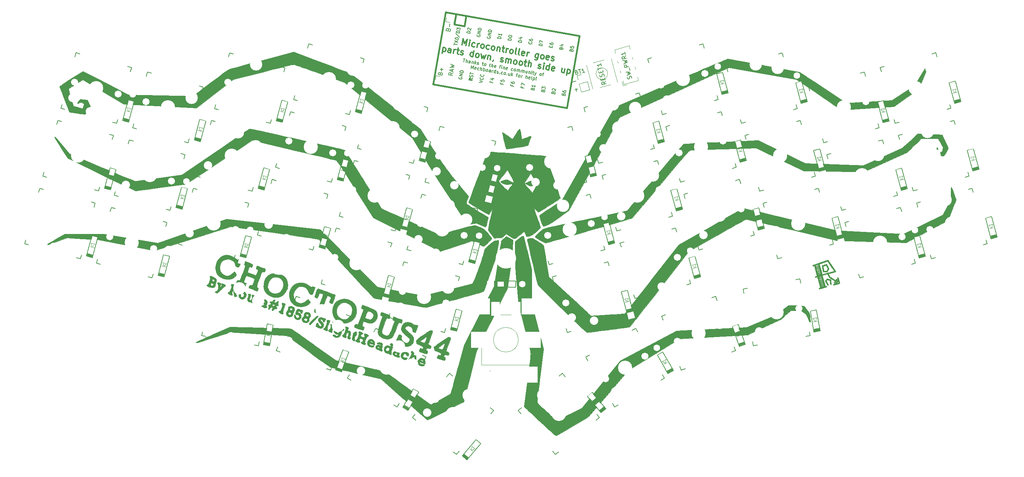
<source format=gto>
G04 #@! TF.GenerationSoftware,KiCad,Pcbnew,(6.0.0)*
G04 #@! TF.CreationDate,2023-08-21T19:05:23+03:00*
G04 #@! TF.ProjectId,choctopus44,63686f63-746f-4707-9573-34342e6b6963,1.0 Prototype*
G04 #@! TF.SameCoordinates,Original*
G04 #@! TF.FileFunction,Legend,Top*
G04 #@! TF.FilePolarity,Positive*
%FSLAX46Y46*%
G04 Gerber Fmt 4.6, Leading zero omitted, Abs format (unit mm)*
G04 Created by KiCad (PCBNEW (6.0.0)) date 2023-08-21 19:05:23*
%MOMM*%
%LPD*%
G01*
G04 APERTURE LIST*
G04 Aperture macros list*
%AMHorizOval*
0 Thick line with rounded ends*
0 $1 width*
0 $2 $3 position (X,Y) of the first rounded end (center of the circle)*
0 $4 $5 position (X,Y) of the second rounded end (center of the circle)*
0 Add line between two ends*
20,1,$1,$2,$3,$4,$5,0*
0 Add two circle primitives to create the rounded ends*
1,1,$1,$2,$3*
1,1,$1,$4,$5*%
%AMRotRect*
0 Rectangle, with rotation*
0 The origin of the aperture is its center*
0 $1 length*
0 $2 width*
0 $3 Rotation angle, in degrees counterclockwise*
0 Add horizontal line*
21,1,$1,$2,0,0,$3*%
G04 Aperture macros list end*
%ADD10C,0.150000*%
%ADD11C,0.300000*%
%ADD12C,0.120000*%
%ADD13C,0.010000*%
%ADD14C,0.381000*%
%ADD15RotRect,1.600000X1.600000X255.000000*%
%ADD16C,1.600000*%
%ADD17RotRect,1.600000X1.600000X285.000000*%
%ADD18RotRect,1.600000X1.600000X260.000000*%
%ADD19RotRect,1.600000X1.600000X250.000000*%
%ADD20RotRect,1.600000X1.600000X240.000000*%
%ADD21RotRect,1.600000X1.600000X310.000000*%
%ADD22RotRect,1.600000X1.600000X300.000000*%
%ADD23RotRect,1.600000X1.600000X290.000000*%
%ADD24RotRect,1.600000X1.600000X280.000000*%
%ADD25R,1.600000X1.600000*%
%ADD26RotRect,1.600000X1.600000X230.000000*%
%ADD27RotRect,1.752600X1.752600X350.000000*%
%ADD28C,1.752600*%
%ADD29C,5.000000*%
%ADD30C,1.700000*%
%ADD31C,3.000000*%
%ADD32C,1.701800*%
%ADD33C,3.429000*%
%ADD34C,2.032000*%
%ADD35RotRect,1.600000X1.200000X255.000000*%
%ADD36RotRect,1.600000X1.200000X285.000000*%
%ADD37RotRect,1.600000X1.200000X260.000000*%
%ADD38RotRect,1.600000X1.200000X250.000000*%
%ADD39RotRect,1.600000X1.200000X240.000000*%
%ADD40RotRect,1.600000X1.200000X310.000000*%
%ADD41RotRect,1.600000X1.200000X300.000000*%
%ADD42R,4.000000X4.000000*%
%ADD43O,1.600000X2.200000*%
%ADD44C,2.100000*%
%ADD45O,2.600000X2.200000*%
%ADD46R,2.000000X3.500000*%
%ADD47RotRect,1.600000X1.200000X290.000000*%
%ADD48RotRect,1.600000X1.200000X280.000000*%
%ADD49R,1.600000X1.200000*%
%ADD50RotRect,1.600000X1.200000X230.000000*%
%ADD51C,2.400000*%
%ADD52RotRect,1.350000X1.350000X350.000000*%
%ADD53RotRect,1.350000X1.350000X15.000000*%
%ADD54HorizOval,1.350000X0.000000X0.000000X0.000000X0.000000X0*%
%ADD55RotRect,1.600000X1.600000X105.000000*%
%ADD56RotRect,1.350000X1.350000X80.000000*%
G04 APERTURE END LIST*
D10*
X161659484Y-66592407D02*
X160923541Y-66789603D01*
X162139484Y-68562407D02*
X161403541Y-68759603D01*
X161672915Y-68293033D02*
X161870110Y-69028977D01*
D11*
X133977588Y-57769363D02*
X134238060Y-56292152D01*
X134544412Y-57434127D01*
X135222868Y-56465800D01*
X134962396Y-57943011D01*
X135665830Y-58067046D02*
X135839478Y-57082238D01*
X135926302Y-56589834D02*
X135843555Y-56647774D01*
X135901495Y-56730521D01*
X135984242Y-56672581D01*
X135926302Y-56589834D01*
X135901495Y-56730521D01*
X137014758Y-58232368D02*
X136861668Y-58277904D01*
X136580294Y-58228291D01*
X136452011Y-58133140D01*
X136394071Y-58050393D01*
X136348534Y-57897303D01*
X136422955Y-57475243D01*
X136518105Y-57346959D01*
X136600852Y-57289019D01*
X136753942Y-57243483D01*
X137035316Y-57293097D01*
X137163599Y-57388247D01*
X137635445Y-58414342D02*
X137809093Y-57429534D01*
X137759480Y-57710908D02*
X137854630Y-57582625D01*
X137937377Y-57524685D01*
X138090467Y-57479148D01*
X138231154Y-57503955D01*
X138760940Y-58612797D02*
X138632656Y-58517647D01*
X138574716Y-58434900D01*
X138529180Y-58281810D01*
X138603601Y-57859749D01*
X138698751Y-57731466D01*
X138781498Y-57673526D01*
X138934588Y-57627989D01*
X139145618Y-57665200D01*
X139273902Y-57760350D01*
X139331842Y-57843097D01*
X139377378Y-57996187D01*
X139302957Y-58418248D01*
X139207807Y-58546531D01*
X139125060Y-58604471D01*
X138971970Y-58650008D01*
X138760940Y-58612797D01*
X140531929Y-58852540D02*
X140378838Y-58898076D01*
X140097465Y-58848463D01*
X139969181Y-58753312D01*
X139911241Y-58670565D01*
X139865705Y-58517475D01*
X139940125Y-58095415D01*
X140035276Y-57967131D01*
X140118023Y-57909191D01*
X140271113Y-57863655D01*
X140552486Y-57913269D01*
X140680770Y-58008419D01*
X141363646Y-59071725D02*
X141235363Y-58976574D01*
X141177423Y-58893827D01*
X141131886Y-58740737D01*
X141206307Y-58318677D01*
X141301457Y-58190393D01*
X141384204Y-58132453D01*
X141537294Y-58086917D01*
X141748324Y-58124127D01*
X141876608Y-58219277D01*
X141934548Y-58302024D01*
X141980084Y-58455114D01*
X141905664Y-58877175D01*
X141810513Y-59005458D01*
X141727767Y-59063398D01*
X141574676Y-59108935D01*
X141363646Y-59071725D01*
X142662789Y-58285372D02*
X142489141Y-59270180D01*
X142637982Y-58426059D02*
X142720729Y-58368119D01*
X142873819Y-58322582D01*
X143084849Y-58359792D01*
X143213133Y-58454943D01*
X143258669Y-58608033D01*
X143122231Y-59381811D01*
X143788283Y-58483827D02*
X144351031Y-58583054D01*
X144086138Y-58028633D02*
X143862876Y-59294815D01*
X143908412Y-59447905D01*
X144036696Y-59543055D01*
X144177382Y-59567862D01*
X144669786Y-59654686D02*
X144843435Y-58669879D01*
X144793821Y-58951252D02*
X144888971Y-58822969D01*
X144971718Y-58765029D01*
X145124808Y-58719492D01*
X145265495Y-58744299D01*
X145795281Y-59853141D02*
X145666998Y-59757991D01*
X145609058Y-59675244D01*
X145563521Y-59522154D01*
X145637942Y-59100093D01*
X145733092Y-58971810D01*
X145815839Y-58913870D01*
X145968929Y-58868334D01*
X146179959Y-58905544D01*
X146308243Y-59000694D01*
X146366183Y-59083441D01*
X146411719Y-59236531D01*
X146337299Y-59658592D01*
X146242148Y-59786875D01*
X146159401Y-59844815D01*
X146006311Y-59890352D01*
X145795281Y-59853141D01*
X147131806Y-60088807D02*
X147003522Y-59993656D01*
X146957986Y-59840566D01*
X147181248Y-58574385D01*
X147905583Y-60225245D02*
X147777300Y-60130094D01*
X147731763Y-59977004D01*
X147955025Y-58710823D01*
X149043481Y-60353356D02*
X148890391Y-60398893D01*
X148609017Y-60349279D01*
X148480734Y-60254129D01*
X148435197Y-60101038D01*
X148534425Y-59538291D01*
X148629575Y-59410008D01*
X148782666Y-59364471D01*
X149064039Y-59414085D01*
X149192323Y-59509235D01*
X149237859Y-59662326D01*
X149213052Y-59803012D01*
X148484811Y-59819665D01*
X149734512Y-60547734D02*
X149908160Y-59562926D01*
X149858546Y-59844300D02*
X149953697Y-59716017D01*
X150036443Y-59658077D01*
X150189534Y-59612540D01*
X150330221Y-59637347D01*
X152581210Y-60034257D02*
X152370351Y-61230095D01*
X152275201Y-61358378D01*
X152192454Y-61416318D01*
X152039364Y-61461855D01*
X151828334Y-61424645D01*
X151700050Y-61329494D01*
X152419965Y-60948721D02*
X152266875Y-60994258D01*
X151985501Y-60944644D01*
X151857218Y-60849494D01*
X151799278Y-60766747D01*
X151753741Y-60613657D01*
X151828162Y-60191596D01*
X151923312Y-60063313D01*
X152006059Y-60005373D01*
X152159149Y-59959836D01*
X152440523Y-60009450D01*
X152568806Y-60104600D01*
X153322026Y-61180310D02*
X153193743Y-61085159D01*
X153135803Y-61002412D01*
X153090266Y-60849322D01*
X153164687Y-60427262D01*
X153259837Y-60298978D01*
X153342584Y-60241038D01*
X153495674Y-60195502D01*
X153706704Y-60232712D01*
X153834988Y-60327862D01*
X153892928Y-60410609D01*
X153938464Y-60563700D01*
X153864044Y-60985760D01*
X153768893Y-61114043D01*
X153686146Y-61171983D01*
X153533056Y-61217520D01*
X153322026Y-61180310D01*
X155022671Y-61407649D02*
X154869581Y-61453185D01*
X154588207Y-61403571D01*
X154459924Y-61308421D01*
X154414387Y-61155331D01*
X154513615Y-60592584D01*
X154608765Y-60464300D01*
X154761855Y-60418764D01*
X155043229Y-60468377D01*
X155171512Y-60563528D01*
X155217049Y-60716618D01*
X155192242Y-60857305D01*
X154464001Y-60873957D01*
X155655762Y-61519280D02*
X155784045Y-61614430D01*
X156065419Y-61664044D01*
X156218509Y-61618507D01*
X156313659Y-61490224D01*
X156326063Y-61419880D01*
X156280526Y-61266790D01*
X156152243Y-61171640D01*
X155941213Y-61134430D01*
X155812929Y-61039279D01*
X155767393Y-60886189D01*
X155779796Y-60815846D01*
X155874947Y-60687562D01*
X156028037Y-60642026D01*
X156239067Y-60679236D01*
X156367350Y-60774386D01*
X129405756Y-58400055D02*
X129145284Y-59877266D01*
X129393353Y-58470398D02*
X129546443Y-58424862D01*
X129827817Y-58474475D01*
X129956100Y-58569626D01*
X130014040Y-58652373D01*
X130059577Y-58805463D01*
X129985156Y-59227523D01*
X129890006Y-59355807D01*
X129807259Y-59413747D01*
X129654169Y-59459283D01*
X129372795Y-59409669D01*
X129244512Y-59314519D01*
X131201724Y-59732159D02*
X131338161Y-58958381D01*
X131292625Y-58805291D01*
X131164342Y-58710141D01*
X130882968Y-58660527D01*
X130729878Y-58706064D01*
X131214127Y-59661815D02*
X131061037Y-59707352D01*
X130709320Y-59645335D01*
X130581036Y-59550185D01*
X130535500Y-59397094D01*
X130560307Y-59256407D01*
X130655457Y-59128124D01*
X130808547Y-59082588D01*
X131160264Y-59144605D01*
X131313355Y-59099068D01*
X131905158Y-59856193D02*
X132078806Y-58871386D01*
X132029192Y-59152759D02*
X132124342Y-59024476D01*
X132207089Y-58966536D01*
X132360180Y-58920999D01*
X132500866Y-58945806D01*
X132782240Y-58995420D02*
X133344987Y-59094648D01*
X133080094Y-58540226D02*
X132856832Y-59806408D01*
X132902369Y-59959498D01*
X133030652Y-60054648D01*
X133171339Y-60079455D01*
X133605803Y-60083532D02*
X133734086Y-60178683D01*
X134015460Y-60228297D01*
X134168550Y-60182760D01*
X134263701Y-60054477D01*
X134276104Y-59984133D01*
X134230568Y-59831043D01*
X134102284Y-59735893D01*
X133891254Y-59698682D01*
X133762971Y-59603532D01*
X133717434Y-59450442D01*
X133729837Y-59380098D01*
X133824988Y-59251815D01*
X133978078Y-59206278D01*
X134189108Y-59243489D01*
X134317392Y-59338639D01*
X136618166Y-60687224D02*
X136878639Y-59210012D01*
X136630570Y-60616880D02*
X136477479Y-60662417D01*
X136196106Y-60612803D01*
X136067822Y-60517653D01*
X136009882Y-60434906D01*
X135964346Y-60281816D01*
X136038767Y-59859755D01*
X136133917Y-59731472D01*
X136216664Y-59673532D01*
X136369754Y-59627995D01*
X136651128Y-59677609D01*
X136779411Y-59772760D01*
X137532631Y-60848469D02*
X137404347Y-60753318D01*
X137346407Y-60670571D01*
X137300871Y-60517481D01*
X137375291Y-60095421D01*
X137470442Y-59967137D01*
X137553189Y-59909197D01*
X137706279Y-59863661D01*
X137917309Y-59900871D01*
X138045592Y-59996021D01*
X138103532Y-60078768D01*
X138149069Y-60231859D01*
X138074648Y-60653919D01*
X137979498Y-60782202D01*
X137896751Y-60840142D01*
X137743661Y-60885679D01*
X137532631Y-60848469D01*
X138691087Y-60037309D02*
X138798812Y-61071731D01*
X139204220Y-60417910D01*
X139361559Y-61170958D01*
X139816581Y-60235764D01*
X140379328Y-60334992D02*
X140205680Y-61319799D01*
X140354522Y-60475678D02*
X140437268Y-60417738D01*
X140590359Y-60372202D01*
X140801389Y-60409412D01*
X140929672Y-60504563D01*
X140975209Y-60657653D01*
X140838771Y-61431430D01*
X141624952Y-61497525D02*
X141612548Y-61567868D01*
X141517398Y-61696152D01*
X141434651Y-61754092D01*
X143313194Y-61795207D02*
X143441477Y-61890358D01*
X143722851Y-61939971D01*
X143875941Y-61894435D01*
X143971091Y-61766152D01*
X143983495Y-61695808D01*
X143937958Y-61542718D01*
X143809675Y-61447568D01*
X143598645Y-61410357D01*
X143470361Y-61315207D01*
X143424825Y-61162117D01*
X143437228Y-61091773D01*
X143532378Y-60963490D01*
X143685469Y-60917953D01*
X143896499Y-60955164D01*
X144024782Y-61050314D01*
X144566972Y-62088813D02*
X144740620Y-61104005D01*
X144715813Y-61244692D02*
X144798560Y-61186752D01*
X144951650Y-61141215D01*
X145162680Y-61178426D01*
X145290964Y-61273576D01*
X145336500Y-61426666D01*
X145200062Y-62200444D01*
X145336500Y-61426666D02*
X145431651Y-61298383D01*
X145584741Y-61252846D01*
X145795771Y-61290057D01*
X145924054Y-61385207D01*
X145969591Y-61538297D01*
X145833153Y-62312075D01*
X146747617Y-62473319D02*
X146619334Y-62378169D01*
X146561394Y-62295422D01*
X146515858Y-62142332D01*
X146590278Y-61720272D01*
X146685428Y-61591988D01*
X146768175Y-61534048D01*
X146921266Y-61488512D01*
X147132296Y-61525722D01*
X147260579Y-61620872D01*
X147318519Y-61703619D01*
X147364056Y-61856709D01*
X147289635Y-62278770D01*
X147194485Y-62407053D01*
X147111738Y-62464993D01*
X146958648Y-62510530D01*
X146747617Y-62473319D01*
X148084142Y-62708985D02*
X147955859Y-62613835D01*
X147897919Y-62531088D01*
X147852382Y-62377997D01*
X147926803Y-61955937D01*
X148021953Y-61827654D01*
X148104700Y-61769714D01*
X148257790Y-61724177D01*
X148468821Y-61761387D01*
X148597104Y-61856538D01*
X148655044Y-61939285D01*
X148700581Y-62092375D01*
X148626160Y-62514435D01*
X148531010Y-62642719D01*
X148448263Y-62700659D01*
X148295172Y-62746195D01*
X148084142Y-62708985D01*
X149172255Y-61885422D02*
X149735002Y-61984649D01*
X149470109Y-61430228D02*
X149246847Y-62696410D01*
X149292384Y-62849500D01*
X149420667Y-62944650D01*
X149561354Y-62969457D01*
X150053758Y-63056281D02*
X150314230Y-61579070D01*
X150686848Y-63167912D02*
X150823286Y-62394135D01*
X150777750Y-62241044D01*
X150649466Y-62145894D01*
X150438436Y-62108684D01*
X150285346Y-62154220D01*
X150202599Y-62212160D01*
X152457837Y-63407655D02*
X152586121Y-63502805D01*
X152867494Y-63552419D01*
X153020584Y-63506882D01*
X153115735Y-63378599D01*
X153128138Y-63308255D01*
X153082602Y-63155165D01*
X152954318Y-63060015D01*
X152743288Y-63022805D01*
X152615005Y-62927654D01*
X152569468Y-62774564D01*
X152581872Y-62704221D01*
X152677022Y-62575937D01*
X152830112Y-62530401D01*
X153041142Y-62567611D01*
X153169426Y-62662761D01*
X153711615Y-63701260D02*
X153885263Y-62716452D01*
X153972087Y-62224048D02*
X153889341Y-62281988D01*
X153947280Y-62364735D01*
X154030027Y-62306795D01*
X153972087Y-62224048D01*
X153947280Y-62364735D01*
X155048140Y-63936925D02*
X155308612Y-62459714D01*
X155060543Y-63866582D02*
X154907453Y-63912119D01*
X154626079Y-63862505D01*
X154497796Y-63767355D01*
X154439856Y-63684608D01*
X154394320Y-63531517D01*
X154468740Y-63109457D01*
X154563891Y-62981174D01*
X154646637Y-62923234D01*
X154799728Y-62877697D01*
X155081101Y-62927311D01*
X155209385Y-63022461D01*
X156326725Y-64089844D02*
X156173634Y-64135381D01*
X155892261Y-64085767D01*
X155763977Y-63990616D01*
X155718441Y-63837526D01*
X155817668Y-63274779D01*
X155912819Y-63146496D01*
X156065909Y-63100959D01*
X156347283Y-63150573D01*
X156475566Y-63245723D01*
X156521103Y-63398813D01*
X156496296Y-63539500D01*
X155768055Y-63556153D01*
X158949989Y-63609500D02*
X158776341Y-64594308D01*
X158316898Y-63497869D02*
X158180460Y-64271647D01*
X158225997Y-64424737D01*
X158354280Y-64519887D01*
X158565310Y-64557098D01*
X158718401Y-64511561D01*
X158801148Y-64453621D01*
X159653423Y-63733535D02*
X159392951Y-65210746D01*
X159641020Y-63803878D02*
X159794110Y-63758341D01*
X160075483Y-63807955D01*
X160203767Y-63903105D01*
X160261707Y-63985852D01*
X160307243Y-64138943D01*
X160232823Y-64561003D01*
X160137672Y-64689286D01*
X160054926Y-64747226D01*
X159901835Y-64792763D01*
X159620462Y-64743149D01*
X159492178Y-64647999D01*
D10*
X134345968Y-61154864D02*
X134796166Y-61234246D01*
X134432149Y-61982401D02*
X134571067Y-61194555D01*
X134919863Y-62068398D02*
X135058781Y-61280552D01*
X135257511Y-62127934D02*
X135330278Y-61715253D01*
X135305992Y-61633605D01*
X135237574Y-61582858D01*
X135125025Y-61563013D01*
X135043377Y-61587299D01*
X134999245Y-61618200D01*
X135970325Y-62253623D02*
X136043091Y-61840941D01*
X136018805Y-61759293D01*
X135950387Y-61708546D01*
X135800322Y-61682086D01*
X135718673Y-61706372D01*
X135976940Y-62216106D02*
X135895292Y-62240392D01*
X135707709Y-62207316D01*
X135639291Y-62156570D01*
X135615005Y-62074922D01*
X135628236Y-61999889D01*
X135678982Y-61931471D01*
X135760630Y-61907185D01*
X135948213Y-61940260D01*
X136029861Y-61915974D01*
X136438102Y-61794544D02*
X136345489Y-62319774D01*
X136424871Y-61869577D02*
X136469003Y-61838675D01*
X136550651Y-61814389D01*
X136663201Y-61834235D01*
X136731618Y-61884981D01*
X136755905Y-61966630D01*
X136683138Y-62379311D01*
X137058303Y-62445463D02*
X137197221Y-61657616D01*
X137186257Y-62158561D02*
X137358435Y-62498384D01*
X137451047Y-61973153D02*
X137097994Y-62220364D01*
X137665182Y-62513789D02*
X137733599Y-62564536D01*
X137883665Y-62590996D01*
X137965313Y-62566710D01*
X138016060Y-62498292D01*
X138022675Y-62460776D01*
X137998389Y-62379128D01*
X137929972Y-62328381D01*
X137817422Y-62308535D01*
X137749004Y-62257789D01*
X137724718Y-62176140D01*
X137731333Y-62138624D01*
X137782080Y-62070206D01*
X137863728Y-62045920D01*
X137976278Y-62065765D01*
X138044695Y-62116512D01*
X138914190Y-62231145D02*
X139214322Y-62284066D01*
X139073045Y-61988375D02*
X138953972Y-62663672D01*
X138978259Y-62745320D01*
X139046676Y-62796067D01*
X139121709Y-62809297D01*
X139496874Y-62875449D02*
X139428456Y-62824702D01*
X139397555Y-62780570D01*
X139373269Y-62698922D01*
X139412960Y-62473823D01*
X139463707Y-62405405D01*
X139507838Y-62374504D01*
X139589487Y-62350218D01*
X139702036Y-62370063D01*
X139770454Y-62420810D01*
X139801355Y-62464942D01*
X139825641Y-62546590D01*
X139785950Y-62771689D01*
X139735203Y-62840107D01*
X139691072Y-62871008D01*
X139609424Y-62895294D01*
X139496874Y-62875449D01*
X140677465Y-62542058D02*
X140977597Y-62594979D01*
X140836320Y-62299288D02*
X140717247Y-62974584D01*
X140741533Y-63056233D01*
X140809951Y-63106979D01*
X140884984Y-63120210D01*
X141147600Y-63166516D02*
X141286518Y-62378670D01*
X141485248Y-63226052D02*
X141558015Y-62813371D01*
X141533729Y-62731723D01*
X141465311Y-62680976D01*
X141352761Y-62661131D01*
X141271113Y-62685417D01*
X141226982Y-62716318D01*
X142167160Y-63307609D02*
X142085512Y-63331895D01*
X141935446Y-63305434D01*
X141867028Y-63254688D01*
X141842742Y-63173040D01*
X141895663Y-62872908D01*
X141946410Y-62804490D01*
X142028058Y-62780204D01*
X142178124Y-62806664D01*
X142246542Y-62857411D01*
X142270828Y-62939059D01*
X142257598Y-63014092D01*
X141869203Y-63022974D01*
X143116036Y-62972044D02*
X143416168Y-63024965D01*
X143135973Y-63517120D02*
X143255046Y-62841823D01*
X143305793Y-62773405D01*
X143387441Y-62749119D01*
X143462474Y-62762350D01*
X143586171Y-63596502D02*
X143678784Y-63071271D01*
X143725090Y-62808656D02*
X143680958Y-62839557D01*
X143711859Y-62883689D01*
X143755991Y-62852787D01*
X143725090Y-62808656D01*
X143711859Y-62883689D01*
X144053948Y-63137423D02*
X143961336Y-63662654D01*
X144040718Y-63212456D02*
X144084850Y-63181554D01*
X144166498Y-63157268D01*
X144279047Y-63177114D01*
X144347465Y-63227861D01*
X144371751Y-63309509D01*
X144298984Y-63722190D01*
X144980896Y-63803747D02*
X144899248Y-63828033D01*
X144749182Y-63801572D01*
X144680764Y-63750825D01*
X144656478Y-63669177D01*
X144709400Y-63369045D01*
X144760146Y-63300627D01*
X144841795Y-63276341D01*
X144991861Y-63302802D01*
X145060278Y-63353549D01*
X145084564Y-63435197D01*
X145071334Y-63510230D01*
X144682939Y-63519111D01*
X146293973Y-64035278D02*
X146212325Y-64059564D01*
X146062259Y-64033103D01*
X145993841Y-63982356D01*
X145962940Y-63938225D01*
X145938654Y-63856576D01*
X145978345Y-63631478D01*
X146029092Y-63563060D01*
X146073223Y-63532158D01*
X146154872Y-63507872D01*
X146304938Y-63534333D01*
X146373355Y-63585080D01*
X146737556Y-64152176D02*
X146669138Y-64101429D01*
X146638237Y-64057298D01*
X146613951Y-63975649D01*
X146653642Y-63750551D01*
X146704389Y-63682133D01*
X146748520Y-63651231D01*
X146830168Y-63626945D01*
X146942718Y-63646791D01*
X147011136Y-63697538D01*
X147042037Y-63741669D01*
X147066323Y-63823317D01*
X147026632Y-64048416D01*
X146975885Y-64116834D01*
X146931754Y-64147735D01*
X146850105Y-64172022D01*
X146737556Y-64152176D01*
X147337820Y-64258019D02*
X147430432Y-63732788D01*
X147417202Y-63807821D02*
X147461333Y-63776920D01*
X147542982Y-63752633D01*
X147655531Y-63772479D01*
X147723949Y-63823226D01*
X147748235Y-63904874D01*
X147675468Y-64317555D01*
X147748235Y-63904874D02*
X147798982Y-63836456D01*
X147880630Y-63812170D01*
X147993179Y-63832016D01*
X148061597Y-63882762D01*
X148085883Y-63964410D01*
X148013116Y-64377092D01*
X148388281Y-64443244D02*
X148480894Y-63918013D01*
X148467663Y-63993046D02*
X148511795Y-63962144D01*
X148593443Y-63937858D01*
X148705993Y-63957704D01*
X148774410Y-64008451D01*
X148798697Y-64090099D01*
X148725930Y-64502780D01*
X148798697Y-64090099D02*
X148849443Y-64021681D01*
X148931092Y-63997395D01*
X149043641Y-64017240D01*
X149112059Y-64067987D01*
X149136345Y-64149635D01*
X149063578Y-64562317D01*
X149869004Y-64162774D02*
X149776391Y-64688005D01*
X149531355Y-64103237D02*
X149458588Y-64515919D01*
X149482875Y-64597567D01*
X149551292Y-64648314D01*
X149663842Y-64668159D01*
X149745490Y-64643873D01*
X149789622Y-64612972D01*
X150244169Y-64228926D02*
X150151556Y-64754156D01*
X150230938Y-64303959D02*
X150275070Y-64273057D01*
X150356718Y-64248771D01*
X150469267Y-64268617D01*
X150537685Y-64319363D01*
X150561971Y-64401012D01*
X150489205Y-64813693D01*
X150864369Y-64879845D02*
X150956982Y-64354614D01*
X151003288Y-64091998D02*
X150959156Y-64122900D01*
X150990058Y-64167031D01*
X151034189Y-64136130D01*
X151003288Y-64091998D01*
X150990058Y-64167031D01*
X151219597Y-64400920D02*
X151519729Y-64453841D01*
X151378453Y-64158150D02*
X151259380Y-64833447D01*
X151283666Y-64915095D01*
X151352084Y-64965842D01*
X151427117Y-64979072D01*
X151707311Y-64486917D02*
X151802282Y-65045224D01*
X152082476Y-64553069D02*
X151802282Y-65045224D01*
X151694173Y-65219576D01*
X151650041Y-65250477D01*
X151568393Y-65274763D01*
X153002809Y-65256909D02*
X152934391Y-65206162D01*
X152903490Y-65162031D01*
X152879204Y-65080383D01*
X152918895Y-64855284D01*
X152969642Y-64786866D01*
X153013773Y-64755965D01*
X153095421Y-64731678D01*
X153207971Y-64751524D01*
X153276389Y-64802271D01*
X153307290Y-64846402D01*
X153331576Y-64928051D01*
X153291885Y-65153149D01*
X153241138Y-65221567D01*
X153197007Y-65252469D01*
X153115359Y-65276755D01*
X153002809Y-65256909D01*
X153583136Y-64817676D02*
X153883268Y-64870597D01*
X153603073Y-65362752D02*
X153722146Y-64687455D01*
X153772893Y-64619037D01*
X153854541Y-64594751D01*
X153929574Y-64607982D01*
X136178105Y-63598129D02*
X136317024Y-62810283D01*
X136480412Y-63419336D01*
X136842254Y-62902895D01*
X136703336Y-63690741D01*
X137385248Y-63772298D02*
X137303600Y-63796584D01*
X137153534Y-63770123D01*
X137085116Y-63719377D01*
X137060830Y-63637729D01*
X137113751Y-63337597D01*
X137164498Y-63269179D01*
X137246146Y-63244893D01*
X137396212Y-63271353D01*
X137464630Y-63322100D01*
X137488916Y-63403748D01*
X137475686Y-63478781D01*
X137087290Y-63487663D01*
X138098061Y-63897986D02*
X138016413Y-63922272D01*
X137866347Y-63895812D01*
X137797929Y-63845065D01*
X137767028Y-63800933D01*
X137742742Y-63719285D01*
X137782433Y-63494186D01*
X137833180Y-63425768D01*
X137877311Y-63394867D01*
X137958959Y-63370581D01*
X138109025Y-63397042D01*
X138177443Y-63447788D01*
X138429094Y-63995039D02*
X138568013Y-63207193D01*
X138766743Y-64054576D02*
X138839510Y-63641894D01*
X138815223Y-63560246D01*
X138746806Y-63509499D01*
X138634256Y-63489654D01*
X138552608Y-63513940D01*
X138508476Y-63544841D01*
X139141908Y-64120727D02*
X139280826Y-63332881D01*
X139227905Y-63633013D02*
X139309553Y-63608727D01*
X139459619Y-63635188D01*
X139528037Y-63685934D01*
X139558938Y-63730066D01*
X139583224Y-63811714D01*
X139543533Y-64036813D01*
X139492786Y-64105231D01*
X139448655Y-64136132D01*
X139367006Y-64160418D01*
X139216940Y-64133958D01*
X139148523Y-64083211D01*
X139967270Y-64266261D02*
X139898852Y-64215514D01*
X139867951Y-64171383D01*
X139843665Y-64089735D01*
X139883356Y-63864636D01*
X139934103Y-63796218D01*
X139978234Y-63765316D01*
X140059883Y-63741030D01*
X140172432Y-63760876D01*
X140240850Y-63811623D01*
X140271751Y-63855754D01*
X140296037Y-63937402D01*
X140256346Y-64162501D01*
X140205599Y-64230919D01*
X140161468Y-64261821D01*
X140079820Y-64286107D01*
X139967270Y-64266261D01*
X140905182Y-64431640D02*
X140977949Y-64018959D01*
X140953663Y-63937311D01*
X140885245Y-63886564D01*
X140735179Y-63860103D01*
X140653531Y-63884390D01*
X140911798Y-64394124D02*
X140830149Y-64418410D01*
X140642567Y-64385334D01*
X140574149Y-64334587D01*
X140549863Y-64252939D01*
X140563093Y-64177906D01*
X140613840Y-64109488D01*
X140695488Y-64085202D01*
X140883071Y-64118278D01*
X140964719Y-64093992D01*
X141280347Y-64497792D02*
X141372960Y-63972561D01*
X141346499Y-64122627D02*
X141397246Y-64054209D01*
X141441377Y-64023308D01*
X141523026Y-63999022D01*
X141598058Y-64012252D01*
X142105710Y-64643326D02*
X142244628Y-63855480D01*
X142112325Y-64605809D02*
X142030677Y-64630095D01*
X141880611Y-64603635D01*
X141812193Y-64552888D01*
X141781292Y-64508756D01*
X141757006Y-64427108D01*
X141796697Y-64202009D01*
X141847444Y-64133591D01*
X141891575Y-64102690D01*
X141973223Y-64078404D01*
X142123289Y-64104865D01*
X142191707Y-64155611D01*
X142449973Y-64665346D02*
X142518391Y-64716093D01*
X142668457Y-64742553D01*
X142750105Y-64718267D01*
X142800852Y-64649849D01*
X142807467Y-64612333D01*
X142783181Y-64530685D01*
X142714763Y-64479938D01*
X142602214Y-64460092D01*
X142533796Y-64409346D01*
X142509510Y-64327697D01*
X142516125Y-64290181D01*
X142566872Y-64221763D01*
X142648520Y-64197477D01*
X142761070Y-64217322D01*
X142829487Y-64268069D01*
X143131885Y-64746902D02*
X143162787Y-64791034D01*
X143118655Y-64821935D01*
X143087754Y-64777804D01*
X143131885Y-64746902D01*
X143118655Y-64821935D01*
X143838083Y-64910107D02*
X143756435Y-64934393D01*
X143606369Y-64907933D01*
X143537952Y-64857186D01*
X143507050Y-64813054D01*
X143482764Y-64731406D01*
X143522455Y-64506307D01*
X143573202Y-64437889D01*
X143617334Y-64406988D01*
X143698982Y-64382702D01*
X143849048Y-64409162D01*
X143917465Y-64459909D01*
X144281666Y-65027006D02*
X144213248Y-64976259D01*
X144182347Y-64932127D01*
X144158061Y-64850479D01*
X144197752Y-64625380D01*
X144248499Y-64556962D01*
X144292630Y-64526061D01*
X144374278Y-64501775D01*
X144486828Y-64521620D01*
X144555246Y-64572367D01*
X144586147Y-64616499D01*
X144610433Y-64698147D01*
X144570742Y-64923246D01*
X144519995Y-64991664D01*
X144475864Y-65022565D01*
X144394216Y-65046851D01*
X144281666Y-65027006D01*
X144895160Y-65057815D02*
X144926061Y-65101947D01*
X144881930Y-65132848D01*
X144851029Y-65088717D01*
X144895160Y-65057815D01*
X144881930Y-65132848D01*
X145687355Y-64733306D02*
X145594743Y-65258536D01*
X145349707Y-64673769D02*
X145276940Y-65086450D01*
X145301226Y-65168099D01*
X145369644Y-65218845D01*
X145482194Y-65238691D01*
X145563842Y-65214405D01*
X145607973Y-65183503D01*
X145969908Y-65324688D02*
X146108826Y-64536842D01*
X146097862Y-65037787D02*
X146270040Y-65377609D01*
X146362652Y-64852379D02*
X146009599Y-65099589D01*
X147188015Y-64997912D02*
X147488147Y-65050834D01*
X147207952Y-65542989D02*
X147327025Y-64867692D01*
X147377772Y-64799274D01*
X147459420Y-64774988D01*
X147534453Y-64788218D01*
X147770699Y-65642216D02*
X147702281Y-65591469D01*
X147671380Y-65547338D01*
X147647094Y-65465690D01*
X147686785Y-65240591D01*
X147737532Y-65172173D01*
X147781663Y-65141272D01*
X147863312Y-65116985D01*
X147975861Y-65136831D01*
X148044279Y-65187578D01*
X148075180Y-65231709D01*
X148099466Y-65313358D01*
X148059775Y-65538456D01*
X148009029Y-65606874D01*
X147964897Y-65637776D01*
X147883249Y-65662062D01*
X147770699Y-65642216D01*
X148370963Y-65748059D02*
X148463575Y-65222828D01*
X148437115Y-65372894D02*
X148487862Y-65304476D01*
X148531993Y-65273575D01*
X148613641Y-65249289D01*
X148688674Y-65262519D01*
X149458941Y-65939899D02*
X149597860Y-65152053D01*
X149796589Y-65999435D02*
X149869356Y-65586754D01*
X149845070Y-65505106D01*
X149776652Y-65454359D01*
X149664103Y-65434514D01*
X149582455Y-65458800D01*
X149538323Y-65489701D01*
X150478501Y-66080992D02*
X150396853Y-66105278D01*
X150246787Y-66078817D01*
X150178370Y-66028071D01*
X150154083Y-65946422D01*
X150207005Y-65646291D01*
X150257752Y-65577873D01*
X150339400Y-65553587D01*
X150489466Y-65580047D01*
X150557883Y-65630794D01*
X150582170Y-65712442D01*
X150568939Y-65787475D01*
X150180544Y-65796356D01*
X150959601Y-66204506D02*
X150891183Y-66153759D01*
X150866897Y-66072111D01*
X150985970Y-65396814D01*
X151352345Y-65732196D02*
X151213426Y-66520042D01*
X151345730Y-65769713D02*
X151427378Y-65745426D01*
X151577444Y-65771887D01*
X151645862Y-65822634D01*
X151676763Y-65866766D01*
X151701049Y-65948414D01*
X151661358Y-66173513D01*
X151610611Y-66241930D01*
X151566479Y-66272832D01*
X151484831Y-66297118D01*
X151334765Y-66270657D01*
X151266348Y-66219910D01*
X151985776Y-66308082D02*
X152016677Y-66352214D01*
X151972546Y-66383115D01*
X151941644Y-66338983D01*
X151985776Y-66308082D01*
X151972546Y-66383115D01*
X152025467Y-66082983D02*
X152067333Y-65626170D01*
X152111464Y-65595269D01*
X152142366Y-65639401D01*
X152025467Y-66082983D01*
X152111464Y-65595269D01*
X168886117Y-66620772D02*
X168512425Y-67065994D01*
X169034014Y-67172729D02*
X168068088Y-67431548D01*
X167969490Y-67063577D01*
X167990837Y-66959259D01*
X168024509Y-66900938D01*
X168104177Y-66830292D01*
X168242166Y-66793318D01*
X168346484Y-66814665D01*
X168404805Y-66848336D01*
X168475451Y-66928005D01*
X168574049Y-67295976D01*
X168269233Y-66342375D02*
X168182960Y-66020400D01*
X168651947Y-65746839D02*
X168775195Y-66206803D01*
X167809269Y-66465622D01*
X167686022Y-66005658D01*
X168507353Y-65391192D02*
X168516375Y-65240878D01*
X168454752Y-65010895D01*
X168384106Y-64931227D01*
X168325785Y-64897555D01*
X168221467Y-64876208D01*
X168129474Y-64900858D01*
X168049806Y-64971504D01*
X168016134Y-65029825D01*
X167994787Y-65134142D01*
X167998090Y-65330453D01*
X167976743Y-65434771D01*
X167943071Y-65493092D01*
X167863403Y-65563738D01*
X167771410Y-65588387D01*
X167667092Y-65567040D01*
X167608771Y-65533368D01*
X167538125Y-65453700D01*
X167476501Y-65223718D01*
X167485524Y-65073404D01*
X167788569Y-64548513D02*
X167702296Y-64226538D01*
X168171283Y-63952977D02*
X168294531Y-64412941D01*
X167328605Y-64671760D01*
X167205358Y-64211796D01*
X167131409Y-63935817D02*
X166983513Y-63383859D01*
X168023387Y-63401019D02*
X167057461Y-63659838D01*
X167727594Y-62297104D02*
X167875490Y-62849061D01*
X167801542Y-62573082D02*
X166835616Y-62831902D01*
X166998255Y-62886920D01*
X167114897Y-62954264D01*
X167185543Y-63033932D01*
X128734563Y-64776896D02*
X128806266Y-64644478D01*
X128861430Y-64605851D01*
X128963490Y-64575493D01*
X129104177Y-64600300D01*
X129189699Y-64663734D01*
X129228326Y-64718898D01*
X129258684Y-64820959D01*
X129192532Y-65196123D01*
X128207724Y-65022475D01*
X128265607Y-64694206D01*
X128329040Y-64608684D01*
X128384205Y-64570057D01*
X128486265Y-64539699D01*
X128580056Y-64556237D01*
X128665579Y-64619671D01*
X128704205Y-64674835D01*
X128734563Y-64776896D01*
X128676680Y-65105165D01*
X128991015Y-64145164D02*
X129123319Y-63394834D01*
X129432332Y-63836151D02*
X128682002Y-63703847D01*
X161837571Y-64439363D02*
X161987885Y-64448385D01*
X162046206Y-64482057D01*
X162116852Y-64561725D01*
X162153826Y-64699714D01*
X162132479Y-64804032D01*
X162098807Y-64862353D01*
X162019139Y-64932999D01*
X161651167Y-65031597D01*
X161392348Y-64065671D01*
X161714324Y-63979398D01*
X161818641Y-64000745D01*
X161876962Y-64034417D01*
X161947608Y-64114085D01*
X161972258Y-64206078D01*
X161950911Y-64310396D01*
X161917239Y-64368717D01*
X161837571Y-64439363D01*
X161515595Y-64525636D01*
X162220285Y-63843826D02*
X162772242Y-63695929D01*
X162755083Y-64735804D02*
X162496263Y-63769878D01*
X163858998Y-64440010D02*
X163307040Y-64587907D01*
X163583019Y-64513959D02*
X163324200Y-63548033D01*
X163269181Y-63710672D01*
X163201838Y-63827314D01*
X163122169Y-63897960D01*
X175191375Y-65893996D02*
X175200397Y-65743682D01*
X175138774Y-65513699D01*
X175068128Y-65434031D01*
X175009807Y-65400359D01*
X174905489Y-65379012D01*
X174813496Y-65403662D01*
X174733828Y-65474308D01*
X174700156Y-65532629D01*
X174678809Y-65636946D01*
X174682111Y-65833257D01*
X174660764Y-65937575D01*
X174627093Y-65995896D01*
X174547424Y-66066542D01*
X174455431Y-66091191D01*
X174351114Y-66069844D01*
X174292793Y-66036172D01*
X174222147Y-65956504D01*
X174160523Y-65726522D01*
X174169545Y-65576208D01*
X174037276Y-65266557D02*
X174941578Y-64777756D01*
X174202332Y-64778641D01*
X174842980Y-64409784D01*
X173815431Y-64438621D01*
X174836376Y-64017163D02*
X174639180Y-63281219D01*
X174485564Y-63075886D02*
X173519638Y-63334705D01*
X173421040Y-62966734D01*
X173442387Y-62862416D01*
X173476059Y-62804095D01*
X173555727Y-62733449D01*
X173693717Y-62696475D01*
X173798034Y-62717822D01*
X173856355Y-62751494D01*
X173927001Y-62831162D01*
X174025599Y-63199134D01*
X173285468Y-62460773D02*
X174189770Y-61971971D01*
X173450525Y-61972856D01*
X174091173Y-61603999D01*
X173063623Y-61632836D01*
X173783055Y-60454088D02*
X173409363Y-60899310D01*
X173930951Y-61006045D02*
X172965026Y-61264864D01*
X172866428Y-60896893D01*
X172887775Y-60792575D01*
X172921447Y-60734254D01*
X173001115Y-60663608D01*
X173139104Y-60626634D01*
X173243422Y-60647981D01*
X173301743Y-60681653D01*
X173372389Y-60761321D01*
X173470987Y-61129293D01*
X173536561Y-59534158D02*
X173684457Y-60086116D01*
X173610509Y-59810137D02*
X172644583Y-60068956D01*
X172807222Y-60123975D01*
X172923864Y-60191319D01*
X172994510Y-60270987D01*
X130654562Y-54056896D02*
X130726265Y-53924478D01*
X130781429Y-53885851D01*
X130883489Y-53855493D01*
X131024176Y-53880300D01*
X131109698Y-53943734D01*
X131148325Y-53998898D01*
X131178683Y-54100959D01*
X131112531Y-54476123D01*
X130127723Y-54302475D01*
X130185606Y-53974206D01*
X130249039Y-53888684D01*
X130304204Y-53850057D01*
X130406264Y-53819699D01*
X130500055Y-53836237D01*
X130585578Y-53899671D01*
X130624204Y-53954835D01*
X130654562Y-54056896D01*
X130596679Y-54385165D01*
X130911014Y-53425164D02*
X131043318Y-52674834D01*
X158092141Y-58615731D02*
X158149503Y-58509797D01*
X158193634Y-58478895D01*
X158275283Y-58454609D01*
X158387832Y-58474455D01*
X158456250Y-58525201D01*
X158487151Y-58569333D01*
X158511437Y-58650981D01*
X158458516Y-58951113D01*
X157670670Y-58812195D01*
X157716976Y-58549579D01*
X157767723Y-58481161D01*
X157811854Y-58450260D01*
X157893503Y-58425974D01*
X157968536Y-58439204D01*
X158036953Y-58489951D01*
X158067855Y-58534083D01*
X158092141Y-58615731D01*
X158045835Y-58878346D01*
X158131740Y-57733006D02*
X158656971Y-57825619D01*
X157798533Y-57867667D02*
X158328204Y-58154477D01*
X158414201Y-57666763D01*
X141197009Y-66669128D02*
X141150702Y-66931744D01*
X141563384Y-67004510D02*
X140775538Y-66865592D01*
X140841689Y-66490427D01*
X141216763Y-65898953D02*
X141741993Y-65991565D01*
X140883555Y-66033614D02*
X141413226Y-66320424D01*
X141499223Y-65832710D01*
X148701244Y-67992327D02*
X148654937Y-68254943D01*
X149067619Y-68327709D02*
X148279773Y-68188791D01*
X148345924Y-67813626D01*
X148385615Y-67588527D02*
X148478228Y-67063296D01*
X149206537Y-67539863D01*
X151192733Y-68489668D02*
X151250095Y-68383734D01*
X151294226Y-68352832D01*
X151375875Y-68328546D01*
X151488424Y-68348392D01*
X151556842Y-68399138D01*
X151587743Y-68443270D01*
X151612029Y-68524918D01*
X151559108Y-68825050D01*
X150771262Y-68686132D01*
X150817568Y-68423516D01*
X150868315Y-68355098D01*
X150912446Y-68324197D01*
X150994095Y-68299911D01*
X151069128Y-68313141D01*
X151137545Y-68363888D01*
X151168447Y-68408020D01*
X151192733Y-68489668D01*
X151146427Y-68752283D01*
X151770793Y-67624523D02*
X151691411Y-68074720D01*
X151731102Y-67849622D02*
X150943256Y-67710703D01*
X151042575Y-67805581D01*
X151104378Y-67893845D01*
X151128664Y-67975493D01*
X140194997Y-55750103D02*
X140144250Y-55818521D01*
X140124404Y-55931070D01*
X140142075Y-56050235D01*
X140203878Y-56138498D01*
X140272296Y-56189245D01*
X140415747Y-56253222D01*
X140528296Y-56273068D01*
X140684977Y-56262012D01*
X140766625Y-56237726D01*
X140854889Y-56175923D01*
X140912251Y-56069989D01*
X140925481Y-55994956D01*
X140907810Y-55875791D01*
X140876909Y-55831660D01*
X140614293Y-55785353D01*
X140587833Y-55935419D01*
X141011478Y-55507242D02*
X140223632Y-55368323D01*
X141090860Y-55057044D01*
X140303014Y-54918125D01*
X141157012Y-54681879D02*
X140369166Y-54542960D01*
X140402241Y-54355378D01*
X140459603Y-54249444D01*
X140547867Y-54187641D01*
X140629515Y-54163355D01*
X140786196Y-54152299D01*
X140898745Y-54172144D01*
X141042196Y-54236122D01*
X141110614Y-54286868D01*
X141172417Y-54375132D01*
X141190088Y-54494296D01*
X141157012Y-54681879D01*
X145951458Y-56745781D02*
X145163612Y-56606863D01*
X145196688Y-56419280D01*
X145254050Y-56313346D01*
X145342313Y-56251543D01*
X145423961Y-56227257D01*
X145580642Y-56216201D01*
X145693192Y-56236047D01*
X145836642Y-56300024D01*
X145905060Y-56350771D01*
X145966863Y-56439034D01*
X145984534Y-56558199D01*
X145951458Y-56745781D01*
X145328991Y-55668950D02*
X145342221Y-55593917D01*
X145392968Y-55525500D01*
X145437100Y-55494598D01*
X145518748Y-55470312D01*
X145675429Y-55459256D01*
X145863012Y-55492332D01*
X146006462Y-55556309D01*
X146074880Y-55607056D01*
X146105781Y-55651188D01*
X146130068Y-55732836D01*
X146116837Y-55807869D01*
X146066090Y-55876287D01*
X146021959Y-55907188D01*
X145940311Y-55931474D01*
X145783629Y-55942530D01*
X145596047Y-55909454D01*
X145452596Y-55845477D01*
X145384178Y-55794730D01*
X145353277Y-55750599D01*
X145328991Y-55668950D01*
X160593553Y-59056797D02*
X160650915Y-58950863D01*
X160695046Y-58919961D01*
X160776695Y-58895675D01*
X160889244Y-58915521D01*
X160957662Y-58966267D01*
X160988563Y-59010399D01*
X161012849Y-59092047D01*
X160959928Y-59392179D01*
X160172082Y-59253261D01*
X160218388Y-58990645D01*
X160269135Y-58922227D01*
X160313266Y-58891326D01*
X160394915Y-58867040D01*
X160469948Y-58880270D01*
X160538365Y-58931017D01*
X160569267Y-58975149D01*
X160593553Y-59056797D01*
X160547247Y-59319412D01*
X160377152Y-58090250D02*
X160311000Y-58465414D01*
X160679550Y-58569083D01*
X160648649Y-58524951D01*
X160624363Y-58443303D01*
X160657438Y-58255720D01*
X160708185Y-58187303D01*
X160752317Y-58156401D01*
X160833965Y-58132115D01*
X161021547Y-58165191D01*
X161089965Y-58215938D01*
X161120867Y-58260069D01*
X161145153Y-58341718D01*
X161112077Y-58529300D01*
X161061330Y-58597718D01*
X161017198Y-58628619D01*
X143698420Y-67110194D02*
X143652113Y-67372810D01*
X144064795Y-67445576D02*
X143276949Y-67306658D01*
X143343100Y-66931493D01*
X143462173Y-66256196D02*
X143396022Y-66631361D01*
X143764571Y-66735029D01*
X143733670Y-66690898D01*
X143709384Y-66609249D01*
X143742460Y-66421667D01*
X143793206Y-66353249D01*
X143837338Y-66322348D01*
X143918986Y-66298062D01*
X144106569Y-66331138D01*
X144174987Y-66381884D01*
X144205888Y-66426016D01*
X144230174Y-66507664D01*
X144197098Y-66695247D01*
X144146351Y-66763664D01*
X144102220Y-66794566D01*
X155551039Y-58399763D02*
X155597345Y-58137147D01*
X156029872Y-58097365D02*
X155963720Y-58472530D01*
X155175874Y-58333611D01*
X155242026Y-57958446D01*
X155361099Y-57283150D02*
X155334638Y-57433215D01*
X155358924Y-57514864D01*
X155389825Y-57558995D01*
X155489145Y-57653874D01*
X155632595Y-57717851D01*
X155932727Y-57770772D01*
X156014375Y-57746486D01*
X156058507Y-57715585D01*
X156109254Y-57647167D01*
X156135715Y-57497101D01*
X156111428Y-57415453D01*
X156080527Y-57371321D01*
X156012109Y-57320574D01*
X155824527Y-57287499D01*
X155742879Y-57311785D01*
X155698747Y-57342686D01*
X155648000Y-57411104D01*
X155621540Y-57561170D01*
X155645826Y-57642818D01*
X155676727Y-57686950D01*
X155745145Y-57737696D01*
X153455693Y-58068980D02*
X152667847Y-57930062D01*
X152700923Y-57742479D01*
X152758285Y-57636545D01*
X152846548Y-57574742D01*
X152928196Y-57550456D01*
X153084877Y-57539400D01*
X153197427Y-57559246D01*
X153340877Y-57623223D01*
X153409295Y-57673970D01*
X153471098Y-57762233D01*
X153488769Y-57881398D01*
X153455693Y-58068980D01*
X152793535Y-57217248D02*
X152886147Y-56692018D01*
X153614457Y-57168584D01*
X143450046Y-56304714D02*
X142662200Y-56165796D01*
X142695276Y-55978213D01*
X142752638Y-55872279D01*
X142840901Y-55810476D01*
X142922549Y-55786190D01*
X143079230Y-55775134D01*
X143191780Y-55794980D01*
X143335230Y-55858957D01*
X143403648Y-55909704D01*
X143465451Y-55997967D01*
X143483122Y-56117132D01*
X143450046Y-56304714D01*
X143661731Y-55104187D02*
X143582349Y-55554384D01*
X143622040Y-55329286D02*
X142834194Y-55190367D01*
X142933513Y-55285245D01*
X142995316Y-55373509D01*
X143019602Y-55455157D01*
X136576453Y-65697685D02*
X136633815Y-65591751D01*
X136666891Y-65404169D01*
X136642605Y-65322520D01*
X136611704Y-65278389D01*
X136543286Y-65227642D01*
X136468253Y-65214412D01*
X136386605Y-65238698D01*
X136342473Y-65269599D01*
X136291726Y-65338017D01*
X136227749Y-65481468D01*
X136177002Y-65549885D01*
X136132871Y-65580787D01*
X136051222Y-65605073D01*
X135976189Y-65591843D01*
X135907772Y-65541096D01*
X135876870Y-65496964D01*
X135852584Y-65415316D01*
X135885660Y-65227733D01*
X135943022Y-65121799D01*
X135945197Y-64890085D02*
X136024579Y-64439887D01*
X136772734Y-64803905D02*
X135984888Y-64664986D01*
X153694144Y-68930734D02*
X153751506Y-68824800D01*
X153795637Y-68793898D01*
X153877286Y-68769612D01*
X153989835Y-68789458D01*
X154058253Y-68840204D01*
X154089154Y-68884336D01*
X154113440Y-68965984D01*
X154060519Y-69266116D01*
X153272673Y-69127198D01*
X153318979Y-68864582D01*
X153369726Y-68796164D01*
X153413857Y-68765263D01*
X153495506Y-68740977D01*
X153570539Y-68754207D01*
X153638956Y-68804954D01*
X153669858Y-68849086D01*
X153694144Y-68930734D01*
X153647838Y-69193349D01*
X153398361Y-68414384D02*
X153484358Y-67926670D01*
X153738184Y-68242207D01*
X153758029Y-68129657D01*
X153808776Y-68061240D01*
X153852908Y-68030338D01*
X153934556Y-68006052D01*
X154122138Y-68039128D01*
X154190556Y-68089875D01*
X154221458Y-68134006D01*
X154245744Y-68215655D01*
X154206053Y-68440753D01*
X154155306Y-68509171D01*
X154111174Y-68540073D01*
X135945811Y-54981515D02*
X135157965Y-54842597D01*
X135191041Y-54655014D01*
X135248403Y-54549080D01*
X135336666Y-54487277D01*
X135418314Y-54462991D01*
X135574995Y-54451935D01*
X135687545Y-54471781D01*
X135830995Y-54535758D01*
X135899413Y-54586505D01*
X135961216Y-54674768D01*
X135978887Y-54793933D01*
X135945811Y-54981515D01*
X135365301Y-54105497D02*
X135334400Y-54061366D01*
X135310114Y-53979717D01*
X135343190Y-53792135D01*
X135393936Y-53723717D01*
X135438068Y-53692816D01*
X135519716Y-53668530D01*
X135594749Y-53681760D01*
X135700683Y-53739122D01*
X136071499Y-54268702D01*
X136157496Y-53780988D01*
X156195556Y-69371801D02*
X156252918Y-69265867D01*
X156297049Y-69234965D01*
X156378698Y-69210679D01*
X156491247Y-69230525D01*
X156559665Y-69281271D01*
X156590566Y-69325403D01*
X156614852Y-69407051D01*
X156561931Y-69707183D01*
X155774085Y-69568265D01*
X155820391Y-69305649D01*
X155871138Y-69237231D01*
X155915269Y-69206330D01*
X155996918Y-69182044D01*
X156071951Y-69195274D01*
X156140368Y-69246021D01*
X156171270Y-69290153D01*
X156195556Y-69371801D01*
X156149250Y-69634416D01*
X155981421Y-68831165D02*
X155950520Y-68787034D01*
X155926234Y-68705385D01*
X155959310Y-68517803D01*
X156010056Y-68449385D01*
X156054188Y-68418484D01*
X156135836Y-68394198D01*
X156210869Y-68407428D01*
X156316803Y-68464790D01*
X156687619Y-68994370D01*
X156773616Y-68506656D01*
X158696968Y-69812867D02*
X158754330Y-69706933D01*
X158798461Y-69676031D01*
X158880110Y-69651745D01*
X158992659Y-69671591D01*
X159061077Y-69722337D01*
X159091978Y-69766469D01*
X159116264Y-69848117D01*
X159063343Y-70148249D01*
X158275497Y-70009331D01*
X158321803Y-69746715D01*
X158372550Y-69678297D01*
X158416681Y-69647396D01*
X158498330Y-69623110D01*
X158573363Y-69636340D01*
X158641780Y-69687087D01*
X158672682Y-69731219D01*
X158696968Y-69812867D01*
X158650662Y-70075482D01*
X158473952Y-68883836D02*
X158447491Y-69033902D01*
X158471777Y-69115550D01*
X158502679Y-69159682D01*
X158601998Y-69254560D01*
X158745449Y-69318537D01*
X159045580Y-69371459D01*
X159127229Y-69347173D01*
X159171360Y-69316271D01*
X159222107Y-69247853D01*
X159248568Y-69097788D01*
X159224282Y-69016139D01*
X159193380Y-68972008D01*
X159124962Y-68921261D01*
X158937380Y-68888185D01*
X158855732Y-68912471D01*
X158811600Y-68943373D01*
X158760853Y-69011790D01*
X158734393Y-69161856D01*
X158758679Y-69243504D01*
X158789580Y-69287636D01*
X158857998Y-69338383D01*
X138181513Y-66949756D02*
X139015666Y-66826059D01*
X138274126Y-66424525D01*
X139112627Y-65837400D02*
X139143528Y-65881531D01*
X139161199Y-66000696D01*
X139147969Y-66075729D01*
X139090607Y-66181663D01*
X139002344Y-66243466D01*
X138920696Y-66267752D01*
X138764014Y-66278808D01*
X138651465Y-66258962D01*
X138508014Y-66194985D01*
X138439596Y-66144238D01*
X138377794Y-66055975D01*
X138360123Y-65936811D01*
X138373353Y-65861778D01*
X138430715Y-65755843D01*
X138474847Y-65724942D01*
X139251546Y-65049554D02*
X139282447Y-65093685D01*
X139300118Y-65212850D01*
X139286887Y-65287883D01*
X139229525Y-65393817D01*
X139141262Y-65455620D01*
X139059614Y-65479906D01*
X138902933Y-65490962D01*
X138790383Y-65471116D01*
X138646933Y-65407139D01*
X138578515Y-65356392D01*
X138516712Y-65268129D01*
X138499041Y-65148964D01*
X138512272Y-65073931D01*
X138569634Y-64967997D01*
X138613765Y-64937096D01*
X150958630Y-57164485D02*
X150989531Y-57208617D01*
X151007202Y-57327781D01*
X150993972Y-57402814D01*
X150936610Y-57508749D01*
X150848347Y-57570551D01*
X150766699Y-57594837D01*
X150610017Y-57605893D01*
X150497468Y-57586048D01*
X150354017Y-57522070D01*
X150285599Y-57471324D01*
X150223797Y-57383060D01*
X150206126Y-57263896D01*
X150219356Y-57188863D01*
X150276718Y-57082928D01*
X150320850Y-57052027D01*
X150364890Y-56363500D02*
X150338429Y-56513566D01*
X150362715Y-56595214D01*
X150393617Y-56639346D01*
X150492936Y-56734224D01*
X150636387Y-56798201D01*
X150936518Y-56851123D01*
X151018167Y-56826837D01*
X151062298Y-56795935D01*
X151113045Y-56727517D01*
X151139506Y-56577452D01*
X151115220Y-56495803D01*
X151084318Y-56451672D01*
X151015900Y-56400925D01*
X150828318Y-56367849D01*
X150746670Y-56392135D01*
X150702538Y-56423037D01*
X150651791Y-56491454D01*
X150625331Y-56641520D01*
X150649617Y-56723168D01*
X150680518Y-56767300D01*
X150748936Y-56818047D01*
X148452870Y-57186847D02*
X147665024Y-57047929D01*
X147698100Y-56860346D01*
X147755462Y-56754412D01*
X147843725Y-56692609D01*
X147925373Y-56668323D01*
X148082054Y-56657267D01*
X148194604Y-56677113D01*
X148338054Y-56741090D01*
X148406472Y-56791837D01*
X148468275Y-56880100D01*
X148485946Y-56999265D01*
X148452870Y-57186847D01*
X148126094Y-55968740D02*
X148651325Y-56061353D01*
X147792887Y-56103401D02*
X148322558Y-56390211D01*
X148408555Y-55902497D01*
X137693586Y-55309037D02*
X137642839Y-55377455D01*
X137622993Y-55490004D01*
X137640664Y-55609169D01*
X137702467Y-55697432D01*
X137770885Y-55748179D01*
X137914336Y-55812156D01*
X138026885Y-55832002D01*
X138183566Y-55820946D01*
X138265214Y-55796660D01*
X138353478Y-55734857D01*
X138410840Y-55628923D01*
X138424070Y-55553890D01*
X138406399Y-55434725D01*
X138375498Y-55390594D01*
X138112882Y-55344287D01*
X138086422Y-55494353D01*
X138510067Y-55066176D02*
X137722221Y-54927257D01*
X138589449Y-54615978D01*
X137801603Y-54477059D01*
X138655601Y-54240813D02*
X137867755Y-54101894D01*
X137900830Y-53914312D01*
X137958192Y-53808378D01*
X138046456Y-53746575D01*
X138128104Y-53722289D01*
X138284785Y-53711233D01*
X138397334Y-53731078D01*
X138540785Y-53795056D01*
X138609203Y-53845802D01*
X138671006Y-53934066D01*
X138688677Y-54053230D01*
X138655601Y-54240813D01*
X133295589Y-65624040D02*
X133244842Y-65692458D01*
X133224996Y-65805007D01*
X133242667Y-65924172D01*
X133304470Y-66012435D01*
X133372888Y-66063182D01*
X133516339Y-66127159D01*
X133628888Y-66147005D01*
X133785569Y-66135949D01*
X133867217Y-66111663D01*
X133955481Y-66049860D01*
X134012843Y-65943926D01*
X134026073Y-65868893D01*
X134008402Y-65749728D01*
X133977501Y-65705597D01*
X133714885Y-65659290D01*
X133688425Y-65809356D01*
X134112070Y-65381179D02*
X133324224Y-65242260D01*
X134191452Y-64930981D01*
X133403606Y-64792062D01*
X134257604Y-64555816D02*
X133469758Y-64416897D01*
X133502833Y-64229315D01*
X133560195Y-64123381D01*
X133648459Y-64061578D01*
X133730107Y-64037292D01*
X133886788Y-64026236D01*
X133999337Y-64046081D01*
X134142788Y-64110059D01*
X134211206Y-64160805D01*
X134273009Y-64249069D01*
X134290680Y-64368233D01*
X134257604Y-64555816D01*
X132050673Y-57837651D02*
X132130055Y-57387453D01*
X132878210Y-57751471D02*
X132090364Y-57612552D01*
X132163131Y-57199871D02*
X133043589Y-56813558D01*
X132255743Y-56674640D02*
X132950977Y-57338789D01*
X132335125Y-56224442D02*
X132348355Y-56149409D01*
X132399102Y-56080991D01*
X132443234Y-56050090D01*
X132524882Y-56025804D01*
X132681563Y-56014748D01*
X132869145Y-56047824D01*
X133012596Y-56111801D01*
X133081014Y-56162548D01*
X133111915Y-56206680D01*
X133136202Y-56288328D01*
X133122971Y-56363361D01*
X133072224Y-56431778D01*
X133028093Y-56462680D01*
X132946445Y-56486966D01*
X132789763Y-56498022D01*
X132602181Y-56464946D01*
X132458730Y-56400969D01*
X132390312Y-56350222D01*
X132359411Y-56306090D01*
X132335125Y-56224442D01*
X132502679Y-55054816D02*
X133396551Y-55908722D01*
X133374348Y-54937734D02*
X132586501Y-54798816D01*
X132619577Y-54611233D01*
X132676939Y-54505299D01*
X132765203Y-54443496D01*
X132846851Y-54419210D01*
X133003532Y-54408154D01*
X133116081Y-54428000D01*
X133259532Y-54491977D01*
X133327950Y-54542724D01*
X133389752Y-54630987D01*
X133407423Y-54750152D01*
X133374348Y-54937734D01*
X132712190Y-54086002D02*
X132798187Y-53598288D01*
X133052012Y-53913825D01*
X133071858Y-53801275D01*
X133122605Y-53732858D01*
X133166736Y-53701956D01*
X133248385Y-53677670D01*
X133435967Y-53710746D01*
X133504385Y-53761493D01*
X133535286Y-53805624D01*
X133559572Y-53887273D01*
X133519881Y-54112371D01*
X133469134Y-54180789D01*
X133425003Y-54211691D01*
X131820634Y-64673428D02*
X131293795Y-64919008D01*
X131721406Y-65236175D02*
X130736599Y-65062527D01*
X130802750Y-64687362D01*
X130866184Y-64601840D01*
X130921348Y-64563213D01*
X131023409Y-64532856D01*
X131164095Y-64557662D01*
X131249618Y-64621096D01*
X131288244Y-64676261D01*
X131318602Y-64778321D01*
X131252450Y-65153486D01*
X131605412Y-64248649D02*
X131688101Y-63779693D01*
X131870248Y-64392054D02*
X130943323Y-63890137D01*
X131986013Y-63735516D01*
X131042550Y-63327390D02*
X132068703Y-63266560D01*
X131398344Y-62954943D01*
X132134854Y-62891395D01*
X131191391Y-62483269D01*
X146199832Y-67551260D02*
X146153525Y-67813876D01*
X146566207Y-67886642D02*
X145778361Y-67747724D01*
X145844512Y-67372559D01*
X145956970Y-66734779D02*
X145930509Y-66884845D01*
X145954796Y-66966493D01*
X145985697Y-67010624D01*
X146085016Y-67105503D01*
X146228467Y-67169480D01*
X146528599Y-67222401D01*
X146610247Y-67198115D01*
X146654378Y-67167214D01*
X146705125Y-67098796D01*
X146731586Y-66948730D01*
X146707300Y-66867082D01*
X146676399Y-66822950D01*
X146607981Y-66772204D01*
X146420398Y-66739128D01*
X146338750Y-66763414D01*
X146294618Y-66794315D01*
X146243872Y-66862733D01*
X146217411Y-67012799D01*
X146241697Y-67094447D01*
X146272598Y-67138579D01*
X146341016Y-67189326D01*
D12*
X165865973Y-62129731D02*
X168454654Y-61436096D01*
X164185448Y-62735318D02*
X165722833Y-68472917D01*
X170069685Y-67463473D02*
X167481004Y-68157108D01*
X170212825Y-61120287D02*
X171750210Y-66857886D01*
X169382043Y-64796602D02*
G75*
G03*
X169382043Y-64796602I-1414214J0D01*
G01*
D10*
X40282876Y-109547974D02*
X41248801Y-109806793D01*
X27725840Y-106183326D02*
X28691766Y-106442146D01*
X41507621Y-108840867D02*
X41248801Y-109806793D01*
X44872268Y-96283832D02*
X44613449Y-97249757D01*
X44872268Y-96283832D02*
X43906342Y-96025012D01*
X31090487Y-93626291D02*
X31349307Y-92660365D01*
X32315232Y-92919184D02*
X31349307Y-92660365D01*
X27725840Y-106183326D02*
X27984659Y-105217401D01*
X62300978Y-100960641D02*
X61335052Y-100701821D01*
X48519197Y-98303100D02*
X48778017Y-97337174D01*
X62300978Y-100960641D02*
X62042159Y-101926566D01*
X45154550Y-110860135D02*
X45413369Y-109894210D01*
X45154550Y-110860135D02*
X46120476Y-111118955D01*
X58936331Y-113517676D02*
X58677511Y-114483602D01*
X49743942Y-97595993D02*
X48778017Y-97337174D01*
X57711586Y-114224783D02*
X58677511Y-114483602D01*
X69646097Y-92932836D02*
X68680172Y-92674017D01*
X82203133Y-96297484D02*
X81944314Y-97263409D01*
X78838486Y-108854519D02*
X78579666Y-109820445D01*
X65056705Y-106196978D02*
X66022631Y-106455798D01*
X77613741Y-109561626D02*
X78579666Y-109820445D01*
X82203133Y-96297484D02*
X81237207Y-96038664D01*
X65056705Y-106196978D02*
X65315524Y-105231053D01*
X68421352Y-93639943D02*
X68680172Y-92674017D01*
X87628760Y-91497827D02*
X87887580Y-90531901D01*
X98045894Y-106712403D02*
X97787074Y-107678329D01*
X84264113Y-104054862D02*
X85230039Y-104313682D01*
X96821149Y-107419510D02*
X97787074Y-107678329D01*
X101410541Y-94155368D02*
X101151722Y-95121293D01*
X84264113Y-104054862D02*
X84522932Y-103088937D01*
X101410541Y-94155368D02*
X100444615Y-93896548D01*
X88853505Y-90790720D02*
X87887580Y-90531901D01*
X116232374Y-124085302D02*
X117198300Y-124344122D01*
X120821766Y-110821160D02*
X119855841Y-110562341D01*
X133378802Y-114185808D02*
X132412876Y-113926988D01*
X119597021Y-111528267D02*
X119855841Y-110562341D01*
X128789410Y-127449950D02*
X129755335Y-127708769D01*
X130014155Y-126742843D02*
X129755335Y-127708769D01*
X116232374Y-124085302D02*
X116491193Y-123119377D01*
X133378802Y-114185808D02*
X133119983Y-115151733D01*
X83567218Y-130785543D02*
X84552026Y-130959192D01*
X70764717Y-128528117D02*
X70938366Y-127543309D01*
X73022144Y-115725616D02*
X73195792Y-114740808D01*
X70764717Y-128528117D02*
X71749525Y-128701765D01*
X86983101Y-117171883D02*
X86809452Y-118156691D01*
X74180600Y-114914457D02*
X73195792Y-114740808D01*
X86983101Y-117171883D02*
X85998293Y-116998235D01*
X84725674Y-129974384D02*
X84552026Y-130959192D01*
X102377440Y-135979657D02*
X102035420Y-136919349D01*
X93325986Y-119915063D02*
X93668006Y-118975371D01*
X101095728Y-136577329D02*
X102035420Y-136919349D01*
X106823702Y-123763653D02*
X105884010Y-123421633D01*
X94607698Y-119317391D02*
X93668006Y-118975371D01*
X88879724Y-132131067D02*
X89221744Y-131191375D01*
X88879724Y-132131067D02*
X89819416Y-132473087D01*
X106823702Y-123763653D02*
X106481682Y-124703345D01*
X112609184Y-127573043D02*
X113109184Y-126707017D01*
X113975210Y-127207017D02*
X113109184Y-126707017D01*
X118733540Y-144965347D02*
X118233540Y-145831373D01*
X106109184Y-138831373D02*
X106609184Y-137965347D01*
X125233540Y-133707017D02*
X124733540Y-134573043D01*
X106109184Y-138831373D02*
X106975210Y-139331373D01*
X125233540Y-133707017D02*
X124367514Y-133207017D01*
X117367514Y-145331373D02*
X118233540Y-145831373D01*
X164580914Y-134573043D02*
X164080914Y-133707017D01*
X182705270Y-137965347D02*
X183205270Y-138831373D01*
X176205270Y-126707017D02*
X175339244Y-127207017D01*
X182339244Y-139331373D02*
X183205270Y-138831373D01*
X171080914Y-145831373D02*
X170580914Y-144965347D01*
X176205270Y-126707017D02*
X176705270Y-127573043D01*
X164946940Y-133207017D02*
X164080914Y-133707017D01*
X171080914Y-145831373D02*
X171946940Y-145331373D01*
X199501131Y-132473087D02*
X200440823Y-132131067D01*
X183436537Y-123421633D02*
X182496845Y-123763653D01*
X195652541Y-118975371D02*
X194712849Y-119317391D01*
X182838865Y-124703345D02*
X182496845Y-123763653D01*
X187285127Y-136919349D02*
X188224819Y-136577329D01*
X187285127Y-136919349D02*
X186943107Y-135979657D01*
X200098803Y-131191375D02*
X200440823Y-132131067D01*
X195652541Y-118975371D02*
X195994561Y-119915063D01*
X148430117Y-146048348D02*
X147664073Y-146691135D01*
X158388695Y-137692109D02*
X159031482Y-138458153D01*
X156663099Y-157415757D02*
X156020312Y-156649713D01*
X158388695Y-137692109D02*
X157622650Y-138334896D01*
X166744934Y-147650686D02*
X167387721Y-148416731D01*
X156663099Y-157415757D02*
X157429144Y-156772970D01*
X148306860Y-147457180D02*
X147664073Y-146691135D01*
X166621677Y-149059518D02*
X167387721Y-148416731D01*
D12*
X52634691Y-73070710D02*
X52910598Y-73972860D01*
X53393561Y-74102270D02*
X52427635Y-73843451D01*
D10*
X53094832Y-76229434D02*
X51622761Y-75834994D01*
X52996222Y-76597452D02*
X54329916Y-71620036D01*
X54329916Y-71620036D02*
X52857845Y-71225596D01*
X51589891Y-75957667D02*
X53061962Y-76352107D01*
X52857845Y-71225596D02*
X51524151Y-76203012D01*
X53029092Y-76474779D02*
X51557021Y-76080339D01*
D12*
X53600617Y-73329529D02*
X52634691Y-73070710D01*
D10*
X51524151Y-76203012D02*
X52996222Y-76597452D01*
D12*
X52910598Y-73972860D02*
X53600617Y-73329529D01*
D10*
X51655631Y-75712321D02*
X53127702Y-76106762D01*
X51688501Y-75589649D02*
X53160572Y-75984089D01*
X69103763Y-80305434D02*
X70575834Y-80699874D01*
D12*
X70325860Y-78688645D02*
X71015879Y-78045314D01*
D10*
X69070893Y-80428106D02*
X70542964Y-80822547D01*
D12*
X70049953Y-77786495D02*
X70325860Y-78688645D01*
D10*
X70444354Y-81190564D02*
X68972283Y-80796124D01*
X70273107Y-75941381D02*
X68939413Y-80918797D01*
X69005153Y-80673452D02*
X70477224Y-81067892D01*
X68939413Y-80918797D02*
X70411484Y-81313237D01*
D12*
X71015879Y-78045314D02*
X70049953Y-77786495D01*
D10*
X71745178Y-76335821D02*
X70273107Y-75941381D01*
X70510094Y-80945219D02*
X69038023Y-80550779D01*
D12*
X70808823Y-78818055D02*
X69842897Y-78559236D01*
D10*
X70411484Y-81313237D02*
X71745178Y-76335821D01*
X88919013Y-75991242D02*
X90391084Y-76385682D01*
X88853273Y-76236587D02*
X90325344Y-76631027D01*
X88984753Y-75745896D02*
X90456824Y-76140337D01*
X90358214Y-76508354D02*
X88886143Y-76113914D01*
X89017623Y-75623224D02*
X90489694Y-76017664D01*
X90186967Y-71259171D02*
X88853273Y-76236587D01*
X91659038Y-71653611D02*
X90186967Y-71259171D01*
X90423954Y-76263009D02*
X88951883Y-75868569D01*
D12*
X90239720Y-74006435D02*
X90929739Y-73363104D01*
X90722683Y-74135845D02*
X89756757Y-73877026D01*
X89963813Y-73104285D02*
X90239720Y-74006435D01*
D10*
X90325344Y-76631027D02*
X91659038Y-71653611D01*
D12*
X90929739Y-73363104D02*
X89963813Y-73104285D01*
X110145992Y-71181610D02*
X109180066Y-70922791D01*
D10*
X108135266Y-73809748D02*
X109607337Y-74204188D01*
X108069526Y-74055093D02*
X109541597Y-74449533D01*
X109574467Y-74326860D02*
X108102396Y-73932420D01*
X109640207Y-74081515D02*
X108168136Y-73687075D01*
X110875291Y-69472117D02*
X109403220Y-69077677D01*
X109541597Y-74449533D02*
X110875291Y-69472117D01*
D12*
X109180066Y-70922791D02*
X109455973Y-71824941D01*
X109938936Y-71954351D02*
X108973010Y-71695532D01*
D10*
X108201006Y-73564402D02*
X109673077Y-73958843D01*
X109403220Y-69077677D02*
X108069526Y-74055093D01*
X108233876Y-73441730D02*
X109705947Y-73836170D01*
D12*
X109455973Y-71824941D02*
X110145992Y-71181610D01*
D10*
X140028942Y-94124911D02*
X141501013Y-94519351D01*
X141501013Y-94519351D02*
X142834707Y-89541935D01*
D12*
X141139482Y-90992609D02*
X141415389Y-91894759D01*
D10*
X141599623Y-94151333D02*
X140127552Y-93756893D01*
X141533883Y-94396678D02*
X140061812Y-94002238D01*
D12*
X141415389Y-91894759D02*
X142105408Y-91251428D01*
D10*
X141362636Y-89147495D02*
X140028942Y-94124911D01*
X142834707Y-89541935D02*
X141362636Y-89147495D01*
D12*
X141898352Y-92024169D02*
X140932426Y-91765350D01*
D10*
X140193292Y-93511548D02*
X141665363Y-93905988D01*
X140094682Y-93879566D02*
X141566753Y-94274006D01*
X140160422Y-93634220D02*
X141632493Y-94028661D01*
D12*
X142105408Y-91251428D02*
X141139482Y-90992609D01*
D10*
X48693584Y-92688472D02*
X47221513Y-92294032D01*
X49928668Y-88079074D02*
X48456597Y-87684634D01*
X48627844Y-92933817D02*
X47155773Y-92539377D01*
X47254383Y-92171359D02*
X48726454Y-92565800D01*
X48456597Y-87684634D02*
X47122903Y-92662050D01*
D12*
X48509350Y-90431898D02*
X49199369Y-89788567D01*
D10*
X47287253Y-92048687D02*
X48759324Y-92443127D01*
D12*
X48233443Y-89529748D02*
X48509350Y-90431898D01*
D10*
X47188643Y-92416705D02*
X48660714Y-92811145D01*
D12*
X48992313Y-90561308D02*
X48026387Y-90302489D01*
D10*
X47122903Y-92662050D02*
X48594974Y-93056490D01*
D12*
X49199369Y-89788567D02*
X48233443Y-89529748D01*
D10*
X48594974Y-93056490D02*
X49928668Y-88079074D01*
X64574020Y-97129875D02*
X66046091Y-97524315D01*
X65841974Y-92397804D02*
X64508280Y-97375220D01*
X64672630Y-96761857D02*
X66144701Y-97156297D01*
D12*
X65894727Y-95145068D02*
X66584746Y-94501737D01*
D10*
X67314045Y-92792244D02*
X65841974Y-92397804D01*
D12*
X66377690Y-95274478D02*
X65411764Y-95015659D01*
D10*
X64508280Y-97375220D02*
X65980351Y-97769660D01*
D12*
X65618820Y-94242918D02*
X65894727Y-95145068D01*
D10*
X66078961Y-97401642D02*
X64606890Y-97007202D01*
X65980351Y-97769660D02*
X67314045Y-92792244D01*
X64639760Y-96884529D02*
X66111831Y-97278970D01*
X66013221Y-97646987D02*
X64541150Y-97252547D01*
D12*
X66584746Y-94501737D02*
X65618820Y-94242918D01*
D10*
X85786591Y-87708247D02*
X84452897Y-92685663D01*
D12*
X86322307Y-90584921D02*
X85356381Y-90326102D01*
D10*
X84518637Y-92440318D02*
X85990708Y-92834758D01*
X87258662Y-88102687D02*
X85786591Y-87708247D01*
D12*
X85839344Y-90455511D02*
X86529363Y-89812180D01*
D10*
X85957838Y-92957430D02*
X84485767Y-92562990D01*
D12*
X85563437Y-89553361D02*
X85839344Y-90455511D01*
X86529363Y-89812180D02*
X85563437Y-89553361D01*
D10*
X86023578Y-92712085D02*
X84551507Y-92317645D01*
X84452897Y-92685663D02*
X85924968Y-93080103D01*
X84617247Y-92072300D02*
X86089318Y-92466740D01*
X84584377Y-92194972D02*
X86056448Y-92589413D01*
X85924968Y-93080103D02*
X87258662Y-88102687D01*
X103798015Y-90043363D02*
X105270086Y-90437804D01*
D12*
X105535945Y-88433312D02*
X104570019Y-88174493D01*
X105052982Y-88303902D02*
X105743001Y-87660571D01*
D10*
X105000229Y-85556638D02*
X103666535Y-90534054D01*
X103830885Y-89920691D02*
X105302956Y-90315131D01*
X105171476Y-90805821D02*
X103699405Y-90411381D01*
X106472300Y-85951078D02*
X105000229Y-85556638D01*
X103666535Y-90534054D02*
X105138606Y-90928494D01*
D12*
X105743001Y-87660571D02*
X104777075Y-87401752D01*
D10*
X105138606Y-90928494D02*
X106472300Y-85951078D01*
D12*
X104777075Y-87401752D02*
X105052982Y-88303902D01*
D10*
X103732275Y-90288709D02*
X105204346Y-90683149D01*
X105237216Y-90560476D02*
X103765145Y-90166036D01*
D12*
X136728272Y-107450775D02*
X137004179Y-108352925D01*
D10*
X136951426Y-105605661D02*
X135617732Y-110583077D01*
D12*
X137487142Y-108482335D02*
X136521216Y-108223516D01*
X137694198Y-107709594D02*
X136728272Y-107450775D01*
D10*
X138423497Y-106000101D02*
X136951426Y-105605661D01*
X137188413Y-110609499D02*
X135716342Y-110215059D01*
X135683472Y-110337732D02*
X137155543Y-110732172D01*
X137122673Y-110854844D02*
X135650602Y-110460404D01*
X135617732Y-110583077D02*
X137089803Y-110977517D01*
X135749212Y-110092386D02*
X137221283Y-110486827D01*
D12*
X137004179Y-108352925D02*
X137694198Y-107709594D01*
D10*
X137089803Y-110977517D02*
X138423497Y-106000101D01*
X135782082Y-109969714D02*
X137254153Y-110364154D01*
X44279760Y-109176523D02*
X42807689Y-108782083D01*
D12*
X44578489Y-107049359D02*
X43612563Y-106790540D01*
D10*
X42873429Y-108536738D02*
X44345500Y-108931178D01*
D12*
X43819619Y-106017799D02*
X44095526Y-106919949D01*
D10*
X44042773Y-104172685D02*
X42709079Y-109150101D01*
X42774819Y-108904756D02*
X44246890Y-109299196D01*
X44214020Y-109421868D02*
X42741949Y-109027428D01*
D12*
X44095526Y-106919949D02*
X44785545Y-106276618D01*
D10*
X44181150Y-109544541D02*
X45514844Y-104567125D01*
D12*
X44785545Y-106276618D02*
X43819619Y-106017799D01*
D10*
X45514844Y-104567125D02*
X44042773Y-104172685D01*
X42840559Y-108659410D02*
X44312630Y-109053851D01*
X42709079Y-109150101D02*
X44181150Y-109544541D01*
X60203529Y-113581565D02*
X61675600Y-113976005D01*
D12*
X62214255Y-110953427D02*
X61248329Y-110694608D01*
D10*
X60269269Y-113336219D02*
X61741340Y-113730660D01*
X61708470Y-113853332D02*
X60236399Y-113458892D01*
D12*
X61524236Y-111596758D02*
X62214255Y-110953427D01*
D10*
X62943554Y-109243934D02*
X61471483Y-108849494D01*
D12*
X61248329Y-110694608D02*
X61524236Y-111596758D01*
X62007199Y-111726168D02*
X61041273Y-111467349D01*
D10*
X61642730Y-114098677D02*
X60170659Y-113704237D01*
X61609860Y-114221350D02*
X62943554Y-109243934D01*
X60137789Y-113826910D02*
X61609860Y-114221350D01*
X60302139Y-113213547D02*
X61774210Y-113607987D01*
X61471483Y-108849494D02*
X60137789Y-113826910D01*
X80171424Y-108673062D02*
X81643495Y-109067503D01*
X81610625Y-109190175D02*
X80138554Y-108795735D01*
X81373638Y-104186337D02*
X80039944Y-109163753D01*
X81544885Y-109435520D02*
X80072814Y-109041080D01*
D12*
X82116410Y-106290270D02*
X81150484Y-106031451D01*
D10*
X80105684Y-108918408D02*
X81577755Y-109312848D01*
X82845709Y-104580777D02*
X81373638Y-104186337D01*
X80039944Y-109163753D02*
X81512015Y-109558193D01*
D12*
X81426391Y-106933601D02*
X82116410Y-106290270D01*
D10*
X81512015Y-109558193D02*
X82845709Y-104580777D01*
D12*
X81150484Y-106031451D02*
X81426391Y-106933601D01*
X81909354Y-107063011D02*
X80943428Y-106804192D01*
D10*
X80204294Y-108550390D02*
X81676365Y-108944830D01*
D12*
X100633799Y-104791485D02*
X101323818Y-104148154D01*
D10*
X100719423Y-107416077D02*
X102053117Y-102438661D01*
X102053117Y-102438661D02*
X100581046Y-102044221D01*
X99247352Y-107021637D02*
X100719423Y-107416077D01*
X100818033Y-107048059D02*
X99345962Y-106653619D01*
X100581046Y-102044221D02*
X99247352Y-107021637D01*
D12*
X100357892Y-103889335D02*
X100633799Y-104791485D01*
D10*
X99411702Y-106408274D02*
X100883773Y-106802714D01*
D12*
X101323818Y-104148154D02*
X100357892Y-103889335D01*
D10*
X100752293Y-107293404D02*
X99280222Y-106898964D01*
X99378832Y-106530946D02*
X100850903Y-106925387D01*
D12*
X101116762Y-104920895D02*
X100150836Y-104662076D01*
D10*
X99313092Y-106776292D02*
X100785163Y-107170732D01*
X132687684Y-127446517D02*
X134021378Y-122469101D01*
X132549307Y-122074661D02*
X131215613Y-127052077D01*
X134021378Y-122469101D02*
X132549307Y-122074661D01*
X131215613Y-127052077D02*
X132687684Y-127446517D01*
X131347093Y-126561386D02*
X132819164Y-126955827D01*
D12*
X133085023Y-124951335D02*
X132119097Y-124692516D01*
D10*
X131379963Y-126438714D02*
X132852034Y-126833154D01*
X132786294Y-127078499D02*
X131314223Y-126684059D01*
D12*
X132602060Y-124821925D02*
X133292079Y-124178594D01*
D10*
X131281353Y-126806732D02*
X132753424Y-127201172D01*
D12*
X133292079Y-124178594D02*
X132326153Y-123919775D01*
D10*
X132720554Y-127323844D02*
X131248483Y-126929404D01*
D12*
X132326153Y-123919775D02*
X132602060Y-124821925D01*
D10*
X163887172Y-84941853D02*
X165220866Y-89919269D01*
X165089386Y-89428579D02*
X166561457Y-89034138D01*
X165155126Y-89673924D02*
X166627197Y-89279484D01*
D12*
X165789453Y-87165268D02*
X164823527Y-87424087D01*
D10*
X165359243Y-84547413D02*
X163887172Y-84941853D01*
D12*
X165582397Y-86392527D02*
X164616471Y-86651346D01*
X165306490Y-87294677D02*
X165582397Y-86392527D01*
X164616471Y-86651346D02*
X165306490Y-87294677D01*
D10*
X166692937Y-89524829D02*
X165359243Y-84547413D01*
X166594327Y-89156811D02*
X165122256Y-89551251D01*
X165220866Y-89919269D02*
X166692937Y-89524829D01*
X166660067Y-89402156D02*
X165187996Y-89796596D01*
X165056516Y-89305906D02*
X166528587Y-88911466D01*
D12*
X182259491Y-78988695D02*
X181293565Y-79247514D01*
D10*
X181559424Y-81252006D02*
X183031495Y-80857565D01*
X183130105Y-81225583D02*
X181658034Y-81620023D01*
X183064365Y-80980238D02*
X181592294Y-81374678D01*
D12*
X181086509Y-78474773D02*
X181776528Y-79118104D01*
D10*
X181829281Y-76370840D02*
X180357210Y-76765280D01*
D12*
X182052435Y-78215954D02*
X181086509Y-78474773D01*
D10*
X180357210Y-76765280D02*
X181690904Y-81742696D01*
X181690904Y-81742696D02*
X183162975Y-81348256D01*
X183162975Y-81348256D02*
X181829281Y-76370840D01*
X181625164Y-81497351D02*
X183097235Y-81102911D01*
D12*
X181776528Y-79118104D02*
X182052435Y-78215954D01*
D10*
X181526554Y-81129333D02*
X182998625Y-80734893D01*
D12*
X216758066Y-68504203D02*
X215792140Y-68763022D01*
D10*
X216534912Y-66659089D02*
X215062841Y-67053529D01*
X217835736Y-71513832D02*
X216363665Y-71908272D01*
X215062841Y-67053529D02*
X216396535Y-72030945D01*
X216396535Y-72030945D02*
X217868606Y-71636505D01*
D12*
X216965122Y-69276944D02*
X215999196Y-69535763D01*
D10*
X216265055Y-71540255D02*
X217737126Y-71145814D01*
D12*
X215792140Y-68763022D02*
X216482159Y-69406353D01*
D10*
X216330795Y-71785600D02*
X217802866Y-71391160D01*
X216232185Y-71417582D02*
X217704256Y-71023142D01*
X217769996Y-71268487D02*
X216297925Y-71662927D01*
D12*
X216482159Y-69406353D02*
X216758066Y-68504203D01*
D10*
X217868606Y-71636505D02*
X216534912Y-66659089D01*
X237683855Y-75950697D02*
X236211784Y-76345137D01*
X236448771Y-71341299D02*
X234976700Y-71735739D01*
X236146044Y-76099792D02*
X237618115Y-75705352D01*
D12*
X236671925Y-73186413D02*
X235705999Y-73445232D01*
D10*
X236244654Y-76467810D02*
X237716725Y-76073370D01*
X234976700Y-71735739D02*
X236310394Y-76713155D01*
D12*
X236878981Y-73959154D02*
X235913055Y-74217973D01*
X235705999Y-73445232D02*
X236396018Y-74088563D01*
X236396018Y-74088563D02*
X236671925Y-73186413D01*
D10*
X237749595Y-76196042D02*
X236277524Y-76590482D01*
X236310394Y-76713155D02*
X237782465Y-76318715D01*
X236178914Y-76222465D02*
X237650985Y-75828024D01*
X237782465Y-76318715D02*
X236448771Y-71341299D01*
X255099118Y-71234912D02*
X253627047Y-71629352D01*
D12*
X253121262Y-68729447D02*
X253811281Y-69372778D01*
D10*
X253725657Y-71997370D02*
X255197728Y-71602930D01*
X252391963Y-67019954D02*
X253725657Y-71997370D01*
X253594177Y-71506680D02*
X255066248Y-71112239D01*
X253561307Y-71384007D02*
X255033378Y-70989567D01*
X255164858Y-71480257D02*
X253692787Y-71874697D01*
D12*
X254087188Y-68470628D02*
X253121262Y-68729447D01*
D10*
X255197728Y-71602930D02*
X253864034Y-66625514D01*
D12*
X253811281Y-69372778D02*
X254087188Y-68470628D01*
D10*
X253659917Y-71752025D02*
X255131988Y-71357585D01*
D12*
X254294244Y-69243369D02*
X253328318Y-69502188D01*
D10*
X253864034Y-66625514D02*
X252391963Y-67019954D01*
X168298381Y-101400019D02*
X169632075Y-106377435D01*
X169566335Y-106132090D02*
X171038406Y-105737650D01*
X169632075Y-106377435D02*
X171104146Y-105982995D01*
D12*
X169717699Y-103752843D02*
X169993606Y-102850693D01*
D10*
X171071276Y-105860322D02*
X169599205Y-106254762D01*
X171104146Y-105982995D02*
X169770452Y-101005579D01*
D12*
X170200662Y-103623434D02*
X169234736Y-103882253D01*
X169027680Y-103109512D02*
X169717699Y-103752843D01*
D10*
X169500595Y-105886745D02*
X170972666Y-105492304D01*
X171005536Y-105614977D02*
X169533465Y-106009417D01*
D12*
X169993606Y-102850693D02*
X169027680Y-103109512D01*
D10*
X169467725Y-105764072D02*
X170939796Y-105369632D01*
X169770452Y-101005579D02*
X168298381Y-101400019D01*
X186219695Y-92820787D02*
X184747624Y-93215227D01*
X185916968Y-97579280D02*
X187389039Y-97184840D01*
D12*
X185476923Y-94924720D02*
X186166942Y-95568051D01*
D10*
X186081318Y-98192643D02*
X187553389Y-97798203D01*
X187520519Y-97675530D02*
X186048448Y-98069970D01*
X187454779Y-97430185D02*
X185982708Y-97824625D01*
X184747624Y-93215227D02*
X186081318Y-98192643D01*
X186015578Y-97947298D02*
X187487649Y-97552858D01*
D12*
X186442849Y-94665901D02*
X185476923Y-94924720D01*
D10*
X187553389Y-97798203D02*
X186219695Y-92820787D01*
X185949838Y-97701953D02*
X187421909Y-97307512D01*
D12*
X186166942Y-95568051D02*
X186442849Y-94665901D01*
X186649905Y-95438642D02*
X185683979Y-95697461D01*
X221365498Y-85726020D02*
X220399572Y-85984839D01*
X221158442Y-84953279D02*
X220192516Y-85212098D01*
D10*
X220632561Y-87866658D02*
X222104632Y-87472218D01*
X220935288Y-83108165D02*
X219463217Y-83502605D01*
X219463217Y-83502605D02*
X220796911Y-88480021D01*
X222170372Y-87717563D02*
X220698301Y-88112003D01*
X220665431Y-87989331D02*
X222137502Y-87594890D01*
D12*
X220882535Y-85855429D02*
X221158442Y-84953279D01*
D10*
X220731171Y-88234676D02*
X222203242Y-87840236D01*
X220796911Y-88480021D02*
X222268982Y-88085581D01*
X222268982Y-88085581D02*
X220935288Y-83108165D01*
D12*
X220192516Y-85212098D02*
X220882535Y-85855429D01*
D10*
X222236112Y-87962908D02*
X220764041Y-88357348D01*
D12*
X240137133Y-89901655D02*
X240827152Y-90544986D01*
X241310115Y-90415577D02*
X240344189Y-90674396D01*
D10*
X240741528Y-93169578D02*
X242213599Y-92775138D01*
X240879905Y-87797722D02*
X239407834Y-88192162D01*
X242114989Y-92407120D02*
X240642918Y-92801560D01*
X240610048Y-92678888D02*
X242082119Y-92284447D01*
X242213599Y-92775138D02*
X240879905Y-87797722D01*
X240675788Y-92924233D02*
X242147859Y-92529793D01*
X242180729Y-92652465D02*
X240708658Y-93046905D01*
X239407834Y-88192162D02*
X240741528Y-93169578D01*
D12*
X241103059Y-89642836D02*
X240137133Y-89901655D01*
D10*
X240577178Y-92556215D02*
X242049249Y-92161775D01*
D12*
X240827152Y-90544986D02*
X241103059Y-89642836D01*
D10*
X259566106Y-87939295D02*
X258094035Y-88333735D01*
X257962555Y-87843045D02*
X259434626Y-87448605D01*
X259500366Y-87693950D02*
X258028295Y-88088390D01*
X259598976Y-88061968D02*
X258265282Y-83084552D01*
X258265282Y-83084552D02*
X256793211Y-83478992D01*
D12*
X258212529Y-85831816D02*
X258488436Y-84929666D01*
D10*
X258126905Y-88456408D02*
X259598976Y-88061968D01*
D12*
X258488436Y-84929666D02*
X257522510Y-85188485D01*
X257522510Y-85188485D02*
X258212529Y-85831816D01*
X258695492Y-85702407D02*
X257729566Y-85961226D01*
D10*
X256793211Y-83478992D02*
X258126905Y-88456408D01*
X258061165Y-88211063D02*
X259533236Y-87816623D01*
X257995425Y-87965718D02*
X259467496Y-87571277D01*
D12*
X174123528Y-120226370D02*
X174399435Y-119324220D01*
D10*
X172704210Y-117873546D02*
X174037904Y-122850962D01*
D12*
X174399435Y-119324220D02*
X173433509Y-119583039D01*
D10*
X175411365Y-122088504D02*
X173939294Y-122482944D01*
D12*
X174606491Y-120096961D02*
X173640565Y-120355780D01*
X173433509Y-119583039D02*
X174123528Y-120226370D01*
D10*
X174037904Y-122850962D02*
X175509975Y-122456522D01*
X174176281Y-117479106D02*
X172704210Y-117873546D01*
X175477105Y-122333849D02*
X174005034Y-122728289D01*
X175509975Y-122456522D02*
X174176281Y-117479106D01*
X173906424Y-122360272D02*
X175378495Y-121965831D01*
X173972164Y-122605617D02*
X175444235Y-122211177D01*
X173873554Y-122237599D02*
X175345625Y-121843159D01*
X190315601Y-114008432D02*
X191787672Y-113613992D01*
X190479951Y-114621795D02*
X191952022Y-114227355D01*
X191952022Y-114227355D02*
X190618328Y-109249939D01*
D12*
X190841482Y-111095053D02*
X189875556Y-111353872D01*
D10*
X189146257Y-109644379D02*
X190479951Y-114621795D01*
X191919152Y-114104682D02*
X190447081Y-114499122D01*
X190618328Y-109249939D02*
X189146257Y-109644379D01*
X191853412Y-113859337D02*
X190381341Y-114253777D01*
D12*
X189875556Y-111353872D02*
X190565575Y-111997203D01*
X191048538Y-111867794D02*
X190082612Y-112126613D01*
D10*
X190414211Y-114376450D02*
X191886282Y-113982010D01*
D12*
X190565575Y-111997203D02*
X190841482Y-111095053D01*
D10*
X190348471Y-114131105D02*
X191820542Y-113736664D01*
X223876169Y-99980695D02*
X225209863Y-104958111D01*
X225209863Y-104958111D02*
X226681934Y-104563671D01*
X225348240Y-99586255D02*
X223876169Y-99980695D01*
D12*
X225295487Y-102333519D02*
X225571394Y-101431369D01*
D10*
X225144123Y-104712766D02*
X226616194Y-104318326D01*
X226583324Y-104195653D02*
X225111253Y-104590093D01*
D12*
X225778450Y-102204110D02*
X224812524Y-102462929D01*
X225571394Y-101431369D02*
X224605468Y-101690188D01*
X224605468Y-101690188D02*
X225295487Y-102333519D01*
D10*
X226681934Y-104563671D02*
X225348240Y-99586255D01*
X226649064Y-104440998D02*
X225176993Y-104835438D01*
X225045513Y-104344748D02*
X226517584Y-103950308D01*
X225078383Y-104467421D02*
X226550454Y-104072980D01*
X243778324Y-104643852D02*
X245112018Y-109621268D01*
X246584089Y-109226828D02*
X245250395Y-104249412D01*
X245112018Y-109621268D02*
X246584089Y-109226828D01*
X245250395Y-104249412D02*
X243778324Y-104643852D01*
X246485479Y-108858810D02*
X245013408Y-109253250D01*
X244980538Y-109130578D02*
X246452609Y-108736137D01*
D12*
X244507623Y-106353345D02*
X245197642Y-106996676D01*
D10*
X246551219Y-109104155D02*
X245079148Y-109498595D01*
D12*
X245473549Y-106094526D02*
X244507623Y-106353345D01*
D10*
X244947668Y-109007905D02*
X246419739Y-108613465D01*
D12*
X245680605Y-106867267D02*
X244714679Y-107126086D01*
D10*
X245046278Y-109375923D02*
X246518349Y-108981483D01*
D12*
X245197642Y-106996676D02*
X245473549Y-106094526D01*
D10*
X262474989Y-104699114D02*
X263947060Y-104304674D01*
X263914190Y-104182001D02*
X262442119Y-104576441D01*
D12*
X261936334Y-101676536D02*
X262626353Y-102319867D01*
D10*
X261207035Y-99967043D02*
X262540729Y-104944459D01*
X263979930Y-104427346D02*
X262507859Y-104821786D01*
X264012800Y-104550019D02*
X262679106Y-99572603D01*
X262376379Y-104331096D02*
X263848450Y-103936656D01*
X262679106Y-99572603D02*
X261207035Y-99967043D01*
X262409249Y-104453769D02*
X263881320Y-104059328D01*
D12*
X262626353Y-102319867D02*
X262902260Y-101417717D01*
X262902260Y-101417717D02*
X261936334Y-101676536D01*
X263109316Y-102190458D02*
X262143390Y-102449277D01*
D10*
X262540729Y-104944459D02*
X264012800Y-104550019D01*
D12*
X86577055Y-127519253D02*
X86930541Y-128393923D01*
D10*
X86638548Y-125661711D02*
X85743739Y-130736425D01*
X87310746Y-130625853D02*
X85809899Y-130361213D01*
X85787846Y-130486284D02*
X87288693Y-130750924D01*
X85743739Y-130736425D02*
X87244586Y-131001065D01*
X88139395Y-125926351D02*
X86638548Y-125661711D01*
D12*
X87422945Y-128480747D02*
X86438137Y-128307099D01*
D10*
X87244586Y-131001065D02*
X88139395Y-125926351D01*
X85831953Y-130236143D02*
X87332800Y-130500783D01*
D12*
X86930541Y-128393923D02*
X87561863Y-127692901D01*
D10*
X85854006Y-130111072D02*
X87354853Y-130375712D01*
D12*
X87561863Y-127692901D02*
X86577055Y-127519253D01*
D10*
X87266640Y-130875994D02*
X85765793Y-130611354D01*
X104850051Y-136989153D02*
X103417959Y-136467914D01*
X103287650Y-136825937D02*
X104719741Y-137347176D01*
X106482171Y-132504940D02*
X105050079Y-131983701D01*
D12*
X105333038Y-134896119D02*
X104393346Y-134554099D01*
X104863192Y-134725109D02*
X105606654Y-134144365D01*
X104666962Y-133802345D02*
X104863192Y-134725109D01*
D10*
X105050079Y-131983701D02*
X103287650Y-136825937D01*
X103374523Y-136587255D02*
X104806614Y-137108494D01*
X103504832Y-136229232D02*
X104936924Y-136750471D01*
X103461396Y-136348573D02*
X104893487Y-136869812D01*
X104719741Y-137347176D02*
X106482171Y-132504940D01*
D12*
X105606654Y-134144365D02*
X104666962Y-133802345D01*
D10*
X104763178Y-137227835D02*
X103331086Y-136706596D01*
D12*
X121466987Y-143191154D02*
X121500000Y-144133974D01*
D10*
X119583589Y-145929296D02*
X120903411Y-146691296D01*
X121093911Y-146361340D02*
X119774089Y-145599340D01*
X120966911Y-146581311D02*
X119647089Y-145819311D01*
X119710589Y-145709326D02*
X121030411Y-146471326D01*
D12*
X122333013Y-143691154D02*
X121466987Y-143191154D01*
X121933013Y-144383974D02*
X121066987Y-143883974D01*
X121500000Y-144133974D02*
X122333013Y-143691154D01*
D10*
X120903411Y-146691296D02*
X123479911Y-142228667D01*
X119901089Y-145379370D02*
X121220911Y-146141370D01*
X122160089Y-141466667D02*
X119583589Y-145929296D01*
X119837589Y-145489355D02*
X121157411Y-146251355D01*
X123479911Y-142228667D02*
X122160089Y-141466667D01*
D12*
X166619035Y-143884615D02*
X165852991Y-144527403D01*
D10*
X167781842Y-147233719D02*
X168949294Y-146254110D01*
D12*
X166750243Y-144818845D02*
X166619035Y-143884615D01*
X165852991Y-144527403D02*
X166750243Y-144818845D01*
X167133265Y-144497451D02*
X166367221Y-145140239D01*
D10*
X168949294Y-146254110D02*
X165637010Y-142306683D01*
X164469558Y-143286292D02*
X167781842Y-147233719D01*
X168867660Y-146156823D02*
X167700208Y-147136431D01*
X167373672Y-146747280D02*
X168541124Y-145767672D01*
X167455306Y-146844568D02*
X168622758Y-145864960D01*
X167618574Y-147039143D02*
X168786026Y-146059535D01*
X165637010Y-142306683D02*
X164469558Y-143286292D01*
X168704392Y-145962247D02*
X167536940Y-146941856D01*
D12*
X183450000Y-135181346D02*
X183483013Y-134238526D01*
D10*
X182789911Y-132514039D02*
X181470089Y-133276039D01*
X184046589Y-137738668D02*
X185366411Y-136976668D01*
X185175911Y-136646712D02*
X183856089Y-137408712D01*
D12*
X182616987Y-134738526D02*
X183450000Y-135181346D01*
D10*
X183792589Y-137298727D02*
X185112411Y-136536727D01*
X185366411Y-136976668D02*
X182789911Y-132514039D01*
X181470089Y-133276039D02*
X184046589Y-137738668D01*
X183919589Y-137518698D02*
X185239411Y-136756698D01*
X185302911Y-136866683D02*
X183983089Y-137628683D01*
D12*
X183483013Y-134238526D02*
X182616987Y-134738526D01*
X183883013Y-134931346D02*
X183016987Y-135431346D01*
D10*
X183729089Y-137188742D02*
X185048911Y-136426742D01*
X116241927Y-119221877D02*
X117575621Y-114244461D01*
X114835596Y-118582092D02*
X116307667Y-118976532D01*
X116103550Y-113850021D02*
X114769856Y-118827437D01*
X116274797Y-119099204D02*
X114802726Y-118704764D01*
D12*
X115880396Y-115695135D02*
X116156303Y-116597285D01*
D10*
X114934206Y-118214074D02*
X116406277Y-118608514D01*
D12*
X116639266Y-116726695D02*
X115673340Y-116467876D01*
D10*
X117575621Y-114244461D02*
X116103550Y-113850021D01*
D12*
X116156303Y-116597285D02*
X116846322Y-115953954D01*
D10*
X114769856Y-118827437D02*
X116241927Y-119221877D01*
X116340537Y-118853859D02*
X114868466Y-118459419D01*
X114901336Y-118336746D02*
X116373407Y-118731187D01*
D12*
X116846322Y-115953954D02*
X115880396Y-115695135D01*
X124669443Y-82816036D02*
X124945350Y-83718186D01*
D10*
X126364668Y-81365362D02*
X124892597Y-80970922D01*
X123690383Y-85457647D02*
X125162454Y-85852088D01*
X125129584Y-85974760D02*
X123657513Y-85580320D01*
X125063844Y-86220105D02*
X123591773Y-85825665D01*
D12*
X125635369Y-83074855D02*
X124669443Y-82816036D01*
D10*
X123723253Y-85334975D02*
X125195324Y-85729415D01*
X125030974Y-86342778D02*
X126364668Y-81365362D01*
D12*
X125428313Y-83847596D02*
X124462387Y-83588777D01*
D10*
X123558903Y-85948338D02*
X125030974Y-86342778D01*
X124892597Y-80970922D02*
X123558903Y-85948338D01*
D12*
X124945350Y-83718186D02*
X125635369Y-83074855D01*
D10*
X123624643Y-85702993D02*
X125096714Y-86097433D01*
X103151264Y-103303627D02*
X103410084Y-102337701D01*
X99786617Y-115860662D02*
X100752543Y-116119482D01*
X116933045Y-105961168D02*
X115967119Y-105702348D01*
X116933045Y-105961168D02*
X116674226Y-106927093D01*
X99786617Y-115860662D02*
X100045436Y-114894737D01*
X112343653Y-119225310D02*
X113309578Y-119484129D01*
X104376009Y-102596520D02*
X103410084Y-102337701D01*
X113568398Y-118518203D02*
X113309578Y-119484129D01*
X120502183Y-97420869D02*
X119168489Y-102398285D01*
D12*
X120279029Y-99265983D02*
X120554936Y-100168133D01*
X120554936Y-100168133D02*
X121244955Y-99524802D01*
D10*
X120673430Y-102670052D02*
X119201359Y-102275612D01*
D12*
X121244955Y-99524802D02*
X120279029Y-99265983D01*
D10*
X119234229Y-102152940D02*
X120706300Y-102547380D01*
X119332839Y-101784922D02*
X120804910Y-102179362D01*
X121974254Y-97815309D02*
X120502183Y-97420869D01*
X119168489Y-102398285D02*
X120640560Y-102792725D01*
X120640560Y-102792725D02*
X121974254Y-97815309D01*
X119299969Y-101907594D02*
X120772040Y-102302035D01*
D12*
X121037899Y-100297543D02*
X120071973Y-100038724D01*
D10*
X120739170Y-102424707D02*
X119267099Y-102030267D01*
X52889688Y-81851410D02*
X53148508Y-80885484D01*
X49525041Y-94408445D02*
X50490967Y-94667265D01*
X62082077Y-97773093D02*
X63048002Y-98031912D01*
X66671469Y-84508951D02*
X66412650Y-85474876D01*
X49525041Y-94408445D02*
X49783860Y-93442520D01*
X63306822Y-97065986D02*
X63048002Y-98031912D01*
X54114433Y-81144303D02*
X53148508Y-80885484D01*
X66671469Y-84508951D02*
X65705543Y-84250131D01*
X35504311Y-77138240D02*
X35763131Y-76172314D01*
X49286092Y-79795781D02*
X49027273Y-80761706D01*
X45921445Y-92352816D02*
X45662625Y-93318742D01*
X44696700Y-93059923D02*
X45662625Y-93318742D01*
X36729056Y-76431133D02*
X35763131Y-76172314D01*
X32139664Y-89695275D02*
X32398483Y-88729350D01*
X49286092Y-79795781D02*
X48320166Y-79536961D01*
X32139664Y-89695275D02*
X33105590Y-89954095D01*
X101240332Y-90931927D02*
X102206257Y-91190746D01*
X105829724Y-77667785D02*
X105570905Y-78633710D01*
X102465077Y-90224820D02*
X102206257Y-91190746D01*
X93272688Y-74303137D02*
X92306763Y-74044318D01*
X92047943Y-75010244D02*
X92306763Y-74044318D01*
X105829724Y-77667785D02*
X104863798Y-77408965D01*
X88683296Y-87567279D02*
X89649222Y-87826099D01*
X88683296Y-87567279D02*
X88942115Y-86601354D01*
X133191529Y-110980950D02*
X134157454Y-111239769D01*
X120634493Y-107616302D02*
X120893312Y-106650377D01*
X125223885Y-94352160D02*
X124257960Y-94093341D01*
X137780921Y-97716808D02*
X137522102Y-98682733D01*
X123999140Y-95059267D02*
X124257960Y-94093341D01*
X120634493Y-107616302D02*
X121600419Y-107875122D01*
X137780921Y-97716808D02*
X136814995Y-97457988D01*
X134416274Y-110273843D02*
X134157454Y-111239769D01*
X121331678Y-89532016D02*
X121072859Y-90497941D01*
X117967031Y-102089051D02*
X117708211Y-103054977D01*
X116742286Y-102796158D02*
X117708211Y-103054977D01*
X104185250Y-99431510D02*
X105151176Y-99690330D01*
X107549897Y-86874475D02*
X107808717Y-85908549D01*
X108774642Y-86167368D02*
X107808717Y-85908549D01*
X121331678Y-89532016D02*
X120365752Y-89273196D01*
X104185250Y-99431510D02*
X104444069Y-98465585D01*
X86616086Y-79819394D02*
X85650160Y-79560574D01*
X69469658Y-89718888D02*
X70435584Y-89977708D01*
X86616086Y-79819394D02*
X86357267Y-80785319D01*
X72834305Y-77161853D02*
X73093125Y-76195927D01*
X83251439Y-92376429D02*
X82992619Y-93342355D01*
X82026694Y-93083536D02*
X82992619Y-93342355D01*
X69469658Y-89718888D02*
X69728477Y-88752963D01*
X74059050Y-76454746D02*
X73093125Y-76195927D01*
X125045703Y-91158136D02*
X126011629Y-91416956D01*
X142192131Y-81258642D02*
X141226205Y-80999822D01*
X142192131Y-81258642D02*
X141933312Y-82224567D01*
X138827484Y-93815677D02*
X138568664Y-94781603D01*
X125045703Y-91158136D02*
X125304522Y-90192211D01*
X129635095Y-77893994D02*
X128669170Y-77635175D01*
X128410350Y-78601101D02*
X128669170Y-77635175D01*
X137602739Y-94522784D02*
X138568664Y-94781603D01*
X108575664Y-82981563D02*
X108834483Y-82015638D01*
X108575664Y-82981563D02*
X109541590Y-83240383D01*
X125722092Y-73082069D02*
X124756166Y-72823249D01*
X122357445Y-85639104D02*
X122098625Y-86605030D01*
X121132700Y-86346211D02*
X122098625Y-86605030D01*
X113165056Y-69717421D02*
X112199131Y-69458602D01*
X125722092Y-73082069D02*
X125463273Y-74047994D01*
X111940311Y-70424528D02*
X112199131Y-69458602D01*
X91016462Y-63370318D02*
X90757643Y-64336243D01*
X77234681Y-60712777D02*
X77493501Y-59746851D01*
X87651815Y-75927353D02*
X87392995Y-76893279D01*
X86427070Y-76634460D02*
X87392995Y-76893279D01*
X73870034Y-73269812D02*
X74128853Y-72303887D01*
X91016462Y-63370318D02*
X90050536Y-63111498D01*
X78459426Y-60005670D02*
X77493501Y-59746851D01*
X73870034Y-73269812D02*
X74835960Y-73528632D01*
X49097948Y-76600885D02*
X50063873Y-76859704D01*
X39905559Y-60679202D02*
X40164379Y-59713276D01*
X53687340Y-63336743D02*
X53428521Y-64302668D01*
X36540912Y-73236237D02*
X37506838Y-73495057D01*
X41130304Y-59972095D02*
X40164379Y-59713276D01*
X36540912Y-73236237D02*
X36799731Y-72270312D01*
X50322693Y-75893778D02*
X50063873Y-76859704D01*
X53687340Y-63336743D02*
X52721414Y-63077923D01*
X53956174Y-77952022D02*
X54214993Y-76986097D01*
X71102602Y-68052528D02*
X70136676Y-67793708D01*
X53956174Y-77952022D02*
X54922100Y-78210842D01*
X57320821Y-65394987D02*
X57579641Y-64429061D01*
X71102602Y-68052528D02*
X70843783Y-69018453D01*
X58545566Y-64687880D02*
X57579641Y-64429061D01*
X66513210Y-81316670D02*
X67479135Y-81575489D01*
X67737955Y-80609563D02*
X67479135Y-81575489D01*
X110232715Y-61188824D02*
X109266789Y-60930004D01*
X97675679Y-57824176D02*
X96709754Y-57565357D01*
X93086287Y-71088318D02*
X94052213Y-71347138D01*
X110232715Y-61188824D02*
X109973896Y-62154749D01*
X93086287Y-71088318D02*
X93345106Y-70122393D01*
X96450934Y-58531283D02*
X96709754Y-57565357D01*
X105643323Y-74452966D02*
X106609248Y-74711785D01*
X106868068Y-73745859D02*
X106609248Y-74711785D01*
X179780288Y-83240301D02*
X180746214Y-82981481D01*
X167223253Y-86604948D02*
X168189178Y-86346129D01*
X180487395Y-82015556D02*
X180746214Y-82981481D01*
X164565712Y-72823167D02*
X163599786Y-73081987D01*
X163858605Y-74047912D02*
X163599786Y-73081987D01*
X167223253Y-86604948D02*
X166964433Y-85639022D01*
X177122747Y-69458520D02*
X177381567Y-70424446D01*
X177122747Y-69458520D02*
X176156822Y-69717339D01*
X236600465Y-63077841D02*
X235634539Y-63336661D01*
X251815041Y-73494975D02*
X252780967Y-73236155D01*
X249157500Y-59713194D02*
X249416320Y-60679120D01*
X235893358Y-64302586D02*
X235634539Y-63336661D01*
X249157500Y-59713194D02*
X248191575Y-59972013D01*
X252522148Y-72270230D02*
X252780967Y-73236155D01*
X239258006Y-76859622D02*
X240223931Y-76600803D01*
X239258006Y-76859622D02*
X238999186Y-75893696D01*
X234399778Y-78210760D02*
X235365704Y-77951940D01*
X218478095Y-69018371D02*
X218219276Y-68052446D01*
X221842743Y-81575407D02*
X222808668Y-81316588D01*
X219185202Y-67793626D02*
X218219276Y-68052446D01*
X231742237Y-64428979D02*
X230776312Y-64687798D01*
X231742237Y-64428979D02*
X232001057Y-65394905D01*
X235106885Y-76986015D02*
X235365704Y-77951940D01*
X221842743Y-81575407D02*
X221583923Y-80609481D01*
X211828378Y-59746769D02*
X210862453Y-60005588D01*
X198564236Y-64336161D02*
X198305417Y-63370236D01*
X201928884Y-76893197D02*
X202894809Y-76634378D01*
X215193026Y-72303805D02*
X215451845Y-73269730D01*
X199271343Y-63111416D02*
X198305417Y-63370236D01*
X201928884Y-76893197D02*
X201670064Y-75927271D01*
X211828378Y-59746769D02*
X212087198Y-60712695D01*
X214485919Y-73528550D02*
X215451845Y-73269730D01*
X148095674Y-80999740D02*
X147129748Y-81258560D01*
X160652709Y-77635093D02*
X159686784Y-77893912D01*
X164017357Y-90192129D02*
X164276176Y-91158054D01*
X163310250Y-91416874D02*
X164276176Y-91158054D01*
X160652709Y-77635093D02*
X160911529Y-78601019D01*
X147388567Y-82224485D02*
X147129748Y-81258560D01*
X150753215Y-94781521D02*
X150494395Y-93815595D01*
X150753215Y-94781521D02*
X151719140Y-94522702D01*
X218886295Y-89977626D02*
X219852221Y-89718806D01*
X206329260Y-93342273D02*
X207295185Y-93083454D01*
X202964612Y-80785237D02*
X202705793Y-79819312D01*
X206329260Y-93342273D02*
X206070440Y-92376347D01*
X216228754Y-76195845D02*
X216487574Y-77161771D01*
X216228754Y-76195845D02*
X215262829Y-76454664D01*
X203671719Y-79560492D02*
X202705793Y-79819312D01*
X219593402Y-88752881D02*
X219852221Y-89718806D01*
X151799776Y-98682651D02*
X151540957Y-97716726D01*
X155164424Y-111239687D02*
X154905604Y-110273761D01*
X168428566Y-106650295D02*
X168687385Y-107616220D01*
X155164424Y-111239687D02*
X156130349Y-110980868D01*
X167721459Y-107875040D02*
X168687385Y-107616220D01*
X152506883Y-97457906D02*
X151540957Y-97716726D01*
X165063918Y-94093259D02*
X165322738Y-95059185D01*
X165063918Y-94093259D02*
X164097993Y-94352078D01*
X176012300Y-119484047D02*
X175753480Y-118518121D01*
X173354759Y-105702266D02*
X172388833Y-105961086D01*
X185911794Y-102337619D02*
X184945869Y-102596438D01*
X185911794Y-102337619D02*
X186170614Y-103303545D01*
X176012300Y-119484047D02*
X176978225Y-119225228D01*
X188569335Y-116119400D02*
X189535261Y-115860580D01*
X172647652Y-106927011D02*
X172388833Y-105961086D01*
X189276442Y-114894655D02*
X189535261Y-115860580D01*
X240543861Y-97337092D02*
X239577936Y-97595911D01*
X230644367Y-114483520D02*
X231610292Y-114224701D01*
X243201402Y-111118873D02*
X244167328Y-110860053D01*
X227279719Y-101926484D02*
X227020900Y-100960559D01*
X240543861Y-97337092D02*
X240802681Y-98303018D01*
X227986826Y-100701739D02*
X227020900Y-100960559D01*
X230644367Y-114483520D02*
X230385547Y-113517594D01*
X243908509Y-109894128D02*
X244167328Y-110860053D01*
X253558748Y-76172232D02*
X253817568Y-77138158D01*
X243659254Y-93318660D02*
X243400434Y-92352734D01*
X240294606Y-80761624D02*
X240035787Y-79795699D01*
X253558748Y-76172232D02*
X252592823Y-76431051D01*
X256923396Y-88729268D02*
X257182215Y-89695193D01*
X241001713Y-79536879D02*
X240035787Y-79795699D01*
X256216289Y-89954013D02*
X257182215Y-89695193D01*
X243659254Y-93318660D02*
X244625179Y-93059841D01*
X184877809Y-98465503D02*
X185136628Y-99431428D01*
X168956126Y-89273114D02*
X167990200Y-89531934D01*
X181513161Y-85908467D02*
X180547236Y-86167286D01*
X171613667Y-103054895D02*
X172579592Y-102796076D01*
X171613667Y-103054895D02*
X171354847Y-102088969D01*
X168249019Y-90497859D02*
X167990200Y-89531934D01*
X181513161Y-85908467D02*
X181771981Y-86874393D01*
X184170702Y-99690248D02*
X185136628Y-99431428D01*
X222909229Y-85474794D02*
X222650410Y-84508869D01*
X238830912Y-94667183D02*
X239796838Y-94408363D01*
X226273877Y-98031830D02*
X226015057Y-97065904D01*
X226273877Y-98031830D02*
X227239802Y-97773011D01*
X236173371Y-80885402D02*
X235207446Y-81144221D01*
X223616336Y-84250049D02*
X222650410Y-84508869D01*
X239538019Y-93442438D02*
X239796838Y-94408363D01*
X236173371Y-80885402D02*
X236432191Y-81851328D01*
X260630113Y-106442064D02*
X261596039Y-106183244D01*
X257972572Y-92660283D02*
X257006647Y-92919102D01*
X257972572Y-92660283D02*
X258231392Y-93626209D01*
X248073078Y-109806711D02*
X247814258Y-108840785D01*
X244708430Y-97249675D02*
X244449611Y-96283750D01*
X248073078Y-109806711D02*
X249039003Y-109547892D01*
X245415537Y-96024930D02*
X244449611Y-96283750D01*
X261337220Y-105217319D02*
X261596039Y-106183244D01*
X224006354Y-105230971D02*
X224265173Y-106196896D01*
X210742212Y-109820363D02*
X210483392Y-108854437D01*
X210742212Y-109820363D02*
X211708137Y-109561544D01*
X220641706Y-92673935D02*
X220900526Y-93639861D01*
X207377564Y-97263327D02*
X207118745Y-96297402D01*
X220641706Y-92673935D02*
X219675781Y-92932754D01*
X223299247Y-106455716D02*
X224265173Y-106196896D01*
X208084671Y-96038582D02*
X207118745Y-96297402D01*
X195976772Y-70122311D02*
X196235591Y-71088236D01*
X179347982Y-62154667D02*
X179089163Y-61188742D01*
X182712630Y-74711703D02*
X183678555Y-74452884D01*
X182712630Y-74711703D02*
X182453810Y-73745777D01*
X192612124Y-57565275D02*
X192870944Y-58531201D01*
X195269665Y-71347056D02*
X196235591Y-71088236D01*
X180055089Y-60929922D02*
X179089163Y-61188742D01*
X192612124Y-57565275D02*
X191646199Y-57824094D01*
D12*
X206565683Y-100062463D02*
X205599757Y-100321282D01*
D10*
X207436297Y-102299351D02*
X205964226Y-102693791D01*
X205931356Y-102571119D02*
X207403427Y-102176679D01*
X207370557Y-102054006D02*
X205898486Y-102448446D01*
X204663402Y-97839048D02*
X205997096Y-102816464D01*
D12*
X206358627Y-99289722D02*
X205392701Y-99548541D01*
D10*
X205832746Y-102203101D02*
X207304817Y-101808661D01*
X205997096Y-102816464D02*
X207469167Y-102422024D01*
X207469167Y-102422024D02*
X206135473Y-97444608D01*
X205865616Y-102325774D02*
X207337687Y-101931333D01*
X206135473Y-97444608D02*
X204663402Y-97839048D01*
D12*
X206082720Y-100191872D02*
X206358627Y-99289722D01*
X205392701Y-99548541D02*
X206082720Y-100191872D01*
D10*
X201517532Y-86083067D02*
X202989603Y-85688627D01*
X203055343Y-85933972D02*
X201721649Y-80956556D01*
D12*
X202151859Y-83574411D02*
X201185933Y-83833230D01*
D10*
X200249578Y-81350996D02*
X201583272Y-86328412D01*
D12*
X200978877Y-83060489D02*
X201668896Y-83703820D01*
D10*
X201418922Y-85715049D02*
X202890993Y-85320609D01*
X203022473Y-85811299D02*
X201550402Y-86205739D01*
D12*
X201668896Y-83703820D02*
X201944803Y-82801670D01*
D10*
X202956733Y-85565954D02*
X201484662Y-85960394D01*
X201451792Y-85837722D02*
X202923863Y-85443281D01*
D12*
X201944803Y-82801670D02*
X200978877Y-83060489D01*
D10*
X201721649Y-80956556D02*
X200249578Y-81350996D01*
X201583272Y-86328412D02*
X203055343Y-85933972D01*
X198553742Y-69086993D02*
X197081671Y-69481433D01*
D12*
X197541812Y-66322709D02*
X196575886Y-66581528D01*
X197748868Y-67095450D02*
X196782942Y-67354269D01*
D10*
X197114541Y-69604106D02*
X198586612Y-69209666D01*
D12*
X196575886Y-66581528D02*
X197265905Y-67224859D01*
X197265905Y-67224859D02*
X197541812Y-66322709D01*
D10*
X195846587Y-64872035D02*
X197180281Y-69849451D01*
X197318658Y-64477595D02*
X195846587Y-64872035D01*
X198652352Y-69455011D02*
X197318658Y-64477595D01*
X197180281Y-69849451D02*
X198652352Y-69455011D01*
X197015931Y-69236088D02*
X198488002Y-68841648D01*
X198619482Y-69332338D02*
X197147411Y-69726778D01*
X197048801Y-69358761D02*
X198520872Y-68964320D01*
X187115621Y-91190664D02*
X188081546Y-90931845D01*
X197015115Y-74044236D02*
X196049190Y-74303055D01*
X183750973Y-78633628D02*
X183492154Y-77667703D01*
X200379763Y-86601272D02*
X200638582Y-87567197D01*
X187115621Y-91190664D02*
X186856801Y-90224738D01*
X199672656Y-87826017D02*
X200638582Y-87567197D01*
X184458080Y-77408883D02*
X183492154Y-77667703D01*
X197015115Y-74044236D02*
X197273935Y-75010162D01*
X201428939Y-90532288D02*
X201687759Y-91498214D01*
X191529445Y-107678716D02*
X192495370Y-107419897D01*
X204793587Y-103089324D02*
X205052406Y-104055249D01*
X201428939Y-90532288D02*
X200463014Y-90791107D01*
X204086480Y-104314069D02*
X205052406Y-104055249D01*
X188871904Y-93896935D02*
X187905978Y-94155755D01*
X191529445Y-107678716D02*
X191270625Y-106712790D01*
X188164797Y-95121680D02*
X187905978Y-94155755D01*
X169466038Y-110562259D02*
X169724858Y-111528185D01*
X172123579Y-124344040D02*
X173089505Y-124085220D01*
X159566544Y-127708687D02*
X159307724Y-126742761D01*
X169466038Y-110562259D02*
X168500113Y-110821078D01*
X156201896Y-115151651D02*
X155943077Y-114185726D01*
X172830686Y-123119295D02*
X173089505Y-124085220D01*
X156909003Y-113926906D02*
X155943077Y-114185726D01*
X159566544Y-127708687D02*
X160532469Y-127449868D01*
X203325616Y-116998235D02*
X202340808Y-117171883D01*
X217574384Y-128701765D02*
X218559192Y-128528117D01*
X216128117Y-114740808D02*
X215143309Y-114914457D01*
X218385543Y-127543309D02*
X218559192Y-128528117D01*
X204771883Y-130959192D02*
X204598235Y-129974384D01*
X204771883Y-130959192D02*
X205756691Y-130785543D01*
X202514457Y-118156691D02*
X202340808Y-117171883D01*
X216128117Y-114740808D02*
X216301765Y-115725616D01*
D12*
X140860000Y-137000000D02*
X140560000Y-137300000D01*
X138760000Y-127500000D02*
X138760000Y-123400000D01*
X144660000Y-130000000D02*
X144660000Y-129000000D01*
X138760000Y-131500000D02*
X138760000Y-135600000D01*
X148160000Y-123400000D02*
X150560000Y-123400000D01*
X138760000Y-123400000D02*
X141160000Y-123400000D01*
X143360000Y-123400000D02*
X145960000Y-123400000D01*
X150560000Y-131500000D02*
X150560000Y-135600000D01*
X140560000Y-137300000D02*
X140560000Y-136700000D01*
X144160000Y-129500000D02*
X145160000Y-129500000D01*
X150560000Y-123400000D02*
X150560000Y-127500000D01*
X140560000Y-136700000D02*
X140860000Y-137000000D01*
X138760000Y-135600000D02*
X150560000Y-135600000D01*
X147660000Y-129500000D02*
G75*
G03*
X147660000Y-129500000I-3000000J0D01*
G01*
D10*
X202813864Y-130508132D02*
X201381772Y-131029371D01*
X201251463Y-130671348D02*
X202683554Y-130150109D01*
D12*
X200538296Y-127945901D02*
X201281758Y-128526645D01*
D10*
X201425209Y-131148712D02*
X202857300Y-130627473D01*
D12*
X201477988Y-127603881D02*
X200538296Y-127945901D01*
D10*
X201094871Y-125785237D02*
X199662779Y-126306476D01*
X199662779Y-126306476D02*
X201425209Y-131148712D01*
X201208026Y-130552007D02*
X202640118Y-130030768D01*
D12*
X201281758Y-128526645D02*
X201477988Y-127603881D01*
D10*
X202726991Y-130269450D02*
X201294899Y-130790689D01*
X202857300Y-130627473D02*
X201094871Y-125785237D01*
X201338336Y-130910030D02*
X202770427Y-130388791D01*
D12*
X201751604Y-128355635D02*
X200811912Y-128697655D01*
D10*
X219402040Y-126996981D02*
X220902887Y-126732341D01*
X221013154Y-127357694D02*
X220118345Y-122282980D01*
D12*
X220318756Y-124928368D02*
X219333948Y-125102016D01*
D10*
X219468200Y-127372193D02*
X220969047Y-127107553D01*
D12*
X220179838Y-124140522D02*
X219195030Y-124314170D01*
D10*
X220946994Y-126982482D02*
X219446147Y-127247122D01*
X219424093Y-127122052D02*
X220924940Y-126857412D01*
D12*
X219195030Y-124314170D02*
X219826352Y-125015192D01*
D10*
X218617498Y-122547620D02*
X219512307Y-127622334D01*
X220118345Y-122282980D02*
X218617498Y-122547620D01*
X220991100Y-127232623D02*
X219490253Y-127497263D01*
D12*
X219826352Y-125015192D02*
X220179838Y-124140522D01*
D10*
X219512307Y-127622334D02*
X221013154Y-127357694D01*
X142472000Y-115238000D02*
X142472000Y-116762000D01*
X146990000Y-116762000D02*
X146990000Y-115238000D01*
X142091000Y-115238000D02*
X142091000Y-116762000D01*
X141964000Y-116762000D02*
X141964000Y-115238000D01*
D12*
X145150000Y-116500000D02*
X145150000Y-115500000D01*
D10*
X141837000Y-116762000D02*
X146990000Y-116762000D01*
D12*
X144350000Y-116500000D02*
X144350000Y-115500000D01*
X144350000Y-116000000D02*
X145150000Y-116500000D01*
D10*
X146990000Y-115238000D02*
X141837000Y-115238000D01*
X141837000Y-115238000D02*
X141837000Y-116762000D01*
X142218000Y-116762000D02*
X142218000Y-115238000D01*
X142345000Y-115238000D02*
X142345000Y-116762000D01*
D12*
X145150000Y-115500000D02*
X144350000Y-116000000D01*
D10*
X133300586Y-156649713D02*
X132657799Y-157415757D01*
X130289416Y-138458153D02*
X130932203Y-137692109D01*
X121933177Y-148416731D02*
X122575964Y-147650686D01*
X141656825Y-146691135D02*
X141014038Y-147457180D01*
X141656825Y-146691135D02*
X140890781Y-146048348D01*
X121933177Y-148416731D02*
X122699221Y-149059518D01*
X131698248Y-138334896D02*
X130932203Y-137692109D01*
X131891754Y-156772970D02*
X132657799Y-157415757D01*
X137356118Y-153794256D02*
X134043834Y-157741683D01*
X134043834Y-157741683D02*
X135211286Y-158721292D01*
X134207102Y-157547108D02*
X135374554Y-158526716D01*
D12*
X136625907Y-156627812D02*
X135859863Y-155985024D01*
D10*
X135292920Y-158624004D02*
X134125468Y-157644396D01*
X135456188Y-158429429D02*
X134288736Y-157449820D01*
X134370370Y-157352533D02*
X135537822Y-158332141D01*
D12*
X137140137Y-156014976D02*
X136374093Y-155372188D01*
X136374093Y-155372188D02*
X136242885Y-156306418D01*
D10*
X134452004Y-157255245D02*
X135619456Y-158234853D01*
X135211286Y-158721292D02*
X138523570Y-154773865D01*
D12*
X136242885Y-156306418D02*
X137140137Y-156014976D01*
D10*
X138523570Y-154773865D02*
X137356118Y-153794256D01*
D12*
X127456104Y-66315933D02*
X127640171Y-65272037D01*
X129370248Y-67668875D02*
X129359829Y-67727963D01*
X127640171Y-65272037D02*
X128684067Y-65456104D01*
X127282456Y-67300741D02*
X129370248Y-67668875D01*
X127282456Y-67300741D02*
X127272037Y-67359829D01*
X127272037Y-67359829D02*
X129359829Y-67727963D01*
X164472700Y-66711578D02*
X165005868Y-68701385D01*
X161891770Y-65270467D02*
X162915652Y-64996119D01*
X162424938Y-67260274D02*
X164472700Y-66711578D01*
X162166119Y-66294348D02*
X161891770Y-65270467D01*
X162424938Y-67260274D02*
X162958105Y-69250081D01*
X162958105Y-69250081D02*
X165005868Y-68701385D01*
X172549699Y-64623779D02*
X172412525Y-64111838D01*
X176861259Y-66419037D02*
X173287334Y-67376668D01*
X171263369Y-59823128D02*
X171035608Y-58973113D01*
X175986451Y-63154208D02*
X176131390Y-63695126D01*
X173075202Y-67744091D02*
X172816383Y-66778165D01*
X173287334Y-67376668D02*
X173067338Y-66555631D01*
X171035608Y-58973113D02*
X174609534Y-58015482D01*
X174609534Y-58015482D02*
X174834706Y-58855838D01*
X176633499Y-65569022D02*
X176861259Y-66419037D01*
X171910416Y-62237942D02*
X171765478Y-61697024D01*
X174041128Y-67485272D02*
X173075202Y-67744091D01*
X175341992Y-60749052D02*
X175484342Y-61280312D01*
X129972037Y-52159829D02*
X130156104Y-51115933D01*
X132000741Y-52517544D02*
X132059829Y-52527963D01*
X132059829Y-52527963D02*
X132427963Y-50440171D01*
X131015933Y-52343896D02*
X129972037Y-52159829D01*
X132000741Y-52517544D02*
X132368875Y-50429752D01*
X132368875Y-50429752D02*
X132427963Y-50440171D01*
D13*
X148858043Y-104286105D02*
X148937384Y-104439095D01*
X148937384Y-104439095D02*
X149037558Y-104721339D01*
X149037558Y-104721339D02*
X149164124Y-105152628D01*
X149164124Y-105152628D02*
X149322637Y-105752753D01*
X149322637Y-105752753D02*
X149518656Y-106541506D01*
X149518656Y-106541506D02*
X149757738Y-107538676D01*
X149757738Y-107538676D02*
X149955331Y-108378293D01*
X149955331Y-108378293D02*
X150926791Y-112529024D01*
X150926791Y-112529024D02*
X150929371Y-116577098D01*
X150929371Y-116577098D02*
X150931952Y-120625171D01*
X150931952Y-120625171D02*
X153807002Y-131733903D01*
X153807002Y-131733903D02*
X153041235Y-137929024D01*
X153041235Y-137929024D02*
X152890473Y-139152802D01*
X152890473Y-139152802D02*
X152748710Y-140311417D01*
X152748710Y-140311417D02*
X152618955Y-141379736D01*
X152618955Y-141379736D02*
X152504216Y-142332622D01*
X152504216Y-142332622D02*
X152407500Y-143144940D01*
X152407500Y-143144940D02*
X152331815Y-143791555D01*
X152331815Y-143791555D02*
X152280169Y-144247332D01*
X152280169Y-144247332D02*
X152255570Y-144487135D01*
X152255570Y-144487135D02*
X152254198Y-144506269D01*
X152254198Y-144506269D02*
X152261634Y-144642759D01*
X152261634Y-144642759D02*
X152314129Y-144788572D01*
X152314129Y-144788572D02*
X152433611Y-144967659D01*
X152433611Y-144967659D02*
X152642012Y-145203971D01*
X152642012Y-145203971D02*
X152961261Y-145521457D01*
X152961261Y-145521457D02*
X153413290Y-145944069D01*
X153413290Y-145944069D02*
X154020027Y-146495757D01*
X154020027Y-146495757D02*
X154339269Y-146783416D01*
X154339269Y-146783416D02*
X154959496Y-147341509D01*
X154959496Y-147341509D02*
X155531089Y-147856006D01*
X155531089Y-147856006D02*
X156023763Y-148299637D01*
X156023763Y-148299637D02*
X156407234Y-148645128D01*
X156407234Y-148645128D02*
X156651220Y-148865208D01*
X156651220Y-148865208D02*
X156709730Y-148918142D01*
X156709730Y-148918142D02*
X156791825Y-148986665D01*
X156791825Y-148986665D02*
X156881625Y-149027358D01*
X156881625Y-149027358D02*
X157005583Y-149029944D01*
X157005583Y-149029944D02*
X157190152Y-148984149D01*
X157190152Y-148984149D02*
X157461787Y-148879695D01*
X157461787Y-148879695D02*
X157846941Y-148706308D01*
X157846941Y-148706308D02*
X158372068Y-148453712D01*
X158372068Y-148453712D02*
X159063622Y-148111630D01*
X159063622Y-148111630D02*
X159948057Y-147669787D01*
X159948057Y-147669787D02*
X160033490Y-147627044D01*
X160033490Y-147627044D02*
X163093130Y-146096244D01*
X163093130Y-146096244D02*
X167771674Y-140353735D01*
X167771674Y-140353735D02*
X172450219Y-134611227D01*
X172450219Y-134611227D02*
X179316207Y-130953900D01*
X179316207Y-130953900D02*
X186182196Y-127296573D01*
X186182196Y-127296573D02*
X203156830Y-126488403D01*
X203156830Y-126488403D02*
X206817182Y-124953340D01*
X206817182Y-124953340D02*
X210477535Y-123418277D01*
X210477535Y-123418277D02*
X211896121Y-122279260D01*
X211896121Y-122279260D02*
X213314707Y-121140244D01*
X213314707Y-121140244D02*
X214245037Y-121140987D01*
X214245037Y-121140987D02*
X214865375Y-121152578D01*
X214865375Y-121152578D02*
X215572010Y-121182125D01*
X215572010Y-121182125D02*
X216166586Y-121219977D01*
X216166586Y-121219977D02*
X217157805Y-121298225D01*
X217157805Y-121298225D02*
X217869927Y-122303381D01*
X217869927Y-122303381D02*
X218200686Y-122781105D01*
X218200686Y-122781105D02*
X218409814Y-123126398D01*
X218409814Y-123126398D02*
X218524982Y-123404607D01*
X218524982Y-123404607D02*
X218573857Y-123681081D01*
X218573857Y-123681081D02*
X218584058Y-123990000D01*
X218584058Y-123990000D02*
X218598652Y-124429033D01*
X218598652Y-124429033D02*
X218633760Y-124804051D01*
X218633760Y-124804051D02*
X218660777Y-124950244D01*
X218660777Y-124950244D02*
X218668976Y-125176574D01*
X218668976Y-125176574D02*
X218563211Y-125229024D01*
X218563211Y-125229024D02*
X218434731Y-125117685D01*
X218434731Y-125117685D02*
X218261518Y-124813739D01*
X218261518Y-124813739D02*
X218068826Y-124362299D01*
X218068826Y-124362299D02*
X218050013Y-124312273D01*
X218050013Y-124312273D02*
X217848022Y-123811695D01*
X217848022Y-123811695D02*
X217651849Y-123464093D01*
X217651849Y-123464093D02*
X217400537Y-123183804D01*
X217400537Y-123183804D02*
X217036081Y-122887395D01*
X217036081Y-122887395D02*
X216363072Y-122379268D01*
X216363072Y-122379268D02*
X213891313Y-122379268D01*
X213891313Y-122379268D02*
X212717880Y-123463415D01*
X212717880Y-123463415D02*
X211544448Y-124547561D01*
X211544448Y-124547561D02*
X207473299Y-126431590D01*
X207473299Y-126431590D02*
X203402150Y-128315618D01*
X203402150Y-128315618D02*
X186925610Y-129233232D01*
X186925610Y-129233232D02*
X174411464Y-136950514D01*
X174411464Y-136950514D02*
X169534545Y-142643672D01*
X169534545Y-142643672D02*
X164657626Y-148336829D01*
X164657626Y-148336829D02*
X160760737Y-150598049D01*
X160760737Y-150598049D02*
X159866428Y-151115481D01*
X159866428Y-151115481D02*
X159039109Y-151591267D01*
X159039109Y-151591267D02*
X158303320Y-152011514D01*
X158303320Y-152011514D02*
X157683603Y-152362330D01*
X157683603Y-152362330D02*
X157204498Y-152629823D01*
X157204498Y-152629823D02*
X156890545Y-152800098D01*
X156890545Y-152800098D02*
X156766465Y-152859268D01*
X156766465Y-152859268D02*
X156655308Y-152778032D01*
X156655308Y-152778032D02*
X156385151Y-152547570D01*
X156385151Y-152547570D02*
X155978138Y-152187749D01*
X155978138Y-152187749D02*
X155456416Y-151718439D01*
X155456416Y-151718439D02*
X154842130Y-151159506D01*
X154842130Y-151159506D02*
X154157427Y-150530818D01*
X154157427Y-150530818D02*
X153707590Y-150115021D01*
X153707590Y-150115021D02*
X152945310Y-149407915D01*
X152945310Y-149407915D02*
X152201423Y-148716487D01*
X152201423Y-148716487D02*
X151506115Y-148068900D01*
X151506115Y-148068900D02*
X150889575Y-147493314D01*
X150889575Y-147493314D02*
X150381989Y-147017890D01*
X150381989Y-147017890D02*
X150013544Y-146670789D01*
X150013544Y-146670789D02*
X149908063Y-146570536D01*
X149908063Y-146570536D02*
X149070028Y-145770298D01*
X149070028Y-145770298D02*
X149900173Y-139294601D01*
X149900173Y-139294601D02*
X150730317Y-132818903D01*
X150730317Y-132818903D02*
X149223987Y-126824696D01*
X149223987Y-126824696D02*
X147717657Y-120830488D01*
X147717657Y-120830488D02*
X147279833Y-115874390D01*
X147279833Y-115874390D02*
X147148436Y-114343924D01*
X147148436Y-114343924D02*
X147043755Y-113020806D01*
X147043755Y-113020806D02*
X146963553Y-111866276D01*
X146963553Y-111866276D02*
X146905594Y-110841575D01*
X146905594Y-110841575D02*
X146867640Y-109907942D01*
X146867640Y-109907942D02*
X146847453Y-109026617D01*
X146847453Y-109026617D02*
X146842590Y-108299322D01*
X146842590Y-108299322D02*
X146843171Y-105680352D01*
X146843171Y-105680352D02*
X147723628Y-104968975D01*
X147723628Y-104968975D02*
X148134069Y-104651811D01*
X148134069Y-104651811D02*
X148488834Y-104403858D01*
X148488834Y-104403858D02*
X148733547Y-104262017D01*
X148733547Y-104262017D02*
X148793978Y-104242580D01*
X148793978Y-104242580D02*
X148858043Y-104286105D01*
X148858043Y-104286105D02*
X148858043Y-104286105D01*
G36*
X148858043Y-104286105D02*
G01*
X148937384Y-104439095D01*
X149037558Y-104721339D01*
X149164124Y-105152628D01*
X149322637Y-105752753D01*
X149518656Y-106541506D01*
X149757738Y-107538676D01*
X149955331Y-108378293D01*
X150926791Y-112529024D01*
X150929371Y-116577098D01*
X150931952Y-120625171D01*
X153807002Y-131733903D01*
X153041235Y-137929024D01*
X152890473Y-139152802D01*
X152748710Y-140311417D01*
X152618955Y-141379736D01*
X152504216Y-142332622D01*
X152407500Y-143144940D01*
X152331815Y-143791555D01*
X152280169Y-144247332D01*
X152255570Y-144487135D01*
X152254198Y-144506269D01*
X152261634Y-144642759D01*
X152314129Y-144788572D01*
X152433611Y-144967659D01*
X152642012Y-145203971D01*
X152961261Y-145521457D01*
X153413290Y-145944069D01*
X154020027Y-146495757D01*
X154339269Y-146783416D01*
X154959496Y-147341509D01*
X155531089Y-147856006D01*
X156023763Y-148299637D01*
X156407234Y-148645128D01*
X156651220Y-148865208D01*
X156709730Y-148918142D01*
X156791825Y-148986665D01*
X156881625Y-149027358D01*
X157005583Y-149029944D01*
X157190152Y-148984149D01*
X157461787Y-148879695D01*
X157846941Y-148706308D01*
X158372068Y-148453712D01*
X159063622Y-148111630D01*
X159948057Y-147669787D01*
X160033490Y-147627044D01*
X163093130Y-146096244D01*
X167771674Y-140353735D01*
X172450219Y-134611227D01*
X179316207Y-130953900D01*
X186182196Y-127296573D01*
X203156830Y-126488403D01*
X206817182Y-124953340D01*
X210477535Y-123418277D01*
X211896121Y-122279260D01*
X213314707Y-121140244D01*
X214245037Y-121140987D01*
X214865375Y-121152578D01*
X215572010Y-121182125D01*
X216166586Y-121219977D01*
X217157805Y-121298225D01*
X217869927Y-122303381D01*
X218200686Y-122781105D01*
X218409814Y-123126398D01*
X218524982Y-123404607D01*
X218573857Y-123681081D01*
X218584058Y-123990000D01*
X218598652Y-124429033D01*
X218633760Y-124804051D01*
X218660777Y-124950244D01*
X218668976Y-125176574D01*
X218563211Y-125229024D01*
X218434731Y-125117685D01*
X218261518Y-124813739D01*
X218068826Y-124362299D01*
X218050013Y-124312273D01*
X217848022Y-123811695D01*
X217651849Y-123464093D01*
X217400537Y-123183804D01*
X217036081Y-122887395D01*
X216363072Y-122379268D01*
X213891313Y-122379268D01*
X212717880Y-123463415D01*
X211544448Y-124547561D01*
X207473299Y-126431590D01*
X203402150Y-128315618D01*
X186925610Y-129233232D01*
X174411464Y-136950514D01*
X169534545Y-142643672D01*
X164657626Y-148336829D01*
X160760737Y-150598049D01*
X159866428Y-151115481D01*
X159039109Y-151591267D01*
X158303320Y-152011514D01*
X157683603Y-152362330D01*
X157204498Y-152629823D01*
X156890545Y-152800098D01*
X156766465Y-152859268D01*
X156655308Y-152778032D01*
X156385151Y-152547570D01*
X155978138Y-152187749D01*
X155456416Y-151718439D01*
X154842130Y-151159506D01*
X154157427Y-150530818D01*
X153707590Y-150115021D01*
X152945310Y-149407915D01*
X152201423Y-148716487D01*
X151506115Y-148068900D01*
X150889575Y-147493314D01*
X150381989Y-147017890D01*
X150013544Y-146670789D01*
X149908063Y-146570536D01*
X149070028Y-145770298D01*
X149900173Y-139294601D01*
X150730317Y-132818903D01*
X149223987Y-126824696D01*
X147717657Y-120830488D01*
X147279833Y-115874390D01*
X147148436Y-114343924D01*
X147043755Y-113020806D01*
X146963553Y-111866276D01*
X146905594Y-110841575D01*
X146867640Y-109907942D01*
X146847453Y-109026617D01*
X146842590Y-108299322D01*
X146843171Y-105680352D01*
X147723628Y-104968975D01*
X148134069Y-104651811D01*
X148488834Y-104403858D01*
X148733547Y-104262017D01*
X148793978Y-104242580D01*
X148858043Y-104286105D01*
G37*
X148858043Y-104286105D02*
X148937384Y-104439095D01*
X149037558Y-104721339D01*
X149164124Y-105152628D01*
X149322637Y-105752753D01*
X149518656Y-106541506D01*
X149757738Y-107538676D01*
X149955331Y-108378293D01*
X150926791Y-112529024D01*
X150929371Y-116577098D01*
X150931952Y-120625171D01*
X153807002Y-131733903D01*
X153041235Y-137929024D01*
X152890473Y-139152802D01*
X152748710Y-140311417D01*
X152618955Y-141379736D01*
X152504216Y-142332622D01*
X152407500Y-143144940D01*
X152331815Y-143791555D01*
X152280169Y-144247332D01*
X152255570Y-144487135D01*
X152254198Y-144506269D01*
X152261634Y-144642759D01*
X152314129Y-144788572D01*
X152433611Y-144967659D01*
X152642012Y-145203971D01*
X152961261Y-145521457D01*
X153413290Y-145944069D01*
X154020027Y-146495757D01*
X154339269Y-146783416D01*
X154959496Y-147341509D01*
X155531089Y-147856006D01*
X156023763Y-148299637D01*
X156407234Y-148645128D01*
X156651220Y-148865208D01*
X156709730Y-148918142D01*
X156791825Y-148986665D01*
X156881625Y-149027358D01*
X157005583Y-149029944D01*
X157190152Y-148984149D01*
X157461787Y-148879695D01*
X157846941Y-148706308D01*
X158372068Y-148453712D01*
X159063622Y-148111630D01*
X159948057Y-147669787D01*
X160033490Y-147627044D01*
X163093130Y-146096244D01*
X167771674Y-140353735D01*
X172450219Y-134611227D01*
X179316207Y-130953900D01*
X186182196Y-127296573D01*
X203156830Y-126488403D01*
X206817182Y-124953340D01*
X210477535Y-123418277D01*
X211896121Y-122279260D01*
X213314707Y-121140244D01*
X214245037Y-121140987D01*
X214865375Y-121152578D01*
X215572010Y-121182125D01*
X216166586Y-121219977D01*
X217157805Y-121298225D01*
X217869927Y-122303381D01*
X218200686Y-122781105D01*
X218409814Y-123126398D01*
X218524982Y-123404607D01*
X218573857Y-123681081D01*
X218584058Y-123990000D01*
X218598652Y-124429033D01*
X218633760Y-124804051D01*
X218660777Y-124950244D01*
X218668976Y-125176574D01*
X218563211Y-125229024D01*
X218434731Y-125117685D01*
X218261518Y-124813739D01*
X218068826Y-124362299D01*
X218050013Y-124312273D01*
X217848022Y-123811695D01*
X217651849Y-123464093D01*
X217400537Y-123183804D01*
X217036081Y-122887395D01*
X216363072Y-122379268D01*
X213891313Y-122379268D01*
X212717880Y-123463415D01*
X211544448Y-124547561D01*
X207473299Y-126431590D01*
X203402150Y-128315618D01*
X186925610Y-129233232D01*
X174411464Y-136950514D01*
X169534545Y-142643672D01*
X164657626Y-148336829D01*
X160760737Y-150598049D01*
X159866428Y-151115481D01*
X159039109Y-151591267D01*
X158303320Y-152011514D01*
X157683603Y-152362330D01*
X157204498Y-152629823D01*
X156890545Y-152800098D01*
X156766465Y-152859268D01*
X156655308Y-152778032D01*
X156385151Y-152547570D01*
X155978138Y-152187749D01*
X155456416Y-151718439D01*
X154842130Y-151159506D01*
X154157427Y-150530818D01*
X153707590Y-150115021D01*
X152945310Y-149407915D01*
X152201423Y-148716487D01*
X151506115Y-148068900D01*
X150889575Y-147493314D01*
X150381989Y-147017890D01*
X150013544Y-146670789D01*
X149908063Y-146570536D01*
X149070028Y-145770298D01*
X149900173Y-139294601D01*
X150730317Y-132818903D01*
X149223987Y-126824696D01*
X147717657Y-120830488D01*
X147279833Y-115874390D01*
X147148436Y-114343924D01*
X147043755Y-113020806D01*
X146963553Y-111866276D01*
X146905594Y-110841575D01*
X146867640Y-109907942D01*
X146847453Y-109026617D01*
X146842590Y-108299322D01*
X146843171Y-105680352D01*
X147723628Y-104968975D01*
X148134069Y-104651811D01*
X148488834Y-104403858D01*
X148733547Y-104262017D01*
X148793978Y-104242580D01*
X148858043Y-104286105D01*
X82551929Y-78205649D02*
X82910896Y-78277459D01*
X82910896Y-78277459D02*
X83470453Y-78395140D01*
X83470453Y-78395140D02*
X84210251Y-78554124D01*
X84210251Y-78554124D02*
X85109939Y-78749844D01*
X85109939Y-78749844D02*
X86149168Y-78977732D01*
X86149168Y-78977732D02*
X87307585Y-79233219D01*
X87307585Y-79233219D02*
X88564842Y-79511737D01*
X88564842Y-79511737D02*
X89900589Y-79808719D01*
X89900589Y-79808719D02*
X91294474Y-80119596D01*
X91294474Y-80119596D02*
X92726147Y-80439801D01*
X92726147Y-80439801D02*
X94175259Y-80764765D01*
X94175259Y-80764765D02*
X95621459Y-81089921D01*
X95621459Y-81089921D02*
X97044396Y-81410700D01*
X97044396Y-81410700D02*
X98423721Y-81722534D01*
X98423721Y-81722534D02*
X99739083Y-82020856D01*
X99739083Y-82020856D02*
X100970132Y-82301098D01*
X100970132Y-82301098D02*
X102096518Y-82558691D01*
X102096518Y-82558691D02*
X103097890Y-82789067D01*
X103097890Y-82789067D02*
X103953898Y-82987659D01*
X103953898Y-82987659D02*
X104644191Y-83149899D01*
X104644191Y-83149899D02*
X105148421Y-83271218D01*
X105148421Y-83271218D02*
X105446235Y-83347049D01*
X105446235Y-83347049D02*
X105521858Y-83371284D01*
X105521858Y-83371284D02*
X105592439Y-83480710D01*
X105592439Y-83480710D02*
X105782939Y-83783211D01*
X105782939Y-83783211D02*
X106082494Y-84261376D01*
X106082494Y-84261376D02*
X106480242Y-84897796D01*
X106480242Y-84897796D02*
X106965322Y-85675061D01*
X106965322Y-85675061D02*
X107526870Y-86575760D01*
X107526870Y-86575760D02*
X108154024Y-87582485D01*
X108154024Y-87582485D02*
X108835922Y-88677824D01*
X108835922Y-88677824D02*
X109561702Y-89844369D01*
X109561702Y-89844369D02*
X109914980Y-90412439D01*
X109914980Y-90412439D02*
X110662090Y-91611406D01*
X110662090Y-91611406D02*
X111374941Y-92750463D01*
X111374941Y-92750463D02*
X112042157Y-93811746D01*
X112042157Y-93811746D02*
X112652361Y-94777392D01*
X112652361Y-94777392D02*
X113194179Y-95629538D01*
X113194179Y-95629538D02*
X113656232Y-96350321D01*
X113656232Y-96350321D02*
X114027146Y-96921876D01*
X114027146Y-96921876D02*
X114295544Y-97326341D01*
X114295544Y-97326341D02*
X114450050Y-97545853D01*
X114450050Y-97545853D02*
X114479203Y-97579386D01*
X114479203Y-97579386D02*
X114627344Y-97658500D01*
X114627344Y-97658500D02*
X114981742Y-97829329D01*
X114981742Y-97829329D02*
X115522328Y-98082678D01*
X115522328Y-98082678D02*
X116229030Y-98409351D01*
X116229030Y-98409351D02*
X117081779Y-98800155D01*
X117081779Y-98800155D02*
X118060503Y-99245894D01*
X118060503Y-99245894D02*
X119145133Y-99737374D01*
X119145133Y-99737374D02*
X120315597Y-100265399D01*
X120315597Y-100265399D02*
X121551825Y-100820774D01*
X121551825Y-100820774D02*
X121674765Y-100875881D01*
X121674765Y-100875881D02*
X128659042Y-104005917D01*
X128659042Y-104005917D02*
X131091350Y-103210474D01*
X131091350Y-103210474D02*
X131981534Y-102931297D01*
X131981534Y-102931297D02*
X132940626Y-102650762D01*
X132940626Y-102650762D02*
X133889763Y-102390604D01*
X133889763Y-102390604D02*
X134750079Y-102172558D01*
X134750079Y-102172558D02*
X135345523Y-102038029D01*
X135345523Y-102038029D02*
X137167387Y-101661026D01*
X137167387Y-101661026D02*
X138303729Y-102132033D01*
X138303729Y-102132033D02*
X138777335Y-102338181D01*
X138777335Y-102338181D02*
X139160581Y-102539450D01*
X139160581Y-102539450D02*
X139495070Y-102772425D01*
X139495070Y-102772425D02*
X139822406Y-103073691D01*
X139822406Y-103073691D02*
X140184191Y-103479832D01*
X140184191Y-103479832D02*
X140622030Y-104027432D01*
X140622030Y-104027432D02*
X140961469Y-104469157D01*
X140961469Y-104469157D02*
X141308413Y-104924023D01*
X141308413Y-104924023D02*
X140392795Y-105845792D01*
X140392795Y-105845792D02*
X139992226Y-106229025D01*
X139992226Y-106229025D02*
X139635239Y-106534341D01*
X139635239Y-106534341D02*
X139368349Y-106723932D01*
X139368349Y-106723932D02*
X139258737Y-106767561D01*
X139258737Y-106767561D02*
X139065368Y-106714456D01*
X139065368Y-106714456D02*
X138704993Y-106570219D01*
X138704993Y-106570219D02*
X138230760Y-106357471D01*
X138230760Y-106357471D02*
X137744341Y-106123039D01*
X137744341Y-106123039D02*
X136448386Y-105478517D01*
X136448386Y-105478517D02*
X132561261Y-106742551D01*
X132561261Y-106742551D02*
X131628239Y-107045129D01*
X131628239Y-107045129D02*
X130772431Y-107321077D01*
X130772431Y-107321077D02*
X130021786Y-107561507D01*
X130021786Y-107561507D02*
X129404253Y-107757533D01*
X129404253Y-107757533D02*
X128947783Y-107900266D01*
X128947783Y-107900266D02*
X128680324Y-107980819D01*
X128680324Y-107980819D02*
X128620848Y-107995591D01*
X128620848Y-107995591D02*
X128504491Y-107939008D01*
X128504491Y-107939008D02*
X128184752Y-107778805D01*
X128184752Y-107778805D02*
X127679070Y-107523819D01*
X127679070Y-107523819D02*
X127004882Y-107182889D01*
X127004882Y-107182889D02*
X126179623Y-106764853D01*
X126179623Y-106764853D02*
X125220732Y-106278548D01*
X125220732Y-106278548D02*
X124145645Y-105732813D01*
X124145645Y-105732813D02*
X122971799Y-105136486D01*
X122971799Y-105136486D02*
X121716631Y-104498404D01*
X121716631Y-104498404D02*
X120492753Y-103875835D01*
X120492753Y-103875835D02*
X112417944Y-99767073D01*
X112417944Y-99767073D02*
X108040558Y-92860495D01*
X108040558Y-92860495D02*
X107168270Y-91485016D01*
X107168270Y-91485016D02*
X106417764Y-90304098D01*
X106417764Y-90304098D02*
X105778706Y-89302655D01*
X105778706Y-89302655D02*
X105240762Y-88465596D01*
X105240762Y-88465596D02*
X104793599Y-87777836D01*
X104793599Y-87777836D02*
X104426884Y-87224284D01*
X104426884Y-87224284D02*
X104130284Y-86789853D01*
X104130284Y-86789853D02*
X103893466Y-86459456D01*
X103893466Y-86459456D02*
X103706095Y-86218003D01*
X103706095Y-86218003D02*
X103557840Y-86050407D01*
X103557840Y-86050407D02*
X103438366Y-85941580D01*
X103438366Y-85941580D02*
X103337340Y-85876433D01*
X103337340Y-85876433D02*
X103244430Y-85839878D01*
X103244430Y-85839878D02*
X103229513Y-85835644D01*
X103229513Y-85835644D02*
X103043845Y-85788844D01*
X103043845Y-85788844D02*
X102636086Y-85688758D01*
X102636086Y-85688758D02*
X102025102Y-85539947D01*
X102025102Y-85539947D02*
X101229762Y-85346972D01*
X101229762Y-85346972D02*
X100268932Y-85114394D01*
X100268932Y-85114394D02*
X99161479Y-84846775D01*
X99161479Y-84846775D02*
X97926270Y-84548675D01*
X97926270Y-84548675D02*
X96582172Y-84224656D01*
X96582172Y-84224656D02*
X95148054Y-83879279D01*
X95148054Y-83879279D02*
X93642780Y-83517104D01*
X93642780Y-83517104D02*
X92914064Y-83341890D01*
X92914064Y-83341890D02*
X83032274Y-80966410D01*
X83032274Y-80966410D02*
X66898672Y-91659966D01*
X66898672Y-91659966D02*
X60934092Y-92460679D01*
X60934092Y-92460679D02*
X59738274Y-92620456D01*
X59738274Y-92620456D02*
X58610949Y-92769628D01*
X58610949Y-92769628D02*
X57577210Y-92904977D01*
X57577210Y-92904977D02*
X56662155Y-93023285D01*
X56662155Y-93023285D02*
X55890877Y-93121333D01*
X55890877Y-93121333D02*
X55288473Y-93195903D01*
X55288473Y-93195903D02*
X54880038Y-93243777D01*
X54880038Y-93243777D02*
X54690667Y-93261738D01*
X54690667Y-93261738D02*
X54687069Y-93261794D01*
X54687069Y-93261794D02*
X54531746Y-93208719D01*
X54531746Y-93208719D02*
X54172197Y-93055084D01*
X54172197Y-93055084D02*
X53626669Y-92809472D01*
X53626669Y-92809472D02*
X52913409Y-92480465D01*
X52913409Y-92480465D02*
X52050667Y-92076648D01*
X52050667Y-92076648D02*
X51056689Y-91606604D01*
X51056689Y-91606604D02*
X49949723Y-91078916D01*
X49949723Y-91078916D02*
X48748018Y-90502168D01*
X48748018Y-90502168D02*
X47469821Y-89884942D01*
X47469821Y-89884942D02*
X46284290Y-89309308D01*
X46284290Y-89309308D02*
X38163953Y-85356421D01*
X38163953Y-85356421D02*
X36561611Y-82845993D01*
X36561611Y-82845993D02*
X36113945Y-82140487D01*
X36113945Y-82140487D02*
X35714483Y-81503022D01*
X35714483Y-81503022D02*
X35381608Y-80963586D01*
X35381608Y-80963586D02*
X35133703Y-80552168D01*
X35133703Y-80552168D02*
X34989150Y-80298755D01*
X34989150Y-80298755D02*
X34959269Y-80232051D01*
X34959269Y-80232051D02*
X34986218Y-80146662D01*
X34986218Y-80146662D02*
X35077465Y-80164506D01*
X35077465Y-80164506D02*
X35248606Y-80301207D01*
X35248606Y-80301207D02*
X35515239Y-80572388D01*
X35515239Y-80572388D02*
X35892960Y-80993673D01*
X35892960Y-80993673D02*
X36397367Y-81580685D01*
X36397367Y-81580685D02*
X36894892Y-82170937D01*
X36894892Y-82170937D02*
X38607331Y-84213337D01*
X38607331Y-84213337D02*
X46472644Y-87585146D01*
X46472644Y-87585146D02*
X48215597Y-88330075D01*
X48215597Y-88330075D02*
X49738354Y-88975988D01*
X49738354Y-88975988D02*
X51046822Y-89525281D01*
X51046822Y-89525281D02*
X52146910Y-89980351D01*
X52146910Y-89980351D02*
X53044525Y-90343594D01*
X53044525Y-90343594D02*
X53745575Y-90617406D01*
X53745575Y-90617406D02*
X54255967Y-90804182D01*
X54255967Y-90804182D02*
X54581609Y-90906320D01*
X54581609Y-90906320D02*
X54715686Y-90928542D01*
X54715686Y-90928542D02*
X54915199Y-90906272D01*
X54915199Y-90906272D02*
X55333196Y-90854061D01*
X55333196Y-90854061D02*
X55942633Y-90775465D01*
X55942633Y-90775465D02*
X56716462Y-90674045D01*
X56716462Y-90674045D02*
X57627640Y-90553359D01*
X57627640Y-90553359D02*
X58649121Y-90416964D01*
X58649121Y-90416964D02*
X59753859Y-90268421D01*
X59753859Y-90268421D02*
X60527483Y-90163827D01*
X60527483Y-90163827D02*
X65961551Y-89427525D01*
X65961551Y-89427525D02*
X74094800Y-83829934D01*
X74094800Y-83829934D02*
X75368241Y-82954487D01*
X75368241Y-82954487D02*
X76585066Y-82119868D01*
X76585066Y-82119868D02*
X77729520Y-81336765D01*
X77729520Y-81336765D02*
X78785851Y-80615871D01*
X78785851Y-80615871D02*
X79738306Y-79967875D01*
X79738306Y-79967875D02*
X80571131Y-79403469D01*
X80571131Y-79403469D02*
X81268573Y-78933344D01*
X81268573Y-78933344D02*
X81814879Y-78568189D01*
X81814879Y-78568189D02*
X82194296Y-78318696D01*
X82194296Y-78318696D02*
X82391071Y-78195555D01*
X82391071Y-78195555D02*
X82413903Y-78184278D01*
X82413903Y-78184278D02*
X82551929Y-78205649D01*
X82551929Y-78205649D02*
X82551929Y-78205649D01*
G36*
X82551929Y-78205649D02*
G01*
X82910896Y-78277459D01*
X83470453Y-78395140D01*
X84210251Y-78554124D01*
X85109939Y-78749844D01*
X86149168Y-78977732D01*
X87307585Y-79233219D01*
X88564842Y-79511737D01*
X89900589Y-79808719D01*
X91294474Y-80119596D01*
X92726147Y-80439801D01*
X94175259Y-80764765D01*
X95621459Y-81089921D01*
X97044396Y-81410700D01*
X98423721Y-81722534D01*
X99739083Y-82020856D01*
X100970132Y-82301098D01*
X102096518Y-82558691D01*
X103097890Y-82789067D01*
X103953898Y-82987659D01*
X104644191Y-83149899D01*
X105148421Y-83271218D01*
X105446235Y-83347049D01*
X105521858Y-83371284D01*
X105592439Y-83480710D01*
X105782939Y-83783211D01*
X106082494Y-84261376D01*
X106480242Y-84897796D01*
X106965322Y-85675061D01*
X107526870Y-86575760D01*
X108154024Y-87582485D01*
X108835922Y-88677824D01*
X109561702Y-89844369D01*
X109914980Y-90412439D01*
X110662090Y-91611406D01*
X111374941Y-92750463D01*
X112042157Y-93811746D01*
X112652361Y-94777392D01*
X113194179Y-95629538D01*
X113656232Y-96350321D01*
X114027146Y-96921876D01*
X114295544Y-97326341D01*
X114450050Y-97545853D01*
X114479203Y-97579386D01*
X114627344Y-97658500D01*
X114981742Y-97829329D01*
X115522328Y-98082678D01*
X116229030Y-98409351D01*
X117081779Y-98800155D01*
X118060503Y-99245894D01*
X119145133Y-99737374D01*
X120315597Y-100265399D01*
X121551825Y-100820774D01*
X121674765Y-100875881D01*
X128659042Y-104005917D01*
X131091350Y-103210474D01*
X131981534Y-102931297D01*
X132940626Y-102650762D01*
X133889763Y-102390604D01*
X134750079Y-102172558D01*
X135345523Y-102038029D01*
X137167387Y-101661026D01*
X138303729Y-102132033D01*
X138777335Y-102338181D01*
X139160581Y-102539450D01*
X139495070Y-102772425D01*
X139822406Y-103073691D01*
X140184191Y-103479832D01*
X140622030Y-104027432D01*
X140961469Y-104469157D01*
X141308413Y-104924023D01*
X140392795Y-105845792D01*
X139992226Y-106229025D01*
X139635239Y-106534341D01*
X139368349Y-106723932D01*
X139258737Y-106767561D01*
X139065368Y-106714456D01*
X138704993Y-106570219D01*
X138230760Y-106357471D01*
X137744341Y-106123039D01*
X136448386Y-105478517D01*
X132561261Y-106742551D01*
X131628239Y-107045129D01*
X130772431Y-107321077D01*
X130021786Y-107561507D01*
X129404253Y-107757533D01*
X128947783Y-107900266D01*
X128680324Y-107980819D01*
X128620848Y-107995591D01*
X128504491Y-107939008D01*
X128184752Y-107778805D01*
X127679070Y-107523819D01*
X127004882Y-107182889D01*
X126179623Y-106764853D01*
X125220732Y-106278548D01*
X124145645Y-105732813D01*
X122971799Y-105136486D01*
X121716631Y-104498404D01*
X120492753Y-103875835D01*
X112417944Y-99767073D01*
X108040558Y-92860495D01*
X107168270Y-91485016D01*
X106417764Y-90304098D01*
X105778706Y-89302655D01*
X105240762Y-88465596D01*
X104793599Y-87777836D01*
X104426884Y-87224284D01*
X104130284Y-86789853D01*
X103893466Y-86459456D01*
X103706095Y-86218003D01*
X103557840Y-86050407D01*
X103438366Y-85941580D01*
X103337340Y-85876433D01*
X103244430Y-85839878D01*
X103229513Y-85835644D01*
X103043845Y-85788844D01*
X102636086Y-85688758D01*
X102025102Y-85539947D01*
X101229762Y-85346972D01*
X100268932Y-85114394D01*
X99161479Y-84846775D01*
X97926270Y-84548675D01*
X96582172Y-84224656D01*
X95148054Y-83879279D01*
X93642780Y-83517104D01*
X92914064Y-83341890D01*
X83032274Y-80966410D01*
X66898672Y-91659966D01*
X60934092Y-92460679D01*
X59738274Y-92620456D01*
X58610949Y-92769628D01*
X57577210Y-92904977D01*
X56662155Y-93023285D01*
X55890877Y-93121333D01*
X55288473Y-93195903D01*
X54880038Y-93243777D01*
X54690667Y-93261738D01*
X54687069Y-93261794D01*
X54531746Y-93208719D01*
X54172197Y-93055084D01*
X53626669Y-92809472D01*
X52913409Y-92480465D01*
X52050667Y-92076648D01*
X51056689Y-91606604D01*
X49949723Y-91078916D01*
X48748018Y-90502168D01*
X47469821Y-89884942D01*
X46284290Y-89309308D01*
X38163953Y-85356421D01*
X36561611Y-82845993D01*
X36113945Y-82140487D01*
X35714483Y-81503022D01*
X35381608Y-80963586D01*
X35133703Y-80552168D01*
X34989150Y-80298755D01*
X34959269Y-80232051D01*
X34986218Y-80146662D01*
X35077465Y-80164506D01*
X35248606Y-80301207D01*
X35515239Y-80572388D01*
X35892960Y-80993673D01*
X36397367Y-81580685D01*
X36894892Y-82170937D01*
X38607331Y-84213337D01*
X46472644Y-87585146D01*
X48215597Y-88330075D01*
X49738354Y-88975988D01*
X51046822Y-89525281D01*
X52146910Y-89980351D01*
X53044525Y-90343594D01*
X53745575Y-90617406D01*
X54255967Y-90804182D01*
X54581609Y-90906320D01*
X54715686Y-90928542D01*
X54915199Y-90906272D01*
X55333196Y-90854061D01*
X55942633Y-90775465D01*
X56716462Y-90674045D01*
X57627640Y-90553359D01*
X58649121Y-90416964D01*
X59753859Y-90268421D01*
X60527483Y-90163827D01*
X65961551Y-89427525D01*
X74094800Y-83829934D01*
X75368241Y-82954487D01*
X76585066Y-82119868D01*
X77729520Y-81336765D01*
X78785851Y-80615871D01*
X79738306Y-79967875D01*
X80571131Y-79403469D01*
X81268573Y-78933344D01*
X81814879Y-78568189D01*
X82194296Y-78318696D01*
X82391071Y-78195555D01*
X82413903Y-78184278D01*
X82551929Y-78205649D01*
G37*
X82551929Y-78205649D02*
X82910896Y-78277459D01*
X83470453Y-78395140D01*
X84210251Y-78554124D01*
X85109939Y-78749844D01*
X86149168Y-78977732D01*
X87307585Y-79233219D01*
X88564842Y-79511737D01*
X89900589Y-79808719D01*
X91294474Y-80119596D01*
X92726147Y-80439801D01*
X94175259Y-80764765D01*
X95621459Y-81089921D01*
X97044396Y-81410700D01*
X98423721Y-81722534D01*
X99739083Y-82020856D01*
X100970132Y-82301098D01*
X102096518Y-82558691D01*
X103097890Y-82789067D01*
X103953898Y-82987659D01*
X104644191Y-83149899D01*
X105148421Y-83271218D01*
X105446235Y-83347049D01*
X105521858Y-83371284D01*
X105592439Y-83480710D01*
X105782939Y-83783211D01*
X106082494Y-84261376D01*
X106480242Y-84897796D01*
X106965322Y-85675061D01*
X107526870Y-86575760D01*
X108154024Y-87582485D01*
X108835922Y-88677824D01*
X109561702Y-89844369D01*
X109914980Y-90412439D01*
X110662090Y-91611406D01*
X111374941Y-92750463D01*
X112042157Y-93811746D01*
X112652361Y-94777392D01*
X113194179Y-95629538D01*
X113656232Y-96350321D01*
X114027146Y-96921876D01*
X114295544Y-97326341D01*
X114450050Y-97545853D01*
X114479203Y-97579386D01*
X114627344Y-97658500D01*
X114981742Y-97829329D01*
X115522328Y-98082678D01*
X116229030Y-98409351D01*
X117081779Y-98800155D01*
X118060503Y-99245894D01*
X119145133Y-99737374D01*
X120315597Y-100265399D01*
X121551825Y-100820774D01*
X121674765Y-100875881D01*
X128659042Y-104005917D01*
X131091350Y-103210474D01*
X131981534Y-102931297D01*
X132940626Y-102650762D01*
X133889763Y-102390604D01*
X134750079Y-102172558D01*
X135345523Y-102038029D01*
X137167387Y-101661026D01*
X138303729Y-102132033D01*
X138777335Y-102338181D01*
X139160581Y-102539450D01*
X139495070Y-102772425D01*
X139822406Y-103073691D01*
X140184191Y-103479832D01*
X140622030Y-104027432D01*
X140961469Y-104469157D01*
X141308413Y-104924023D01*
X140392795Y-105845792D01*
X139992226Y-106229025D01*
X139635239Y-106534341D01*
X139368349Y-106723932D01*
X139258737Y-106767561D01*
X139065368Y-106714456D01*
X138704993Y-106570219D01*
X138230760Y-106357471D01*
X137744341Y-106123039D01*
X136448386Y-105478517D01*
X132561261Y-106742551D01*
X131628239Y-107045129D01*
X130772431Y-107321077D01*
X130021786Y-107561507D01*
X129404253Y-107757533D01*
X128947783Y-107900266D01*
X128680324Y-107980819D01*
X128620848Y-107995591D01*
X128504491Y-107939008D01*
X128184752Y-107778805D01*
X127679070Y-107523819D01*
X127004882Y-107182889D01*
X126179623Y-106764853D01*
X125220732Y-106278548D01*
X124145645Y-105732813D01*
X122971799Y-105136486D01*
X121716631Y-104498404D01*
X120492753Y-103875835D01*
X112417944Y-99767073D01*
X108040558Y-92860495D01*
X107168270Y-91485016D01*
X106417764Y-90304098D01*
X105778706Y-89302655D01*
X105240762Y-88465596D01*
X104793599Y-87777836D01*
X104426884Y-87224284D01*
X104130284Y-86789853D01*
X103893466Y-86459456D01*
X103706095Y-86218003D01*
X103557840Y-86050407D01*
X103438366Y-85941580D01*
X103337340Y-85876433D01*
X103244430Y-85839878D01*
X103229513Y-85835644D01*
X103043845Y-85788844D01*
X102636086Y-85688758D01*
X102025102Y-85539947D01*
X101229762Y-85346972D01*
X100268932Y-85114394D01*
X99161479Y-84846775D01*
X97926270Y-84548675D01*
X96582172Y-84224656D01*
X95148054Y-83879279D01*
X93642780Y-83517104D01*
X92914064Y-83341890D01*
X83032274Y-80966410D01*
X66898672Y-91659966D01*
X60934092Y-92460679D01*
X59738274Y-92620456D01*
X58610949Y-92769628D01*
X57577210Y-92904977D01*
X56662155Y-93023285D01*
X55890877Y-93121333D01*
X55288473Y-93195903D01*
X54880038Y-93243777D01*
X54690667Y-93261738D01*
X54687069Y-93261794D01*
X54531746Y-93208719D01*
X54172197Y-93055084D01*
X53626669Y-92809472D01*
X52913409Y-92480465D01*
X52050667Y-92076648D01*
X51056689Y-91606604D01*
X49949723Y-91078916D01*
X48748018Y-90502168D01*
X47469821Y-89884942D01*
X46284290Y-89309308D01*
X38163953Y-85356421D01*
X36561611Y-82845993D01*
X36113945Y-82140487D01*
X35714483Y-81503022D01*
X35381608Y-80963586D01*
X35133703Y-80552168D01*
X34989150Y-80298755D01*
X34959269Y-80232051D01*
X34986218Y-80146662D01*
X35077465Y-80164506D01*
X35248606Y-80301207D01*
X35515239Y-80572388D01*
X35892960Y-80993673D01*
X36397367Y-81580685D01*
X36894892Y-82170937D01*
X38607331Y-84213337D01*
X46472644Y-87585146D01*
X48215597Y-88330075D01*
X49738354Y-88975988D01*
X51046822Y-89525281D01*
X52146910Y-89980351D01*
X53044525Y-90343594D01*
X53745575Y-90617406D01*
X54255967Y-90804182D01*
X54581609Y-90906320D01*
X54715686Y-90928542D01*
X54915199Y-90906272D01*
X55333196Y-90854061D01*
X55942633Y-90775465D01*
X56716462Y-90674045D01*
X57627640Y-90553359D01*
X58649121Y-90416964D01*
X59753859Y-90268421D01*
X60527483Y-90163827D01*
X65961551Y-89427525D01*
X74094800Y-83829934D01*
X75368241Y-82954487D01*
X76585066Y-82119868D01*
X77729520Y-81336765D01*
X78785851Y-80615871D01*
X79738306Y-79967875D01*
X80571131Y-79403469D01*
X81268573Y-78933344D01*
X81814879Y-78568189D01*
X82194296Y-78318696D01*
X82391071Y-78195555D01*
X82413903Y-78184278D01*
X82551929Y-78205649D01*
X105906179Y-126308234D02*
X106066881Y-126358394D01*
X106066881Y-126358394D02*
X106315814Y-126471622D01*
X106315814Y-126471622D02*
X106372774Y-126616556D01*
X106372774Y-126616556D02*
X106320297Y-126795629D01*
X106320297Y-126795629D02*
X106220649Y-127114924D01*
X106220649Y-127114924D02*
X106257639Y-127277112D01*
X106257639Y-127277112D02*
X106456882Y-127346630D01*
X106456882Y-127346630D02*
X106543903Y-127358112D01*
X106543903Y-127358112D02*
X106804876Y-127442990D01*
X106804876Y-127442990D02*
X106913178Y-127668435D01*
X106913178Y-127668435D02*
X106925125Y-127751368D01*
X106925125Y-127751368D02*
X106905589Y-128129557D01*
X106905589Y-128129557D02*
X106812426Y-128475250D01*
X106812426Y-128475250D02*
X106728413Y-128796038D01*
X106728413Y-128796038D02*
X106786000Y-128926566D01*
X106786000Y-128926566D02*
X106857669Y-129094420D01*
X106857669Y-129094420D02*
X106836747Y-129205967D01*
X106836747Y-129205967D02*
X106728418Y-129334517D01*
X106728418Y-129334517D02*
X106508961Y-129316552D01*
X106508961Y-129316552D02*
X106420000Y-129288569D01*
X106420000Y-129288569D02*
X106188464Y-129193547D01*
X106188464Y-129193547D02*
X106099631Y-129070562D01*
X106099631Y-129070562D02*
X106139343Y-128850416D01*
X106139343Y-128850416D02*
X106265122Y-128531550D01*
X106265122Y-128531550D02*
X106418446Y-128087334D01*
X106418446Y-128087334D02*
X106425441Y-127821799D01*
X106425441Y-127821799D02*
X106284762Y-127712655D01*
X106284762Y-127712655D02*
X106215292Y-127707073D01*
X106215292Y-127707073D02*
X106027262Y-127804384D01*
X106027262Y-127804384D02*
X105865970Y-128034526D01*
X105865970Y-128034526D02*
X105772065Y-128304810D01*
X105772065Y-128304810D02*
X105786197Y-128522550D01*
X105786197Y-128522550D02*
X105834176Y-128576067D01*
X105834176Y-128576067D02*
X105908454Y-128742476D01*
X105908454Y-128742476D02*
X105888107Y-128853300D01*
X105888107Y-128853300D02*
X105806961Y-128971562D01*
X105806961Y-128971562D02*
X105646890Y-128979880D01*
X105646890Y-128979880D02*
X105357325Y-128893018D01*
X105357325Y-128893018D02*
X105034250Y-128729513D01*
X105034250Y-128729513D02*
X104873932Y-128543462D01*
X104873932Y-128543462D02*
X104899636Y-128379904D01*
X104899636Y-128379904D02*
X105051074Y-128300106D01*
X105051074Y-128300106D02*
X105200526Y-128169240D01*
X105200526Y-128169240D02*
X105369206Y-127891587D01*
X105369206Y-127891587D02*
X105530235Y-127536447D01*
X105530235Y-127536447D02*
X105656732Y-127173121D01*
X105656732Y-127173121D02*
X105721816Y-126870910D01*
X105721816Y-126870910D02*
X105698609Y-126699116D01*
X105698609Y-126699116D02*
X105677465Y-126685171D01*
X105677465Y-126685171D02*
X105597279Y-126551511D01*
X105597279Y-126551511D02*
X105617708Y-126434132D01*
X105617708Y-126434132D02*
X105714923Y-126303414D01*
X105714923Y-126303414D02*
X105906179Y-126308234D01*
X105906179Y-126308234D02*
X105906179Y-126308234D01*
G36*
X105906179Y-126308234D02*
G01*
X106066881Y-126358394D01*
X106315814Y-126471622D01*
X106372774Y-126616556D01*
X106320297Y-126795629D01*
X106220649Y-127114924D01*
X106257639Y-127277112D01*
X106456882Y-127346630D01*
X106543903Y-127358112D01*
X106804876Y-127442990D01*
X106913178Y-127668435D01*
X106925125Y-127751368D01*
X106905589Y-128129557D01*
X106812426Y-128475250D01*
X106728413Y-128796038D01*
X106786000Y-128926566D01*
X106857669Y-129094420D01*
X106836747Y-129205967D01*
X106728418Y-129334517D01*
X106508961Y-129316552D01*
X106420000Y-129288569D01*
X106188464Y-129193547D01*
X106099631Y-129070562D01*
X106139343Y-128850416D01*
X106265122Y-128531550D01*
X106418446Y-128087334D01*
X106425441Y-127821799D01*
X106284762Y-127712655D01*
X106215292Y-127707073D01*
X106027262Y-127804384D01*
X105865970Y-128034526D01*
X105772065Y-128304810D01*
X105786197Y-128522550D01*
X105834176Y-128576067D01*
X105908454Y-128742476D01*
X105888107Y-128853300D01*
X105806961Y-128971562D01*
X105646890Y-128979880D01*
X105357325Y-128893018D01*
X105034250Y-128729513D01*
X104873932Y-128543462D01*
X104899636Y-128379904D01*
X105051074Y-128300106D01*
X105200526Y-128169240D01*
X105369206Y-127891587D01*
X105530235Y-127536447D01*
X105656732Y-127173121D01*
X105721816Y-126870910D01*
X105698609Y-126699116D01*
X105677465Y-126685171D01*
X105597279Y-126551511D01*
X105617708Y-126434132D01*
X105714923Y-126303414D01*
X105906179Y-126308234D01*
G37*
X105906179Y-126308234D02*
X106066881Y-126358394D01*
X106315814Y-126471622D01*
X106372774Y-126616556D01*
X106320297Y-126795629D01*
X106220649Y-127114924D01*
X106257639Y-127277112D01*
X106456882Y-127346630D01*
X106543903Y-127358112D01*
X106804876Y-127442990D01*
X106913178Y-127668435D01*
X106925125Y-127751368D01*
X106905589Y-128129557D01*
X106812426Y-128475250D01*
X106728413Y-128796038D01*
X106786000Y-128926566D01*
X106857669Y-129094420D01*
X106836747Y-129205967D01*
X106728418Y-129334517D01*
X106508961Y-129316552D01*
X106420000Y-129288569D01*
X106188464Y-129193547D01*
X106099631Y-129070562D01*
X106139343Y-128850416D01*
X106265122Y-128531550D01*
X106418446Y-128087334D01*
X106425441Y-127821799D01*
X106284762Y-127712655D01*
X106215292Y-127707073D01*
X106027262Y-127804384D01*
X105865970Y-128034526D01*
X105772065Y-128304810D01*
X105786197Y-128522550D01*
X105834176Y-128576067D01*
X105908454Y-128742476D01*
X105888107Y-128853300D01*
X105806961Y-128971562D01*
X105646890Y-128979880D01*
X105357325Y-128893018D01*
X105034250Y-128729513D01*
X104873932Y-128543462D01*
X104899636Y-128379904D01*
X105051074Y-128300106D01*
X105200526Y-128169240D01*
X105369206Y-127891587D01*
X105530235Y-127536447D01*
X105656732Y-127173121D01*
X105721816Y-126870910D01*
X105698609Y-126699116D01*
X105677465Y-126685171D01*
X105597279Y-126551511D01*
X105617708Y-126434132D01*
X105714923Y-126303414D01*
X105906179Y-126308234D01*
X75034247Y-115594730D02*
X75352807Y-115746967D01*
X75352807Y-115746967D02*
X75476295Y-115928136D01*
X75476295Y-115928136D02*
X75382437Y-116101201D01*
X75382437Y-116101201D02*
X75351464Y-116122195D01*
X75351464Y-116122195D02*
X75258252Y-116291653D01*
X75258252Y-116291653D02*
X75227561Y-116524896D01*
X75227561Y-116524896D02*
X75238211Y-116747782D01*
X75238211Y-116747782D02*
X75301376Y-116744964D01*
X75301376Y-116744964D02*
X75409475Y-116610511D01*
X75409475Y-116610511D02*
X75557920Y-116301709D01*
X75557920Y-116301709D02*
X75595328Y-116091220D01*
X75595328Y-116091220D02*
X75603889Y-115900823D01*
X75603889Y-115900823D02*
X75663652Y-115832190D01*
X75663652Y-115832190D02*
X75836544Y-115874717D01*
X75836544Y-115874717D02*
X76137797Y-115998326D01*
X76137797Y-115998326D02*
X76444022Y-116170578D01*
X76444022Y-116170578D02*
X76519662Y-116341470D01*
X76519662Y-116341470D02*
X76511380Y-116370033D01*
X76511380Y-116370033D02*
X76361216Y-116534578D01*
X76361216Y-116534578D02*
X76277953Y-116555854D01*
X76277953Y-116555854D02*
X76127370Y-116643741D01*
X76127370Y-116643741D02*
X75865445Y-116878195D01*
X75865445Y-116878195D02*
X75539463Y-117215402D01*
X75539463Y-117215402D02*
X75408761Y-117361220D01*
X75408761Y-117361220D02*
X75012487Y-117788257D01*
X75012487Y-117788257D02*
X74713429Y-118038704D01*
X74713429Y-118038704D02*
X74466101Y-118138564D01*
X74466101Y-118138564D02*
X74225017Y-118113837D01*
X74225017Y-118113837D02*
X74143415Y-118084527D01*
X74143415Y-118084527D02*
X73997313Y-117955229D01*
X73997313Y-117955229D02*
X74088306Y-117791957D01*
X74088306Y-117791957D02*
X74329269Y-117645676D01*
X74329269Y-117645676D02*
X74523798Y-117527607D01*
X74523798Y-117527607D02*
X74632284Y-117361204D01*
X74632284Y-117361204D02*
X74685861Y-117072962D01*
X74685861Y-117072962D02*
X74707741Y-116752115D01*
X74707741Y-116752115D02*
X74705613Y-116260853D01*
X74705613Y-116260853D02*
X74640459Y-115978931D01*
X74640459Y-115978931D02*
X74596759Y-115929364D01*
X74596759Y-115929364D02*
X74504205Y-115752156D01*
X74504205Y-115752156D02*
X74520583Y-115648398D01*
X74520583Y-115648398D02*
X74610630Y-115533800D01*
X74610630Y-115533800D02*
X74798091Y-115531620D01*
X74798091Y-115531620D02*
X75034247Y-115594730D01*
X75034247Y-115594730D02*
X75034247Y-115594730D01*
G36*
X75034247Y-115594730D02*
G01*
X75352807Y-115746967D01*
X75476295Y-115928136D01*
X75382437Y-116101201D01*
X75351464Y-116122195D01*
X75258252Y-116291653D01*
X75227561Y-116524896D01*
X75238211Y-116747782D01*
X75301376Y-116744964D01*
X75409475Y-116610511D01*
X75557920Y-116301709D01*
X75595328Y-116091220D01*
X75603889Y-115900823D01*
X75663652Y-115832190D01*
X75836544Y-115874717D01*
X76137797Y-115998326D01*
X76444022Y-116170578D01*
X76519662Y-116341470D01*
X76511380Y-116370033D01*
X76361216Y-116534578D01*
X76277953Y-116555854D01*
X76127370Y-116643741D01*
X75865445Y-116878195D01*
X75539463Y-117215402D01*
X75408761Y-117361220D01*
X75012487Y-117788257D01*
X74713429Y-118038704D01*
X74466101Y-118138564D01*
X74225017Y-118113837D01*
X74143415Y-118084527D01*
X73997313Y-117955229D01*
X74088306Y-117791957D01*
X74329269Y-117645676D01*
X74523798Y-117527607D01*
X74632284Y-117361204D01*
X74685861Y-117072962D01*
X74707741Y-116752115D01*
X74705613Y-116260853D01*
X74640459Y-115978931D01*
X74596759Y-115929364D01*
X74504205Y-115752156D01*
X74520583Y-115648398D01*
X74610630Y-115533800D01*
X74798091Y-115531620D01*
X75034247Y-115594730D01*
G37*
X75034247Y-115594730D02*
X75352807Y-115746967D01*
X75476295Y-115928136D01*
X75382437Y-116101201D01*
X75351464Y-116122195D01*
X75258252Y-116291653D01*
X75227561Y-116524896D01*
X75238211Y-116747782D01*
X75301376Y-116744964D01*
X75409475Y-116610511D01*
X75557920Y-116301709D01*
X75595328Y-116091220D01*
X75603889Y-115900823D01*
X75663652Y-115832190D01*
X75836544Y-115874717D01*
X76137797Y-115998326D01*
X76444022Y-116170578D01*
X76519662Y-116341470D01*
X76511380Y-116370033D01*
X76361216Y-116534578D01*
X76277953Y-116555854D01*
X76127370Y-116643741D01*
X75865445Y-116878195D01*
X75539463Y-117215402D01*
X75408761Y-117361220D01*
X75012487Y-117788257D01*
X74713429Y-118038704D01*
X74466101Y-118138564D01*
X74225017Y-118113837D01*
X74143415Y-118084527D01*
X73997313Y-117955229D01*
X74088306Y-117791957D01*
X74329269Y-117645676D01*
X74523798Y-117527607D01*
X74632284Y-117361204D01*
X74685861Y-117072962D01*
X74707741Y-116752115D01*
X74705613Y-116260853D01*
X74640459Y-115978931D01*
X74596759Y-115929364D01*
X74504205Y-115752156D01*
X74520583Y-115648398D01*
X74610630Y-115533800D01*
X74798091Y-115531620D01*
X75034247Y-115594730D01*
X77449745Y-108958200D02*
X78095804Y-109181943D01*
X78095804Y-109181943D02*
X78689899Y-109501408D01*
X78689899Y-109501408D02*
X78971894Y-109717237D01*
X78971894Y-109717237D02*
X79294761Y-109975342D01*
X79294761Y-109975342D02*
X79487790Y-110055189D01*
X79487790Y-110055189D02*
X79532398Y-110020000D01*
X79532398Y-110020000D02*
X79621239Y-109891574D01*
X79621239Y-109891574D02*
X79802575Y-109885149D01*
X79802575Y-109885149D02*
X80113720Y-109985988D01*
X80113720Y-109985988D02*
X80431621Y-110106853D01*
X80431621Y-110106853D02*
X80118226Y-110939467D01*
X80118226Y-110939467D02*
X79957957Y-111354622D01*
X79957957Y-111354622D02*
X79829250Y-111668548D01*
X79829250Y-111668548D02*
X79757975Y-111818365D01*
X79757975Y-111818365D02*
X79755300Y-111821611D01*
X79755300Y-111821611D02*
X79612646Y-111832949D01*
X79612646Y-111832949D02*
X79339342Y-111790661D01*
X79339342Y-111790661D02*
X79048172Y-111661234D01*
X79048172Y-111661234D02*
X78909767Y-111389120D01*
X78909767Y-111389120D02*
X78897835Y-111334785D01*
X78897835Y-111334785D02*
X78672250Y-110746582D01*
X78672250Y-110746582D02*
X78290889Y-110306409D01*
X78290889Y-110306409D02*
X77800583Y-110019615D01*
X77800583Y-110019615D02*
X77248164Y-109891549D01*
X77248164Y-109891549D02*
X76680461Y-109927561D01*
X76680461Y-109927561D02*
X76144307Y-110133001D01*
X76144307Y-110133001D02*
X75686532Y-110513216D01*
X75686532Y-110513216D02*
X75412973Y-110936725D01*
X75412973Y-110936725D02*
X75180192Y-111651061D01*
X75180192Y-111651061D02*
X75158463Y-112330235D01*
X75158463Y-112330235D02*
X75338357Y-112937145D01*
X75338357Y-112937145D02*
X75710446Y-113434691D01*
X75710446Y-113434691D02*
X76119945Y-113718886D01*
X76119945Y-113718886D02*
X76700768Y-113925358D01*
X76700768Y-113925358D02*
X77244015Y-113914700D01*
X77244015Y-113914700D02*
X77789472Y-113679790D01*
X77789472Y-113679790D02*
X78238116Y-113339769D01*
X78238116Y-113339769D02*
X78674248Y-112956840D01*
X78674248Y-112956840D02*
X78933344Y-113286227D01*
X78933344Y-113286227D02*
X79135843Y-113580449D01*
X79135843Y-113580449D02*
X79161470Y-113793980D01*
X79161470Y-113793980D02*
X79004334Y-114025215D01*
X79004334Y-114025215D02*
X78881497Y-114152206D01*
X78881497Y-114152206D02*
X78335987Y-114534105D01*
X78335987Y-114534105D02*
X77656084Y-114761277D01*
X77656084Y-114761277D02*
X76907492Y-114825177D01*
X76907492Y-114825177D02*
X76155917Y-114717259D01*
X76155917Y-114717259D02*
X75723171Y-114563003D01*
X75723171Y-114563003D02*
X74999078Y-114128719D01*
X74999078Y-114128719D02*
X74489574Y-113573694D01*
X74489574Y-113573694D02*
X74186488Y-112885223D01*
X74186488Y-112885223D02*
X74081651Y-112050601D01*
X74081651Y-112050601D02*
X74081464Y-112009929D01*
X74081464Y-112009929D02*
X74184898Y-111179091D01*
X74184898Y-111179091D02*
X74475306Y-110426659D01*
X74475306Y-110426659D02*
X74922842Y-109786303D01*
X74922842Y-109786303D02*
X75497661Y-109291695D01*
X75497661Y-109291695D02*
X76169919Y-108976504D01*
X76169919Y-108976504D02*
X76861155Y-108873903D01*
X76861155Y-108873903D02*
X77449745Y-108958200D01*
X77449745Y-108958200D02*
X77449745Y-108958200D01*
G36*
X77449745Y-108958200D02*
G01*
X78095804Y-109181943D01*
X78689899Y-109501408D01*
X78971894Y-109717237D01*
X79294761Y-109975342D01*
X79487790Y-110055189D01*
X79532398Y-110020000D01*
X79621239Y-109891574D01*
X79802575Y-109885149D01*
X80113720Y-109985988D01*
X80431621Y-110106853D01*
X80118226Y-110939467D01*
X79957957Y-111354622D01*
X79829250Y-111668548D01*
X79757975Y-111818365D01*
X79755300Y-111821611D01*
X79612646Y-111832949D01*
X79339342Y-111790661D01*
X79048172Y-111661234D01*
X78909767Y-111389120D01*
X78897835Y-111334785D01*
X78672250Y-110746582D01*
X78290889Y-110306409D01*
X77800583Y-110019615D01*
X77248164Y-109891549D01*
X76680461Y-109927561D01*
X76144307Y-110133001D01*
X75686532Y-110513216D01*
X75412973Y-110936725D01*
X75180192Y-111651061D01*
X75158463Y-112330235D01*
X75338357Y-112937145D01*
X75710446Y-113434691D01*
X76119945Y-113718886D01*
X76700768Y-113925358D01*
X77244015Y-113914700D01*
X77789472Y-113679790D01*
X78238116Y-113339769D01*
X78674248Y-112956840D01*
X78933344Y-113286227D01*
X79135843Y-113580449D01*
X79161470Y-113793980D01*
X79004334Y-114025215D01*
X78881497Y-114152206D01*
X78335987Y-114534105D01*
X77656084Y-114761277D01*
X76907492Y-114825177D01*
X76155917Y-114717259D01*
X75723171Y-114563003D01*
X74999078Y-114128719D01*
X74489574Y-113573694D01*
X74186488Y-112885223D01*
X74081651Y-112050601D01*
X74081464Y-112009929D01*
X74184898Y-111179091D01*
X74475306Y-110426659D01*
X74922842Y-109786303D01*
X75497661Y-109291695D01*
X76169919Y-108976504D01*
X76861155Y-108873903D01*
X77449745Y-108958200D01*
G37*
X77449745Y-108958200D02*
X78095804Y-109181943D01*
X78689899Y-109501408D01*
X78971894Y-109717237D01*
X79294761Y-109975342D01*
X79487790Y-110055189D01*
X79532398Y-110020000D01*
X79621239Y-109891574D01*
X79802575Y-109885149D01*
X80113720Y-109985988D01*
X80431621Y-110106853D01*
X80118226Y-110939467D01*
X79957957Y-111354622D01*
X79829250Y-111668548D01*
X79757975Y-111818365D01*
X79755300Y-111821611D01*
X79612646Y-111832949D01*
X79339342Y-111790661D01*
X79048172Y-111661234D01*
X78909767Y-111389120D01*
X78897835Y-111334785D01*
X78672250Y-110746582D01*
X78290889Y-110306409D01*
X77800583Y-110019615D01*
X77248164Y-109891549D01*
X76680461Y-109927561D01*
X76144307Y-110133001D01*
X75686532Y-110513216D01*
X75412973Y-110936725D01*
X75180192Y-111651061D01*
X75158463Y-112330235D01*
X75338357Y-112937145D01*
X75710446Y-113434691D01*
X76119945Y-113718886D01*
X76700768Y-113925358D01*
X77244015Y-113914700D01*
X77789472Y-113679790D01*
X78238116Y-113339769D01*
X78674248Y-112956840D01*
X78933344Y-113286227D01*
X79135843Y-113580449D01*
X79161470Y-113793980D01*
X79004334Y-114025215D01*
X78881497Y-114152206D01*
X78335987Y-114534105D01*
X77656084Y-114761277D01*
X76907492Y-114825177D01*
X76155917Y-114717259D01*
X75723171Y-114563003D01*
X74999078Y-114128719D01*
X74489574Y-113573694D01*
X74186488Y-112885223D01*
X74081651Y-112050601D01*
X74081464Y-112009929D01*
X74184898Y-111179091D01*
X74475306Y-110426659D01*
X74922842Y-109786303D01*
X75497661Y-109291695D01*
X76169919Y-108976504D01*
X76861155Y-108873903D01*
X77449745Y-108958200D01*
X108300281Y-127532885D02*
X108381208Y-127822866D01*
X108381208Y-127822866D02*
X108390061Y-127955579D01*
X108390061Y-127955579D02*
X108372919Y-128300848D01*
X108372919Y-128300848D02*
X108279464Y-128442419D01*
X108279464Y-128442419D02*
X108232116Y-128450488D01*
X108232116Y-128450488D02*
X108049210Y-128560444D01*
X108049210Y-128560444D02*
X107919921Y-128837386D01*
X107919921Y-128837386D02*
X107871300Y-129201921D01*
X107871300Y-129201921D02*
X107894429Y-129441654D01*
X107894429Y-129441654D02*
X107925014Y-129700404D01*
X107925014Y-129700404D02*
X107835354Y-129783517D01*
X107835354Y-129783517D02*
X107570373Y-129736535D01*
X107570373Y-129736535D02*
X107545672Y-129730037D01*
X107545672Y-129730037D02*
X107310432Y-129562433D01*
X107310432Y-129562433D02*
X107261504Y-129250188D01*
X107261504Y-129250188D02*
X107335683Y-128975997D01*
X107335683Y-128975997D02*
X107436564Y-128603646D01*
X107436564Y-128603646D02*
X107487085Y-128202683D01*
X107487085Y-128202683D02*
X107521343Y-127925308D01*
X107521343Y-127925308D02*
X107583774Y-127799969D01*
X107583774Y-127799969D02*
X107597074Y-127800000D01*
X107597074Y-127800000D02*
X107750117Y-127749817D01*
X107750117Y-127749817D02*
X107884704Y-127645122D01*
X107884704Y-127645122D02*
X108136432Y-127474652D01*
X108136432Y-127474652D02*
X108300281Y-127532885D01*
X108300281Y-127532885D02*
X108300281Y-127532885D01*
G36*
X108300281Y-127532885D02*
G01*
X108381208Y-127822866D01*
X108390061Y-127955579D01*
X108372919Y-128300848D01*
X108279464Y-128442419D01*
X108232116Y-128450488D01*
X108049210Y-128560444D01*
X107919921Y-128837386D01*
X107871300Y-129201921D01*
X107894429Y-129441654D01*
X107925014Y-129700404D01*
X107835354Y-129783517D01*
X107570373Y-129736535D01*
X107545672Y-129730037D01*
X107310432Y-129562433D01*
X107261504Y-129250188D01*
X107335683Y-128975997D01*
X107436564Y-128603646D01*
X107487085Y-128202683D01*
X107521343Y-127925308D01*
X107583774Y-127799969D01*
X107597074Y-127800000D01*
X107750117Y-127749817D01*
X107884704Y-127645122D01*
X108136432Y-127474652D01*
X108300281Y-127532885D01*
G37*
X108300281Y-127532885D02*
X108381208Y-127822866D01*
X108390061Y-127955579D01*
X108372919Y-128300848D01*
X108279464Y-128442419D01*
X108232116Y-128450488D01*
X108049210Y-128560444D01*
X107919921Y-128837386D01*
X107871300Y-129201921D01*
X107894429Y-129441654D01*
X107925014Y-129700404D01*
X107835354Y-129783517D01*
X107570373Y-129736535D01*
X107545672Y-129730037D01*
X107310432Y-129562433D01*
X107261504Y-129250188D01*
X107335683Y-128975997D01*
X107436564Y-128603646D01*
X107487085Y-128202683D01*
X107521343Y-127925308D01*
X107583774Y-127799969D01*
X107597074Y-127800000D01*
X107750117Y-127749817D01*
X107884704Y-127645122D01*
X108136432Y-127474652D01*
X108300281Y-127532885D01*
X78246073Y-115993229D02*
X78637316Y-116137933D01*
X78637316Y-116137933D02*
X79042099Y-116331518D01*
X79042099Y-116331518D02*
X79380024Y-116535046D01*
X79380024Y-116535046D02*
X79570697Y-116709580D01*
X79570697Y-116709580D02*
X79579614Y-116726174D01*
X79579614Y-116726174D02*
X79637729Y-117057317D01*
X79637729Y-117057317D02*
X79557246Y-117381634D01*
X79557246Y-117381634D02*
X79373556Y-117612066D01*
X79373556Y-117612066D02*
X79195506Y-117670976D01*
X79195506Y-117670976D02*
X79021906Y-117719148D01*
X79021906Y-117719148D02*
X78952506Y-117907923D01*
X78952506Y-117907923D02*
X78944635Y-118098478D01*
X78944635Y-118098478D02*
X79007510Y-118465135D01*
X79007510Y-118465135D02*
X79147884Y-118639723D01*
X79147884Y-118639723D02*
X79277798Y-118795062D01*
X79277798Y-118795062D02*
X79264474Y-118893685D01*
X79264474Y-118893685D02*
X79072644Y-119011870D01*
X79072644Y-119011870D02*
X78807934Y-119023073D01*
X78807934Y-119023073D02*
X78657291Y-118953063D01*
X78657291Y-118953063D02*
X78595026Y-118791927D01*
X78595026Y-118791927D02*
X78527427Y-118472815D01*
X78527427Y-118472815D02*
X78496407Y-118268818D01*
X78496407Y-118268818D02*
X78431342Y-117906491D01*
X78431342Y-117906491D02*
X78355336Y-117659748D01*
X78355336Y-117659748D02*
X78317712Y-117604444D01*
X78317712Y-117604444D02*
X78207533Y-117638922D01*
X78207533Y-117638922D02*
X78134405Y-117840518D01*
X78134405Y-117840518D02*
X78116767Y-118129247D01*
X78116767Y-118129247D02*
X78147696Y-118341902D01*
X78147696Y-118341902D02*
X78171290Y-118566801D01*
X78171290Y-118566801D02*
X78069760Y-118655052D01*
X78069760Y-118655052D02*
X77807759Y-118615980D01*
X77807759Y-118615980D02*
X77497578Y-118513402D01*
X77497578Y-118513402D02*
X77228052Y-118355940D01*
X77228052Y-118355940D02*
X77089989Y-118162837D01*
X77089989Y-118162837D02*
X77103153Y-117996477D01*
X77103153Y-117996477D02*
X77287307Y-117919241D01*
X77287307Y-117919241D02*
X77309197Y-117918781D01*
X77309197Y-117918781D02*
X77474873Y-117834738D01*
X77474873Y-117834738D02*
X77643980Y-117562088D01*
X77643980Y-117562088D02*
X77798542Y-117178807D01*
X77798542Y-117178807D02*
X77817861Y-117116289D01*
X77817861Y-117116289D02*
X78394362Y-117116289D01*
X78394362Y-117116289D02*
X78526510Y-117209619D01*
X78526510Y-117209619D02*
X78542407Y-117213947D01*
X78542407Y-117213947D02*
X78804273Y-117273166D01*
X78804273Y-117273166D02*
X78938931Y-117249588D01*
X78938931Y-117249588D02*
X79050418Y-117135247D01*
X79050418Y-117135247D02*
X79117440Y-116940817D01*
X79117440Y-116940817D02*
X79040808Y-116825491D01*
X79040808Y-116825491D02*
X78779733Y-116687422D01*
X78779733Y-116687422D02*
X78543830Y-116790654D01*
X78543830Y-116790654D02*
X78453840Y-116918564D01*
X78453840Y-116918564D02*
X78394362Y-117116289D01*
X78394362Y-117116289D02*
X77817861Y-117116289D01*
X77817861Y-117116289D02*
X77928518Y-116758204D01*
X77928518Y-116758204D02*
X77975259Y-116467851D01*
X77975259Y-116467851D02*
X77947151Y-116366129D01*
X77947151Y-116366129D02*
X77844804Y-116211542D01*
X77844804Y-116211542D02*
X77846278Y-116025078D01*
X77846278Y-116025078D02*
X77948767Y-115936342D01*
X77948767Y-115936342D02*
X78246073Y-115993229D01*
X78246073Y-115993229D02*
X78246073Y-115993229D01*
G36*
X77975259Y-116467851D02*
G01*
X77947151Y-116366129D01*
X77844804Y-116211542D01*
X77846278Y-116025078D01*
X77948767Y-115936342D01*
X78246073Y-115993229D01*
X78637316Y-116137933D01*
X79042099Y-116331518D01*
X79380024Y-116535046D01*
X79570697Y-116709580D01*
X79579614Y-116726174D01*
X79637729Y-117057317D01*
X79557246Y-117381634D01*
X79373556Y-117612066D01*
X79195506Y-117670976D01*
X79021906Y-117719148D01*
X78952506Y-117907923D01*
X78944635Y-118098478D01*
X79007510Y-118465135D01*
X79147884Y-118639723D01*
X79277798Y-118795062D01*
X79264474Y-118893685D01*
X79072644Y-119011870D01*
X78807934Y-119023073D01*
X78657291Y-118953063D01*
X78595026Y-118791927D01*
X78527427Y-118472815D01*
X78496407Y-118268818D01*
X78431342Y-117906491D01*
X78355336Y-117659748D01*
X78317712Y-117604444D01*
X78207533Y-117638922D01*
X78134405Y-117840518D01*
X78116767Y-118129247D01*
X78147696Y-118341902D01*
X78171290Y-118566801D01*
X78069760Y-118655052D01*
X77807759Y-118615980D01*
X77497578Y-118513402D01*
X77228052Y-118355940D01*
X77089989Y-118162837D01*
X77103153Y-117996477D01*
X77287307Y-117919241D01*
X77309197Y-117918781D01*
X77474873Y-117834738D01*
X77643980Y-117562088D01*
X77798542Y-117178807D01*
X77817861Y-117116289D01*
X78394362Y-117116289D01*
X78526510Y-117209619D01*
X78542407Y-117213947D01*
X78804273Y-117273166D01*
X78938931Y-117249588D01*
X79050418Y-117135247D01*
X79117440Y-116940817D01*
X79040808Y-116825491D01*
X78779733Y-116687422D01*
X78543830Y-116790654D01*
X78453840Y-116918564D01*
X78394362Y-117116289D01*
X77817861Y-117116289D01*
X77928518Y-116758204D01*
X77975259Y-116467851D01*
G37*
X77975259Y-116467851D02*
X77947151Y-116366129D01*
X77844804Y-116211542D01*
X77846278Y-116025078D01*
X77948767Y-115936342D01*
X78246073Y-115993229D01*
X78637316Y-116137933D01*
X79042099Y-116331518D01*
X79380024Y-116535046D01*
X79570697Y-116709580D01*
X79579614Y-116726174D01*
X79637729Y-117057317D01*
X79557246Y-117381634D01*
X79373556Y-117612066D01*
X79195506Y-117670976D01*
X79021906Y-117719148D01*
X78952506Y-117907923D01*
X78944635Y-118098478D01*
X79007510Y-118465135D01*
X79147884Y-118639723D01*
X79277798Y-118795062D01*
X79264474Y-118893685D01*
X79072644Y-119011870D01*
X78807934Y-119023073D01*
X78657291Y-118953063D01*
X78595026Y-118791927D01*
X78527427Y-118472815D01*
X78496407Y-118268818D01*
X78431342Y-117906491D01*
X78355336Y-117659748D01*
X78317712Y-117604444D01*
X78207533Y-117638922D01*
X78134405Y-117840518D01*
X78116767Y-118129247D01*
X78147696Y-118341902D01*
X78171290Y-118566801D01*
X78069760Y-118655052D01*
X77807759Y-118615980D01*
X77497578Y-118513402D01*
X77228052Y-118355940D01*
X77089989Y-118162837D01*
X77103153Y-117996477D01*
X77287307Y-117919241D01*
X77309197Y-117918781D01*
X77474873Y-117834738D01*
X77643980Y-117562088D01*
X77798542Y-117178807D01*
X77817861Y-117116289D01*
X78394362Y-117116289D01*
X78526510Y-117209619D01*
X78542407Y-117213947D01*
X78804273Y-117273166D01*
X78938931Y-117249588D01*
X79050418Y-117135247D01*
X79117440Y-116940817D01*
X79040808Y-116825491D01*
X78779733Y-116687422D01*
X78543830Y-116790654D01*
X78453840Y-116918564D01*
X78394362Y-117116289D01*
X77817861Y-117116289D01*
X77928518Y-116758204D01*
X77975259Y-116467851D01*
X92753426Y-121404654D02*
X93054144Y-121560190D01*
X93054144Y-121560190D02*
X93063350Y-121568325D01*
X93063350Y-121568325D02*
X93259166Y-121873105D01*
X93259166Y-121873105D02*
X93308158Y-122234749D01*
X93308158Y-122234749D02*
X93203625Y-122549098D01*
X93203625Y-122549098D02*
X93131464Y-122627073D01*
X93131464Y-122627073D02*
X93001869Y-122851854D01*
X93001869Y-122851854D02*
X92945677Y-123181644D01*
X92945677Y-123181644D02*
X92945610Y-123192780D01*
X92945610Y-123192780D02*
X92843356Y-123605909D01*
X92843356Y-123605909D02*
X92570611Y-123875508D01*
X92570611Y-123875508D02*
X92178403Y-123969119D01*
X92178403Y-123969119D02*
X91830488Y-123902099D01*
X91830488Y-123902099D02*
X91487441Y-123679143D01*
X91487441Y-123679143D02*
X91269299Y-123350569D01*
X91269299Y-123350569D02*
X91221735Y-123119670D01*
X91221735Y-123119670D02*
X91706586Y-123119670D01*
X91706586Y-123119670D02*
X91796972Y-123358941D01*
X91796972Y-123358941D02*
X92005708Y-123464234D01*
X92005708Y-123464234D02*
X92239161Y-123429906D01*
X92239161Y-123429906D02*
X92403697Y-123250315D01*
X92403697Y-123250315D02*
X92426248Y-123163035D01*
X92426248Y-123163035D02*
X92370034Y-122911592D01*
X92370034Y-122911592D02*
X92210527Y-122815571D01*
X92210527Y-122815571D02*
X91895557Y-122793265D01*
X91895557Y-122793265D02*
X91728899Y-122962728D01*
X91728899Y-122962728D02*
X91706586Y-123119670D01*
X91706586Y-123119670D02*
X91221735Y-123119670D01*
X91221735Y-123119670D02*
X91194242Y-122986208D01*
X91194242Y-122986208D02*
X91280451Y-122655889D01*
X91280451Y-122655889D02*
X91458781Y-122474416D01*
X91458781Y-122474416D02*
X91657261Y-122230272D01*
X91657261Y-122230272D02*
X91683295Y-122117671D01*
X91683295Y-122117671D02*
X92173420Y-122117671D01*
X92173420Y-122117671D02*
X92319339Y-122300303D01*
X92319339Y-122300303D02*
X92555222Y-122353223D01*
X92555222Y-122353223D02*
X92562509Y-122351910D01*
X92562509Y-122351910D02*
X92724815Y-122214705D01*
X92724815Y-122214705D02*
X92759757Y-122069512D01*
X92759757Y-122069512D02*
X92664826Y-121860008D01*
X92664826Y-121860008D02*
X92455062Y-121771733D01*
X92455062Y-121771733D02*
X92243005Y-121838696D01*
X92243005Y-121838696D02*
X92193154Y-121898288D01*
X92193154Y-121898288D02*
X92173420Y-122117671D01*
X92173420Y-122117671D02*
X91683295Y-122117671D01*
X91683295Y-122117671D02*
X91708483Y-122008732D01*
X91708483Y-122008732D02*
X91753955Y-121694017D01*
X91753955Y-121694017D02*
X91824037Y-121518146D01*
X91824037Y-121518146D02*
X92040419Y-121379666D01*
X92040419Y-121379666D02*
X92382866Y-121343158D01*
X92382866Y-121343158D02*
X92753426Y-121404654D01*
X92753426Y-121404654D02*
X92753426Y-121404654D01*
G36*
X91280451Y-122655889D02*
G01*
X91458781Y-122474416D01*
X91657261Y-122230272D01*
X91683295Y-122117671D01*
X92173420Y-122117671D01*
X92319339Y-122300303D01*
X92555222Y-122353223D01*
X92562509Y-122351910D01*
X92724815Y-122214705D01*
X92759757Y-122069512D01*
X92664826Y-121860008D01*
X92455062Y-121771733D01*
X92243005Y-121838696D01*
X92193154Y-121898288D01*
X92173420Y-122117671D01*
X91683295Y-122117671D01*
X91708483Y-122008732D01*
X91753955Y-121694017D01*
X91824037Y-121518146D01*
X92040419Y-121379666D01*
X92382866Y-121343158D01*
X92753426Y-121404654D01*
X93054144Y-121560190D01*
X93063350Y-121568325D01*
X93259166Y-121873105D01*
X93308158Y-122234749D01*
X93203625Y-122549098D01*
X93131464Y-122627073D01*
X93001869Y-122851854D01*
X92945677Y-123181644D01*
X92945610Y-123192780D01*
X92843356Y-123605909D01*
X92570611Y-123875508D01*
X92178403Y-123969119D01*
X91830488Y-123902099D01*
X91487441Y-123679143D01*
X91269299Y-123350569D01*
X91221735Y-123119670D01*
X91706586Y-123119670D01*
X91796972Y-123358941D01*
X92005708Y-123464234D01*
X92239161Y-123429906D01*
X92403697Y-123250315D01*
X92426248Y-123163035D01*
X92370034Y-122911592D01*
X92210527Y-122815571D01*
X91895557Y-122793265D01*
X91728899Y-122962728D01*
X91706586Y-123119670D01*
X91221735Y-123119670D01*
X91194242Y-122986208D01*
X91280451Y-122655889D01*
G37*
X91280451Y-122655889D02*
X91458781Y-122474416D01*
X91657261Y-122230272D01*
X91683295Y-122117671D01*
X92173420Y-122117671D01*
X92319339Y-122300303D01*
X92555222Y-122353223D01*
X92562509Y-122351910D01*
X92724815Y-122214705D01*
X92759757Y-122069512D01*
X92664826Y-121860008D01*
X92455062Y-121771733D01*
X92243005Y-121838696D01*
X92193154Y-121898288D01*
X92173420Y-122117671D01*
X91683295Y-122117671D01*
X91708483Y-122008732D01*
X91753955Y-121694017D01*
X91824037Y-121518146D01*
X92040419Y-121379666D01*
X92382866Y-121343158D01*
X92753426Y-121404654D01*
X93054144Y-121560190D01*
X93063350Y-121568325D01*
X93259166Y-121873105D01*
X93308158Y-122234749D01*
X93203625Y-122549098D01*
X93131464Y-122627073D01*
X93001869Y-122851854D01*
X92945677Y-123181644D01*
X92945610Y-123192780D01*
X92843356Y-123605909D01*
X92570611Y-123875508D01*
X92178403Y-123969119D01*
X91830488Y-123902099D01*
X91487441Y-123679143D01*
X91269299Y-123350569D01*
X91221735Y-123119670D01*
X91706586Y-123119670D01*
X91796972Y-123358941D01*
X92005708Y-123464234D01*
X92239161Y-123429906D01*
X92403697Y-123250315D01*
X92426248Y-123163035D01*
X92370034Y-122911592D01*
X92210527Y-122815571D01*
X91895557Y-122793265D01*
X91728899Y-122962728D01*
X91706586Y-123119670D01*
X91221735Y-123119670D01*
X91194242Y-122986208D01*
X91280451Y-122655889D01*
X73000880Y-114010958D02*
X73297905Y-114144913D01*
X73297905Y-114144913D02*
X73616830Y-114298611D01*
X73616830Y-114298611D02*
X74015497Y-114516657D01*
X74015497Y-114516657D02*
X74234272Y-114704292D01*
X74234272Y-114704292D02*
X74327203Y-114912834D01*
X74327203Y-114912834D02*
X74338222Y-114983590D01*
X74338222Y-114983590D02*
X74313069Y-115310744D01*
X74313069Y-115310744D02*
X74215828Y-115527401D01*
X74215828Y-115527401D02*
X74100092Y-115803494D01*
X74100092Y-115803494D02*
X74090953Y-116008752D01*
X74090953Y-116008752D02*
X74062634Y-116354551D01*
X74062634Y-116354551D02*
X73992158Y-116549088D01*
X73992158Y-116549088D02*
X73766117Y-116728586D01*
X73766117Y-116728586D02*
X73379472Y-116800051D01*
X73379472Y-116800051D02*
X72895601Y-116761462D01*
X72895601Y-116761462D02*
X72377886Y-116610801D01*
X72377886Y-116610801D02*
X72354612Y-116601273D01*
X72354612Y-116601273D02*
X72035648Y-116420826D01*
X72035648Y-116420826D02*
X71961535Y-116246800D01*
X71961535Y-116246800D02*
X71965186Y-116235950D01*
X71965186Y-116235950D02*
X71978204Y-116222113D01*
X71978204Y-116222113D02*
X72929539Y-116222113D01*
X72929539Y-116222113D02*
X73015034Y-116321620D01*
X73015034Y-116321620D02*
X73238657Y-116420411D01*
X73238657Y-116420411D02*
X73411399Y-116335809D01*
X73411399Y-116335809D02*
X73504055Y-116232690D01*
X73504055Y-116232690D02*
X73598465Y-116056672D01*
X73598465Y-116056672D02*
X73494637Y-115907744D01*
X73494637Y-115907744D02*
X73433593Y-115860983D01*
X73433593Y-115860983D02*
X73174793Y-115709585D01*
X73174793Y-115709585D02*
X73023455Y-115750155D01*
X73023455Y-115750155D02*
X72930457Y-115951810D01*
X72930457Y-115951810D02*
X72929539Y-116222113D01*
X72929539Y-116222113D02*
X71978204Y-116222113D01*
X71978204Y-116222113D02*
X72113886Y-116077897D01*
X72113886Y-116077897D02*
X72188606Y-116060244D01*
X72188606Y-116060244D02*
X72317759Y-115953582D01*
X72317759Y-115953582D02*
X72469258Y-115683448D01*
X72469258Y-115683448D02*
X72616593Y-115324618D01*
X72616593Y-115324618D02*
X72714125Y-115013000D01*
X72714125Y-115013000D02*
X73292567Y-115013000D01*
X73292567Y-115013000D02*
X73313984Y-115204108D01*
X73313984Y-115204108D02*
X73498054Y-115309920D01*
X73498054Y-115309920D02*
X73723479Y-115266646D01*
X73723479Y-115266646D02*
X73806038Y-115187499D01*
X73806038Y-115187499D02*
X73799803Y-115004253D01*
X73799803Y-115004253D02*
X73670991Y-114799940D01*
X73670991Y-114799940D02*
X73498649Y-114697556D01*
X73498649Y-114697556D02*
X73491012Y-114697317D01*
X73491012Y-114697317D02*
X73367058Y-114798726D01*
X73367058Y-114798726D02*
X73292567Y-115013000D01*
X73292567Y-115013000D02*
X72714125Y-115013000D01*
X72714125Y-115013000D02*
X72733258Y-114951870D01*
X72733258Y-114951870D02*
X72792744Y-114639980D01*
X72792744Y-114639980D02*
X72768543Y-114463727D01*
X72768543Y-114463727D02*
X72757789Y-114454628D01*
X72757789Y-114454628D02*
X72688064Y-114302088D01*
X72688064Y-114302088D02*
X72718713Y-114093273D01*
X72718713Y-114093273D02*
X72823226Y-113962676D01*
X72823226Y-113962676D02*
X72855696Y-113957879D01*
X72855696Y-113957879D02*
X73000880Y-114010958D01*
X73000880Y-114010958D02*
X73000880Y-114010958D01*
G36*
X72188606Y-116060244D02*
G01*
X72317759Y-115953582D01*
X72469258Y-115683448D01*
X72616593Y-115324618D01*
X72714125Y-115013000D01*
X73292567Y-115013000D01*
X73313984Y-115204108D01*
X73498054Y-115309920D01*
X73723479Y-115266646D01*
X73806038Y-115187499D01*
X73799803Y-115004253D01*
X73670991Y-114799940D01*
X73498649Y-114697556D01*
X73491012Y-114697317D01*
X73367058Y-114798726D01*
X73292567Y-115013000D01*
X72714125Y-115013000D01*
X72733258Y-114951870D01*
X72792744Y-114639980D01*
X72768543Y-114463727D01*
X72757789Y-114454628D01*
X72688064Y-114302088D01*
X72718713Y-114093273D01*
X72823226Y-113962676D01*
X72855696Y-113957879D01*
X73000880Y-114010958D01*
X73297905Y-114144913D01*
X73616830Y-114298611D01*
X74015497Y-114516657D01*
X74234272Y-114704292D01*
X74327203Y-114912834D01*
X74338222Y-114983590D01*
X74313069Y-115310744D01*
X74215828Y-115527401D01*
X74100092Y-115803494D01*
X74090953Y-116008752D01*
X74062634Y-116354551D01*
X73992158Y-116549088D01*
X73766117Y-116728586D01*
X73379472Y-116800051D01*
X72895601Y-116761462D01*
X72377886Y-116610801D01*
X72354612Y-116601273D01*
X72035648Y-116420826D01*
X71961535Y-116246800D01*
X71965186Y-116235950D01*
X71978204Y-116222113D01*
X72929539Y-116222113D01*
X73015034Y-116321620D01*
X73238657Y-116420411D01*
X73411399Y-116335809D01*
X73504055Y-116232690D01*
X73598465Y-116056672D01*
X73494637Y-115907744D01*
X73433593Y-115860983D01*
X73174793Y-115709585D01*
X73023455Y-115750155D01*
X72930457Y-115951810D01*
X72929539Y-116222113D01*
X71978204Y-116222113D01*
X72113886Y-116077897D01*
X72188606Y-116060244D01*
G37*
X72188606Y-116060244D02*
X72317759Y-115953582D01*
X72469258Y-115683448D01*
X72616593Y-115324618D01*
X72714125Y-115013000D01*
X73292567Y-115013000D01*
X73313984Y-115204108D01*
X73498054Y-115309920D01*
X73723479Y-115266646D01*
X73806038Y-115187499D01*
X73799803Y-115004253D01*
X73670991Y-114799940D01*
X73498649Y-114697556D01*
X73491012Y-114697317D01*
X73367058Y-114798726D01*
X73292567Y-115013000D01*
X72714125Y-115013000D01*
X72733258Y-114951870D01*
X72792744Y-114639980D01*
X72768543Y-114463727D01*
X72757789Y-114454628D01*
X72688064Y-114302088D01*
X72718713Y-114093273D01*
X72823226Y-113962676D01*
X72855696Y-113957879D01*
X73000880Y-114010958D01*
X73297905Y-114144913D01*
X73616830Y-114298611D01*
X74015497Y-114516657D01*
X74234272Y-114704292D01*
X74327203Y-114912834D01*
X74338222Y-114983590D01*
X74313069Y-115310744D01*
X74215828Y-115527401D01*
X74100092Y-115803494D01*
X74090953Y-116008752D01*
X74062634Y-116354551D01*
X73992158Y-116549088D01*
X73766117Y-116728586D01*
X73379472Y-116800051D01*
X72895601Y-116761462D01*
X72377886Y-116610801D01*
X72354612Y-116601273D01*
X72035648Y-116420826D01*
X71961535Y-116246800D01*
X71965186Y-116235950D01*
X71978204Y-116222113D01*
X72929539Y-116222113D01*
X73015034Y-116321620D01*
X73238657Y-116420411D01*
X73411399Y-116335809D01*
X73504055Y-116232690D01*
X73598465Y-116056672D01*
X73494637Y-115907744D01*
X73433593Y-115860983D01*
X73174793Y-115709585D01*
X73023455Y-115750155D01*
X72930457Y-115951810D01*
X72929539Y-116222113D01*
X71978204Y-116222113D01*
X72113886Y-116077897D01*
X72188606Y-116060244D01*
X109846515Y-121076812D02*
X110140492Y-121176174D01*
X110140492Y-121176174D02*
X110556306Y-121328871D01*
X110556306Y-121328871D02*
X111040400Y-121514172D01*
X111040400Y-121514172D02*
X111539213Y-121711344D01*
X111539213Y-121711344D02*
X111999189Y-121899656D01*
X111999189Y-121899656D02*
X112366768Y-122058374D01*
X112366768Y-122058374D02*
X112535950Y-122138480D01*
X112535950Y-122138480D02*
X113042400Y-122493379D01*
X113042400Y-122493379D02*
X113331987Y-122948254D01*
X113331987Y-122948254D02*
X113427810Y-123541230D01*
X113427810Y-123541230D02*
X113427615Y-123610155D01*
X113427615Y-123610155D02*
X113318135Y-124306523D01*
X113318135Y-124306523D02*
X113022375Y-124868146D01*
X113022375Y-124868146D02*
X112609107Y-125234041D01*
X112609107Y-125234041D02*
X112099861Y-125431333D01*
X112099861Y-125431333D02*
X111499616Y-125443416D01*
X111499616Y-125443416D02*
X110772916Y-125270504D01*
X110772916Y-125270504D02*
X110699261Y-125245585D01*
X110699261Y-125245585D02*
X110053399Y-125022431D01*
X110053399Y-125022431D02*
X109865168Y-125574857D01*
X109865168Y-125574857D02*
X109748988Y-125999677D01*
X109748988Y-125999677D02*
X109762517Y-126243450D01*
X109762517Y-126243450D02*
X109910794Y-126339291D01*
X109910794Y-126339291D02*
X109982196Y-126344146D01*
X109982196Y-126344146D02*
X110195660Y-126427781D01*
X110195660Y-126427781D02*
X110226431Y-126667921D01*
X110226431Y-126667921D02*
X110149735Y-126892423D01*
X110149735Y-126892423D02*
X110058529Y-127069864D01*
X110058529Y-127069864D02*
X109951082Y-127163769D01*
X109951082Y-127163769D02*
X109777528Y-127173008D01*
X109777528Y-127173008D02*
X109487999Y-127096452D01*
X109487999Y-127096452D02*
X109032632Y-126932971D01*
X109032632Y-126932971D02*
X108845832Y-126862900D01*
X108845832Y-126862900D02*
X108409442Y-126692177D01*
X108409442Y-126692177D02*
X108066818Y-126545779D01*
X108066818Y-126545779D02*
X107882004Y-126451332D01*
X107882004Y-126451332D02*
X107870708Y-126442252D01*
X107870708Y-126442252D02*
X107833338Y-126270114D01*
X107833338Y-126270114D02*
X107865182Y-126032798D01*
X107865182Y-126032798D02*
X107963176Y-125807068D01*
X107963176Y-125807068D02*
X108156472Y-125739311D01*
X108156472Y-125739311D02*
X108330766Y-125748247D01*
X108330766Y-125748247D02*
X108715309Y-125786585D01*
X108715309Y-125786585D02*
X109349347Y-124116626D01*
X109349347Y-124116626D02*
X110479649Y-124116626D01*
X110479649Y-124116626D02*
X110482341Y-124223123D01*
X110482341Y-124223123D02*
X110681023Y-124338183D01*
X110681023Y-124338183D02*
X111012720Y-124464080D01*
X111012720Y-124464080D02*
X111367315Y-124563748D01*
X111367315Y-124563748D02*
X111602305Y-124600086D01*
X111602305Y-124600086D02*
X111868100Y-124519605D01*
X111868100Y-124519605D02*
X112112629Y-124330732D01*
X112112629Y-124330732D02*
X112392432Y-123893328D01*
X112392432Y-123893328D02*
X112446155Y-123465784D01*
X112446155Y-123465784D02*
X112287795Y-123105915D01*
X112287795Y-123105915D02*
X112046600Y-122890964D01*
X112046600Y-122890964D02*
X111718792Y-122703719D01*
X111718792Y-122703719D02*
X111384435Y-122577648D01*
X111384435Y-122577648D02*
X111123591Y-122546219D01*
X111123591Y-122546219D02*
X111038358Y-122583627D01*
X111038358Y-122583627D02*
X110929949Y-122770656D01*
X110929949Y-122770656D02*
X110794381Y-123092639D01*
X110794381Y-123092639D02*
X110657146Y-123474407D01*
X110657146Y-123474407D02*
X110543738Y-123840792D01*
X110543738Y-123840792D02*
X110479649Y-124116626D01*
X110479649Y-124116626D02*
X109349347Y-124116626D01*
X109349347Y-124116626D02*
X109373903Y-124051951D01*
X109373903Y-124051951D02*
X109605395Y-123434176D01*
X109605395Y-123434176D02*
X109802085Y-122893933D01*
X109802085Y-122893933D02*
X109948244Y-122475632D01*
X109948244Y-122475632D02*
X110028147Y-122223680D01*
X110028147Y-122223680D02*
X110038322Y-122175871D01*
X110038322Y-122175871D02*
X109937935Y-122042821D01*
X109937935Y-122042821D02*
X109741074Y-121958359D01*
X109741074Y-121958359D02*
X109543665Y-121885498D01*
X109543665Y-121885498D02*
X109498614Y-121752286D01*
X109498614Y-121752286D02*
X109573615Y-121480293D01*
X109573615Y-121480293D02*
X109669589Y-121203275D01*
X109669589Y-121203275D02*
X109725348Y-121056281D01*
X109725348Y-121056281D02*
X109727934Y-121051518D01*
X109727934Y-121051518D02*
X109846515Y-121076812D01*
X109846515Y-121076812D02*
X109846515Y-121076812D01*
G36*
X109605395Y-123434176D02*
G01*
X109802085Y-122893933D01*
X109948244Y-122475632D01*
X110028147Y-122223680D01*
X110038322Y-122175871D01*
X109937935Y-122042821D01*
X109741074Y-121958359D01*
X109543665Y-121885498D01*
X109498614Y-121752286D01*
X109573615Y-121480293D01*
X109669589Y-121203275D01*
X109725348Y-121056281D01*
X109727934Y-121051518D01*
X109846515Y-121076812D01*
X110140492Y-121176174D01*
X110556306Y-121328871D01*
X111040400Y-121514172D01*
X111539213Y-121711344D01*
X111999189Y-121899656D01*
X112366768Y-122058374D01*
X112535950Y-122138480D01*
X113042400Y-122493379D01*
X113331987Y-122948254D01*
X113427810Y-123541230D01*
X113427615Y-123610155D01*
X113318135Y-124306523D01*
X113022375Y-124868146D01*
X112609107Y-125234041D01*
X112099861Y-125431333D01*
X111499616Y-125443416D01*
X110772916Y-125270504D01*
X110699261Y-125245585D01*
X110053399Y-125022431D01*
X109865168Y-125574857D01*
X109748988Y-125999677D01*
X109762517Y-126243450D01*
X109910794Y-126339291D01*
X109982196Y-126344146D01*
X110195660Y-126427781D01*
X110226431Y-126667921D01*
X110149735Y-126892423D01*
X110058529Y-127069864D01*
X109951082Y-127163769D01*
X109777528Y-127173008D01*
X109487999Y-127096452D01*
X109032632Y-126932971D01*
X108845832Y-126862900D01*
X108409442Y-126692177D01*
X108066818Y-126545779D01*
X107882004Y-126451332D01*
X107870708Y-126442252D01*
X107833338Y-126270114D01*
X107865182Y-126032798D01*
X107963176Y-125807068D01*
X108156472Y-125739311D01*
X108330766Y-125748247D01*
X108715309Y-125786585D01*
X109349347Y-124116626D01*
X110479649Y-124116626D01*
X110482341Y-124223123D01*
X110681023Y-124338183D01*
X111012720Y-124464080D01*
X111367315Y-124563748D01*
X111602305Y-124600086D01*
X111868100Y-124519605D01*
X112112629Y-124330732D01*
X112392432Y-123893328D01*
X112446155Y-123465784D01*
X112287795Y-123105915D01*
X112046600Y-122890964D01*
X111718792Y-122703719D01*
X111384435Y-122577648D01*
X111123591Y-122546219D01*
X111038358Y-122583627D01*
X110929949Y-122770656D01*
X110794381Y-123092639D01*
X110657146Y-123474407D01*
X110543738Y-123840792D01*
X110479649Y-124116626D01*
X109349347Y-124116626D01*
X109373903Y-124051951D01*
X109605395Y-123434176D01*
G37*
X109605395Y-123434176D02*
X109802085Y-122893933D01*
X109948244Y-122475632D01*
X110028147Y-122223680D01*
X110038322Y-122175871D01*
X109937935Y-122042821D01*
X109741074Y-121958359D01*
X109543665Y-121885498D01*
X109498614Y-121752286D01*
X109573615Y-121480293D01*
X109669589Y-121203275D01*
X109725348Y-121056281D01*
X109727934Y-121051518D01*
X109846515Y-121076812D01*
X110140492Y-121176174D01*
X110556306Y-121328871D01*
X111040400Y-121514172D01*
X111539213Y-121711344D01*
X111999189Y-121899656D01*
X112366768Y-122058374D01*
X112535950Y-122138480D01*
X113042400Y-122493379D01*
X113331987Y-122948254D01*
X113427810Y-123541230D01*
X113427615Y-123610155D01*
X113318135Y-124306523D01*
X113022375Y-124868146D01*
X112609107Y-125234041D01*
X112099861Y-125431333D01*
X111499616Y-125443416D01*
X110772916Y-125270504D01*
X110699261Y-125245585D01*
X110053399Y-125022431D01*
X109865168Y-125574857D01*
X109748988Y-125999677D01*
X109762517Y-126243450D01*
X109910794Y-126339291D01*
X109982196Y-126344146D01*
X110195660Y-126427781D01*
X110226431Y-126667921D01*
X110149735Y-126892423D01*
X110058529Y-127069864D01*
X109951082Y-127163769D01*
X109777528Y-127173008D01*
X109487999Y-127096452D01*
X109032632Y-126932971D01*
X108845832Y-126862900D01*
X108409442Y-126692177D01*
X108066818Y-126545779D01*
X107882004Y-126451332D01*
X107870708Y-126442252D01*
X107833338Y-126270114D01*
X107865182Y-126032798D01*
X107963176Y-125807068D01*
X108156472Y-125739311D01*
X108330766Y-125748247D01*
X108715309Y-125786585D01*
X109349347Y-124116626D01*
X110479649Y-124116626D01*
X110482341Y-124223123D01*
X110681023Y-124338183D01*
X111012720Y-124464080D01*
X111367315Y-124563748D01*
X111602305Y-124600086D01*
X111868100Y-124519605D01*
X112112629Y-124330732D01*
X112392432Y-123893328D01*
X112446155Y-123465784D01*
X112287795Y-123105915D01*
X112046600Y-122890964D01*
X111718792Y-122703719D01*
X111384435Y-122577648D01*
X111123591Y-122546219D01*
X111038358Y-122583627D01*
X110929949Y-122770656D01*
X110794381Y-123092639D01*
X110657146Y-123474407D01*
X110543738Y-123840792D01*
X110479649Y-124116626D01*
X109349347Y-124116626D01*
X109373903Y-124051951D01*
X109605395Y-123434176D01*
X252947861Y-92503656D02*
X253086952Y-92794622D01*
X253086952Y-92794622D02*
X253263867Y-93214724D01*
X253263867Y-93214724D02*
X253458562Y-93710910D01*
X253458562Y-93710910D02*
X253650996Y-94230129D01*
X253650996Y-94230129D02*
X253821125Y-94719328D01*
X253821125Y-94719328D02*
X253948909Y-95125456D01*
X253948909Y-95125456D02*
X254014304Y-95395462D01*
X254014304Y-95395462D02*
X254018781Y-95444608D01*
X254018781Y-95444608D02*
X253973618Y-95628258D01*
X253973618Y-95628258D02*
X253847466Y-96002810D01*
X253847466Y-96002810D02*
X253654334Y-96530293D01*
X253654334Y-96530293D02*
X253408228Y-97172736D01*
X253408228Y-97172736D02*
X253123156Y-97892168D01*
X253123156Y-97892168D02*
X253039859Y-98098295D01*
X253039859Y-98098295D02*
X252060936Y-100510488D01*
X252060936Y-100510488D02*
X246999615Y-103193521D01*
X246999615Y-103193521D02*
X241938293Y-105876554D01*
X241938293Y-105876554D02*
X225087561Y-105385058D01*
X225087561Y-105385058D02*
X214160157Y-102792895D01*
X214160157Y-102792895D02*
X212554442Y-102412525D01*
X212554442Y-102412525D02*
X211015300Y-102048963D01*
X211015300Y-102048963D02*
X209560111Y-101706253D01*
X209560111Y-101706253D02*
X208206255Y-101388443D01*
X208206255Y-101388443D02*
X206971110Y-101099576D01*
X206971110Y-101099576D02*
X205872056Y-100843700D01*
X205872056Y-100843700D02*
X204926474Y-100624860D01*
X204926474Y-100624860D02*
X204151742Y-100447102D01*
X204151742Y-100447102D02*
X203565240Y-100314472D01*
X203565240Y-100314472D02*
X203184347Y-100231015D01*
X203184347Y-100231015D02*
X203026443Y-100200777D01*
X203026443Y-100200777D02*
X203025018Y-100200732D01*
X203025018Y-100200732D02*
X202883656Y-100260772D01*
X202883656Y-100260772D02*
X202546234Y-100433962D01*
X202546234Y-100433962D02*
X202031499Y-100709907D01*
X202031499Y-100709907D02*
X201358203Y-101078210D01*
X201358203Y-101078210D02*
X200545096Y-101528478D01*
X200545096Y-101528478D02*
X199610926Y-102050313D01*
X199610926Y-102050313D02*
X198574444Y-102633322D01*
X198574444Y-102633322D02*
X197454400Y-103267108D01*
X197454400Y-103267108D02*
X196269544Y-103941276D01*
X196269544Y-103941276D02*
X195973248Y-104110425D01*
X195973248Y-104110425D02*
X189129213Y-108020119D01*
X189129213Y-108020119D02*
X181974869Y-117182422D01*
X181974869Y-117182422D02*
X180942679Y-118503657D01*
X180942679Y-118503657D02*
X179953149Y-119769021D01*
X179953149Y-119769021D02*
X179016989Y-120964889D01*
X179016989Y-120964889D02*
X178144908Y-122077637D01*
X178144908Y-122077637D02*
X177347618Y-123093641D01*
X177347618Y-123093641D02*
X176635828Y-123999275D01*
X176635828Y-123999275D02*
X176020250Y-124780917D01*
X176020250Y-124780917D02*
X175511593Y-125424941D01*
X175511593Y-125424941D02*
X175120568Y-125917723D01*
X175120568Y-125917723D02*
X174857886Y-126245639D01*
X174857886Y-126245639D02*
X174734257Y-126395065D01*
X174734257Y-126395065D02*
X174726423Y-126402882D01*
X174726423Y-126402882D02*
X174586732Y-126430612D01*
X174586732Y-126430612D02*
X174232536Y-126484036D01*
X174232536Y-126484036D02*
X173695349Y-126559174D01*
X173695349Y-126559174D02*
X173006687Y-126652044D01*
X173006687Y-126652044D02*
X172198067Y-126758664D01*
X172198067Y-126758664D02*
X171301003Y-126875052D01*
X171301003Y-126875052D02*
X170347012Y-126997227D01*
X170347012Y-126997227D02*
X169367608Y-127121208D01*
X169367608Y-127121208D02*
X168394309Y-127243013D01*
X168394309Y-127243013D02*
X167458628Y-127358659D01*
X167458628Y-127358659D02*
X166592083Y-127464167D01*
X166592083Y-127464167D02*
X165826188Y-127555553D01*
X165826188Y-127555553D02*
X165192459Y-127628837D01*
X165192459Y-127628837D02*
X164722412Y-127680037D01*
X164722412Y-127680037D02*
X164447563Y-127705171D01*
X164447563Y-127705171D02*
X164403276Y-127707073D01*
X164403276Y-127707073D02*
X164298987Y-127667341D01*
X164298987Y-127667341D02*
X164115864Y-127541651D01*
X164115864Y-127541651D02*
X163843458Y-127320267D01*
X163843458Y-127320267D02*
X163471320Y-126993449D01*
X163471320Y-126993449D02*
X162989000Y-126551462D01*
X162989000Y-126551462D02*
X162386049Y-125984566D01*
X162386049Y-125984566D02*
X161652016Y-125283024D01*
X161652016Y-125283024D02*
X160776452Y-124437099D01*
X160776452Y-124437099D02*
X159748907Y-123437051D01*
X159748907Y-123437051D02*
X158558933Y-122273144D01*
X158558933Y-122273144D02*
X158304813Y-122024047D01*
X158304813Y-122024047D02*
X157306189Y-121043640D01*
X157306189Y-121043640D02*
X156359239Y-120111621D01*
X156359239Y-120111621D02*
X155478945Y-119242885D01*
X155478945Y-119242885D02*
X154680286Y-118452326D01*
X154680286Y-118452326D02*
X153978243Y-117754840D01*
X153978243Y-117754840D02*
X153387794Y-117165322D01*
X153387794Y-117165322D02*
X152923921Y-116698666D01*
X152923921Y-116698666D02*
X152601602Y-116369766D01*
X152601602Y-116369766D02*
X152435818Y-116193519D01*
X152435818Y-116193519D02*
X152416973Y-116169656D01*
X152416973Y-116169656D02*
X152369325Y-116014514D01*
X152369325Y-116014514D02*
X152273394Y-115647855D01*
X152273394Y-115647855D02*
X152136246Y-115099704D01*
X152136246Y-115099704D02*
X151964944Y-114400089D01*
X151964944Y-114400089D02*
X151766554Y-113579038D01*
X151766554Y-113579038D02*
X151548140Y-112666577D01*
X151548140Y-112666577D02*
X151316767Y-111692733D01*
X151316767Y-111692733D02*
X151079499Y-110687533D01*
X151079499Y-110687533D02*
X150843400Y-109681005D01*
X150843400Y-109681005D02*
X150615535Y-108703175D01*
X150615535Y-108703175D02*
X150402970Y-107784071D01*
X150402970Y-107784071D02*
X150212767Y-106953719D01*
X150212767Y-106953719D02*
X150051993Y-106242147D01*
X150051993Y-106242147D02*
X149927710Y-105679381D01*
X149927710Y-105679381D02*
X149846985Y-105295450D01*
X149846985Y-105295450D02*
X149816881Y-105120379D01*
X149816881Y-105120379D02*
X149816830Y-105118035D01*
X149816830Y-105118035D02*
X149926733Y-104988926D01*
X149926733Y-104988926D02*
X150200451Y-104879328D01*
X150200451Y-104879328D02*
X150553997Y-104807551D01*
X150553997Y-104807551D02*
X150903383Y-104791904D01*
X150903383Y-104791904D02*
X151125283Y-104832798D01*
X151125283Y-104832798D02*
X151408338Y-104969489D01*
X151408338Y-104969489D02*
X151805804Y-105197073D01*
X151805804Y-105197073D02*
X152268199Y-105482829D01*
X152268199Y-105482829D02*
X152746039Y-105794037D01*
X152746039Y-105794037D02*
X153189839Y-106097975D01*
X153189839Y-106097975D02*
X153550118Y-106361922D01*
X153550118Y-106361922D02*
X153777392Y-106553157D01*
X153777392Y-106553157D02*
X153829919Y-106621251D01*
X153829919Y-106621251D02*
X153863920Y-106792489D01*
X153863920Y-106792489D02*
X153931381Y-107176336D01*
X153931381Y-107176336D02*
X154026936Y-107740653D01*
X154026936Y-107740653D02*
X154145222Y-108453305D01*
X154145222Y-108453305D02*
X154280874Y-109282154D01*
X154280874Y-109282154D02*
X154428528Y-110195064D01*
X154428528Y-110195064D02*
X154480122Y-110516464D01*
X154480122Y-110516464D02*
X155070854Y-114203415D01*
X155070854Y-114203415D02*
X159469315Y-118260366D01*
X159469315Y-118260366D02*
X160375688Y-119096389D01*
X160375688Y-119096389D02*
X161249297Y-119902239D01*
X161249297Y-119902239D02*
X162068576Y-120658018D01*
X162068576Y-120658018D02*
X162811956Y-121343826D01*
X162811956Y-121343826D02*
X163457869Y-121939767D01*
X163457869Y-121939767D02*
X163984749Y-122425941D01*
X163984749Y-122425941D02*
X164371025Y-122782450D01*
X164371025Y-122782450D02*
X164584692Y-122979750D01*
X164584692Y-122979750D02*
X165301608Y-123642182D01*
X165301608Y-123642182D02*
X169360926Y-123431405D01*
X169360926Y-123431405D02*
X170342125Y-123377644D01*
X170342125Y-123377644D02*
X171245511Y-123322757D01*
X171245511Y-123322757D02*
X172040944Y-123268996D01*
X172040944Y-123268996D02*
X172698286Y-123218611D01*
X172698286Y-123218611D02*
X173187395Y-123173854D01*
X173187395Y-123173854D02*
X173478133Y-123136977D01*
X173478133Y-123136977D02*
X173545913Y-123118774D01*
X173545913Y-123118774D02*
X173639776Y-123007901D01*
X173639776Y-123007901D02*
X173875019Y-122716301D01*
X173875019Y-122716301D02*
X174240276Y-122258372D01*
X174240276Y-122258372D02*
X174724178Y-121648514D01*
X174724178Y-121648514D02*
X175315356Y-120901126D01*
X175315356Y-120901126D02*
X176002442Y-120030607D01*
X176002442Y-120030607D02*
X176774067Y-119051358D01*
X176774067Y-119051358D02*
X177618863Y-117977777D01*
X177618863Y-117977777D02*
X178525462Y-116824263D01*
X178525462Y-116824263D02*
X179482495Y-115605217D01*
X179482495Y-115605217D02*
X180174694Y-114722700D01*
X180174694Y-114722700D02*
X186677805Y-106428480D01*
X186677805Y-106428480D02*
X194406102Y-101982655D01*
X194406102Y-101982655D02*
X195678891Y-101251579D01*
X195678891Y-101251579D02*
X196891826Y-100557048D01*
X196891826Y-100557048D02*
X198027391Y-99908955D01*
X198027391Y-99908955D02*
X199068067Y-99317198D01*
X199068067Y-99317198D02*
X199996338Y-98791671D01*
X199996338Y-98791671D02*
X200794686Y-98342271D01*
X200794686Y-98342271D02*
X201445593Y-97978894D01*
X201445593Y-97978894D02*
X201931542Y-97711435D01*
X201931542Y-97711435D02*
X202235016Y-97549789D01*
X202235016Y-97549789D02*
X202335858Y-97503058D01*
X202335858Y-97503058D02*
X202483002Y-97526814D01*
X202483002Y-97526814D02*
X202853829Y-97605337D01*
X202853829Y-97605337D02*
X203431290Y-97734614D01*
X203431290Y-97734614D02*
X204198338Y-97910634D01*
X204198338Y-97910634D02*
X205137922Y-98129384D01*
X205137922Y-98129384D02*
X206232994Y-98386853D01*
X206232994Y-98386853D02*
X207466505Y-98679027D01*
X207466505Y-98679027D02*
X208821406Y-99001895D01*
X208821406Y-99001895D02*
X210280648Y-99351445D01*
X210280648Y-99351445D02*
X211827181Y-99723665D01*
X211827181Y-99723665D02*
X213443957Y-100114541D01*
X213443957Y-100114541D02*
X213812439Y-100203866D01*
X213812439Y-100203866D02*
X225087561Y-102938445D01*
X225087561Y-102938445D02*
X233164651Y-103375257D01*
X233164651Y-103375257D02*
X241241740Y-103812069D01*
X241241740Y-103812069D02*
X246032214Y-101484000D01*
X246032214Y-101484000D02*
X250822689Y-99155930D01*
X250822689Y-99155930D02*
X251819475Y-97169307D01*
X251819475Y-97169307D02*
X252816261Y-95182683D01*
X252816261Y-95182683D02*
X252790015Y-93788781D01*
X252790015Y-93788781D02*
X252788110Y-93234551D01*
X252788110Y-93234551D02*
X252802801Y-92784765D01*
X252802801Y-92784765D02*
X252831371Y-92488834D01*
X252831371Y-92488834D02*
X252866634Y-92394878D01*
X252866634Y-92394878D02*
X252947861Y-92503656D01*
X252947861Y-92503656D02*
X252947861Y-92503656D01*
G36*
X252947861Y-92503656D02*
G01*
X253086952Y-92794622D01*
X253263867Y-93214724D01*
X253458562Y-93710910D01*
X253650996Y-94230129D01*
X253821125Y-94719328D01*
X253948909Y-95125456D01*
X254014304Y-95395462D01*
X254018781Y-95444608D01*
X253973618Y-95628258D01*
X253847466Y-96002810D01*
X253654334Y-96530293D01*
X253408228Y-97172736D01*
X253123156Y-97892168D01*
X253039859Y-98098295D01*
X252060936Y-100510488D01*
X246999615Y-103193521D01*
X241938293Y-105876554D01*
X225087561Y-105385058D01*
X214160157Y-102792895D01*
X212554442Y-102412525D01*
X211015300Y-102048963D01*
X209560111Y-101706253D01*
X208206255Y-101388443D01*
X206971110Y-101099576D01*
X205872056Y-100843700D01*
X204926474Y-100624860D01*
X204151742Y-100447102D01*
X203565240Y-100314472D01*
X203184347Y-100231015D01*
X203026443Y-100200777D01*
X203025018Y-100200732D01*
X202883656Y-100260772D01*
X202546234Y-100433962D01*
X202031499Y-100709907D01*
X201358203Y-101078210D01*
X200545096Y-101528478D01*
X199610926Y-102050313D01*
X198574444Y-102633322D01*
X197454400Y-103267108D01*
X196269544Y-103941276D01*
X195973248Y-104110425D01*
X189129213Y-108020119D01*
X181974869Y-117182422D01*
X180942679Y-118503657D01*
X179953149Y-119769021D01*
X179016989Y-120964889D01*
X178144908Y-122077637D01*
X177347618Y-123093641D01*
X176635828Y-123999275D01*
X176020250Y-124780917D01*
X175511593Y-125424941D01*
X175120568Y-125917723D01*
X174857886Y-126245639D01*
X174734257Y-126395065D01*
X174726423Y-126402882D01*
X174586732Y-126430612D01*
X174232536Y-126484036D01*
X173695349Y-126559174D01*
X173006687Y-126652044D01*
X172198067Y-126758664D01*
X171301003Y-126875052D01*
X170347012Y-126997227D01*
X169367608Y-127121208D01*
X168394309Y-127243013D01*
X167458628Y-127358659D01*
X166592083Y-127464167D01*
X165826188Y-127555553D01*
X165192459Y-127628837D01*
X164722412Y-127680037D01*
X164447563Y-127705171D01*
X164403276Y-127707073D01*
X164298987Y-127667341D01*
X164115864Y-127541651D01*
X163843458Y-127320267D01*
X163471320Y-126993449D01*
X162989000Y-126551462D01*
X162386049Y-125984566D01*
X161652016Y-125283024D01*
X160776452Y-124437099D01*
X159748907Y-123437051D01*
X158558933Y-122273144D01*
X158304813Y-122024047D01*
X157306189Y-121043640D01*
X156359239Y-120111621D01*
X155478945Y-119242885D01*
X154680286Y-118452326D01*
X153978243Y-117754840D01*
X153387794Y-117165322D01*
X152923921Y-116698666D01*
X152601602Y-116369766D01*
X152435818Y-116193519D01*
X15241697
... [408818 chars truncated]
</source>
